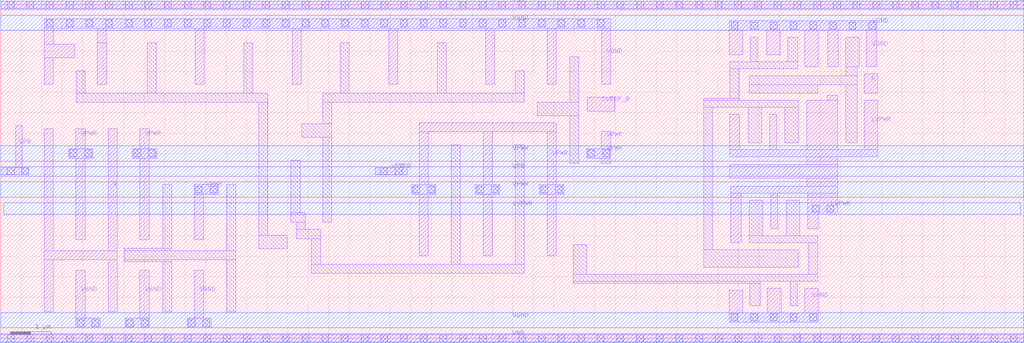
<source format=lef>

# Copyright 2020 The SkyWater PDK Authors
#
# Licensed under the Apache License, Version 2.0 (the "License");
# you may not use this file except in compliance with the License.
# You may obtain a copy of the License at
#
#     https://www.apache.org/licenses/LICENSE-2.0
#
# Unless required by applicable law or agreed to in writing, software
# distributed under the License is distributed on an "AS IS" BASIS,
# WITHOUT WARRANTIES OR CONDITIONS OF ANY KIND, either express or implied.
# See the License for the specific language governing permissions and
# limitations under the License.
#
# SPDX-License-Identifier: Apache-2.0
#
# Autogenerated by https://www.asicsforthemasses.com
#

VERSION 5.5 ;
NAMESCASESENSITIVE ON ;
BUSBITCHARS "[]" ;
DIVIDERCHAR "/" ;


MACRO sky130_fd_sc_hvl__dfrbp_1
  CLASS CORE ;
  SOURCE USER ;
  ORIGIN  0.000000  0.000000 ;
  SIZE  16.80000 BY  4.070000 ;
  SYMMETRY X Y ;
  SITE unithv ;
  PIN D
    ANTENNAGATEAREA  0.420000 ;
    DIRECTION INPUT ;
    USE SIGNAL ;
    PORT
      LAYER li1 ;
        RECT 3.850000 0.810000 4.165000 2.105000 ;
    END
  END D
  PIN Q
    ANTENNADIFFAREA  0.626250 ;
    DIRECTION OUTPUT ;
    USE SIGNAL ;
    PORT
      LAYER li1 ;
        RECT 16.340000 0.515000 16.690000 3.755000 ;
    END
  END Q
  PIN Q_N
    ANTENNADIFFAREA  0.641250 ;
    DIRECTION OUTPUT ;
    USE SIGNAL ;
    PORT
      LAYER li1 ;
        RECT 14.045000 0.665000 14.425000 1.495000 ;
        RECT 14.045000 1.495000 14.380000 1.780000 ;
        RECT 14.130000 1.780000 14.380000 3.755000 ;
    END
  END Q_N
  PIN RESET_B
    ANTENNAGATEAREA  1.260000 ;
    DIRECTION INPUT ;
    USE SIGNAL ;
    PORT
      LAYER li1 ;
        RECT  2.980000 1.505000  3.665000 2.120000 ;
        RECT  3.495000 0.460000  6.625000 0.630000 ;
        RECT  3.495000 0.630000  3.665000 1.505000 ;
        RECT  6.455000 0.630000  6.625000 1.125000 ;
        RECT  6.455000 1.125000  8.515000 1.295000 ;
        RECT  7.165000 1.825000  8.515000 1.995000 ;
        RECT  8.345000 0.265000 11.075000 0.435000 ;
        RECT  8.345000 0.435000  8.515000 1.125000 ;
        RECT  8.345000 1.295000  8.515000 1.825000 ;
        RECT 10.905000 0.435000 11.075000 0.960000 ;
        RECT 10.905000 0.960000 11.840000 1.130000 ;
        RECT 11.510000 1.130000 11.840000 1.350000 ;
    END
  END RESET_B
  PIN CLK
    ANTENNAGATEAREA  0.585000 ;
    DIRECTION INPUT ;
    USE CLOCK ;
    PORT
      LAYER li1 ;
        RECT 0.595000 1.175000 0.925000 1.720000 ;
    END
  END CLK
  PIN VGND
    DIRECTION INOUT ;
    USE GROUND ;
    PORT
      LAYER met1 ;
        RECT 0.000000 0.255000 16.800000 0.625000 ;
    END
  END VGND
  PIN VNB
    DIRECTION INOUT ;
    USE GROUND ;
    PORT
      LAYER met1 ;
        RECT 0.000000 -0.115000 16.800000 0.115000 ;
    END
  END VNB
  PIN VPB
    DIRECTION INOUT ;
    USE POWER ;
    PORT
      LAYER met1 ;
        RECT 0.000000 3.955000 16.800000 4.185000 ;
    END
  END VPB
  PIN VPWR
    DIRECTION INOUT ;
    USE POWER ;
    PORT
      LAYER met1 ;
        RECT 0.000000 3.445000 16.800000 3.815000 ;
    END
  END VPWR
  OBS
    LAYER li1 ;
      RECT  0.000000 -0.085000 16.800000 0.085000 ;
      RECT  0.000000  3.985000 16.800000 4.155000 ;
      RECT  0.165000  0.495000  0.495000 0.995000 ;
      RECT  0.165000  0.995000  0.415000 2.275000 ;
      RECT  0.165000  2.275000  1.835000 2.445000 ;
      RECT  0.165000  2.445000  0.415000 3.455000 ;
      RECT  0.595000  2.625000  1.485000 3.705000 ;
      RECT  0.675000  0.365000  1.625000 0.995000 ;
      RECT  1.505000  1.900000  1.835000 2.275000 ;
      RECT  1.665000  2.445000  1.835000 3.635000 ;
      RECT  1.665000  3.635000  3.205000 3.805000 ;
      RECT  1.805000  0.495000  2.185000 0.995000 ;
      RECT  2.015000  0.995000  2.185000 1.550000 ;
      RECT  2.015000  1.550000  2.275000 3.455000 ;
      RECT  2.365000  0.365000  3.315000 1.325000 ;
      RECT  2.525000  2.300000  4.515000 2.470000 ;
      RECT  2.525000  2.470000  2.855000 3.420000 ;
      RECT  3.035000  2.650000  3.905000 2.820000 ;
      RECT  3.035000  2.820000  3.205000 3.635000 ;
      RECT  3.385000  3.000000  3.555000 3.705000 ;
      RECT  3.735000  2.820000  3.905000 3.600000 ;
      RECT  3.735000  3.600000  5.565000 3.770000 ;
      RECT  4.085000  3.000000  4.515000 3.420000 ;
      RECT  4.345000  0.825000  4.655000 1.325000 ;
      RECT  4.345000  1.325000  4.515000 2.300000 ;
      RECT  4.345000  2.470000  4.515000 3.000000 ;
      RECT  4.695000  1.505000  5.925000 1.780000 ;
      RECT  4.695000  1.780000  4.865000 2.820000 ;
      RECT  4.865000  3.000000  5.215000 3.420000 ;
      RECT  5.045000  2.200000  6.275000 2.370000 ;
      RECT  5.045000  2.370000  5.215000 3.000000 ;
      RECT  5.270000  0.825000  5.600000 1.155000 ;
      RECT  5.270000  1.155000  6.275000 1.325000 ;
      RECT  5.395000  2.550000  5.650000 2.875000 ;
      RECT  5.395000  2.875000  7.035000 3.045000 ;
      RECT  5.395000  3.045000  5.565000 3.600000 ;
      RECT  5.595000  1.780000  5.925000 2.020000 ;
      RECT  5.745000  3.225000  6.685000 3.705000 ;
      RECT  6.105000  1.325000  6.275000 1.475000 ;
      RECT  6.105000  1.475000  8.165000 1.645000 ;
      RECT  6.105000  1.645000  6.275000 2.200000 ;
      RECT  6.105000  2.370000  6.275000 2.525000 ;
      RECT  6.105000  2.525000  7.385000 2.695000 ;
      RECT  6.455000  1.825000  6.785000 2.175000 ;
      RECT  6.455000  2.175000  9.025000 2.345000 ;
      RECT  6.865000  3.045000  7.035000 3.635000 ;
      RECT  6.865000  3.635000  7.735000 3.805000 ;
      RECT  7.215000  0.365000  8.165000 0.945000 ;
      RECT  7.215000  2.695000  7.385000 3.455000 ;
      RECT  7.565000  2.700000  9.375000 2.870000 ;
      RECT  7.565000  2.870000  7.735000 3.635000 ;
      RECT  7.915000  3.050000  8.865000 3.705000 ;
      RECT  8.695000  0.615000  9.025000 2.175000 ;
      RECT  8.695000  2.345000  9.025000 2.520000 ;
      RECT  9.205000  1.230000 10.375000 1.400000 ;
      RECT  9.205000  1.400000  9.375000 2.700000 ;
      RECT  9.555000  2.270000 10.410000 2.440000 ;
      RECT  9.555000  2.440000  9.805000 3.350000 ;
      RECT  9.580000  0.615000 10.725000 0.785000 ;
      RECT  9.580000  0.785000  9.910000 0.995000 ;
      RECT  9.725000  1.580000 10.060000 2.090000 ;
      RECT 10.090000  1.070000 10.375000 1.230000 ;
      RECT 10.240000  2.000000 12.530000 2.170000 ;
      RECT 10.240000  2.170000 10.410000 2.270000 ;
      RECT 10.555000  0.785000 10.725000 2.000000 ;
      RECT 10.590000  2.350000 11.540000 3.705000 ;
      RECT 10.930000  1.310000 11.260000 1.530000 ;
      RECT 10.930000  1.530000 12.880000 1.700000 ;
      RECT 10.930000  1.700000 11.260000 1.820000 ;
      RECT 11.255000  0.365000 12.205000 0.780000 ;
      RECT 11.965000  2.350000 12.880000 2.520000 ;
      RECT 11.965000  2.520000 12.295000 2.770000 ;
      RECT 12.200000  1.880000 12.530000 2.000000 ;
      RECT 12.710000  0.515000 13.075000 0.975000 ;
      RECT 12.710000  0.975000 12.880000 1.530000 ;
      RECT 12.710000  1.700000 12.880000 2.350000 ;
      RECT 13.060000  2.175000 13.950000 3.755000 ;
      RECT 13.255000  0.365000 13.845000 1.495000 ;
      RECT 14.665000  0.825000 15.015000 1.505000 ;
      RECT 14.665000  1.505000 16.160000 1.835000 ;
      RECT 14.665000  1.835000 14.995000 3.005000 ;
      RECT 15.175000  2.175000 16.125000 3.755000 ;
      RECT 15.195000  0.365000 16.145000 1.325000 ;
    LAYER mcon ;
      RECT  0.155000 -0.085000  0.325000 0.085000 ;
      RECT  0.155000 -0.085000  0.325000 0.085000 ;
      RECT  0.155000  3.985000  0.325000 4.155000 ;
      RECT  0.155000  3.985000  0.325000 4.155000 ;
      RECT  0.595000  3.505000  0.765000 3.675000 ;
      RECT  0.635000 -0.085000  0.805000 0.085000 ;
      RECT  0.635000 -0.085000  0.805000 0.085000 ;
      RECT  0.635000  3.985000  0.805000 4.155000 ;
      RECT  0.635000  3.985000  0.805000 4.155000 ;
      RECT  0.705000  0.395000  0.875000 0.565000 ;
      RECT  0.955000  3.505000  1.125000 3.675000 ;
      RECT  1.065000  0.395000  1.235000 0.565000 ;
      RECT  1.115000 -0.085000  1.285000 0.085000 ;
      RECT  1.115000 -0.085000  1.285000 0.085000 ;
      RECT  1.115000  3.985000  1.285000 4.155000 ;
      RECT  1.115000  3.985000  1.285000 4.155000 ;
      RECT  1.315000  3.505000  1.485000 3.675000 ;
      RECT  1.425000  0.395000  1.595000 0.565000 ;
      RECT  1.595000 -0.085000  1.765000 0.085000 ;
      RECT  1.595000 -0.085000  1.765000 0.085000 ;
      RECT  1.595000  3.985000  1.765000 4.155000 ;
      RECT  1.595000  3.985000  1.765000 4.155000 ;
      RECT  2.075000 -0.085000  2.245000 0.085000 ;
      RECT  2.075000 -0.085000  2.245000 0.085000 ;
      RECT  2.075000  1.580000  2.245000 1.750000 ;
      RECT  2.075000  3.985000  2.245000 4.155000 ;
      RECT  2.075000  3.985000  2.245000 4.155000 ;
      RECT  2.395000  0.395000  2.565000 0.565000 ;
      RECT  2.555000 -0.085000  2.725000 0.085000 ;
      RECT  2.555000 -0.085000  2.725000 0.085000 ;
      RECT  2.555000  3.985000  2.725000 4.155000 ;
      RECT  2.555000  3.985000  2.725000 4.155000 ;
      RECT  2.755000  0.395000  2.925000 0.565000 ;
      RECT  3.035000 -0.085000  3.205000 0.085000 ;
      RECT  3.035000 -0.085000  3.205000 0.085000 ;
      RECT  3.035000  3.985000  3.205000 4.155000 ;
      RECT  3.035000  3.985000  3.205000 4.155000 ;
      RECT  3.115000  0.395000  3.285000 0.565000 ;
      RECT  3.385000  3.505000  3.555000 3.675000 ;
      RECT  3.515000 -0.085000  3.685000 0.085000 ;
      RECT  3.515000 -0.085000  3.685000 0.085000 ;
      RECT  3.515000  3.985000  3.685000 4.155000 ;
      RECT  3.515000  3.985000  3.685000 4.155000 ;
      RECT  3.995000 -0.085000  4.165000 0.085000 ;
      RECT  3.995000 -0.085000  4.165000 0.085000 ;
      RECT  3.995000  3.985000  4.165000 4.155000 ;
      RECT  3.995000  3.985000  4.165000 4.155000 ;
      RECT  4.475000 -0.085000  4.645000 0.085000 ;
      RECT  4.475000 -0.085000  4.645000 0.085000 ;
      RECT  4.475000  3.985000  4.645000 4.155000 ;
      RECT  4.475000  3.985000  4.645000 4.155000 ;
      RECT  4.955000 -0.085000  5.125000 0.085000 ;
      RECT  4.955000 -0.085000  5.125000 0.085000 ;
      RECT  4.955000  1.580000  5.125000 1.750000 ;
      RECT  4.955000  3.985000  5.125000 4.155000 ;
      RECT  4.955000  3.985000  5.125000 4.155000 ;
      RECT  5.435000 -0.085000  5.605000 0.085000 ;
      RECT  5.435000 -0.085000  5.605000 0.085000 ;
      RECT  5.435000  3.985000  5.605000 4.155000 ;
      RECT  5.435000  3.985000  5.605000 4.155000 ;
      RECT  5.770000  3.505000  5.940000 3.675000 ;
      RECT  5.915000 -0.085000  6.085000 0.085000 ;
      RECT  5.915000 -0.085000  6.085000 0.085000 ;
      RECT  5.915000  3.985000  6.085000 4.155000 ;
      RECT  5.915000  3.985000  6.085000 4.155000 ;
      RECT  6.130000  3.505000  6.300000 3.675000 ;
      RECT  6.395000 -0.085000  6.565000 0.085000 ;
      RECT  6.395000 -0.085000  6.565000 0.085000 ;
      RECT  6.395000  3.985000  6.565000 4.155000 ;
      RECT  6.395000  3.985000  6.565000 4.155000 ;
      RECT  6.490000  3.505000  6.660000 3.675000 ;
      RECT  6.875000 -0.085000  7.045000 0.085000 ;
      RECT  6.875000 -0.085000  7.045000 0.085000 ;
      RECT  6.875000  3.985000  7.045000 4.155000 ;
      RECT  6.875000  3.985000  7.045000 4.155000 ;
      RECT  7.245000  0.395000  7.415000 0.565000 ;
      RECT  7.355000 -0.085000  7.525000 0.085000 ;
      RECT  7.355000 -0.085000  7.525000 0.085000 ;
      RECT  7.355000  3.985000  7.525000 4.155000 ;
      RECT  7.355000  3.985000  7.525000 4.155000 ;
      RECT  7.605000  0.395000  7.775000 0.565000 ;
      RECT  7.835000 -0.085000  8.005000 0.085000 ;
      RECT  7.835000 -0.085000  8.005000 0.085000 ;
      RECT  7.835000  3.985000  8.005000 4.155000 ;
      RECT  7.835000  3.985000  8.005000 4.155000 ;
      RECT  7.945000  3.505000  8.115000 3.675000 ;
      RECT  7.965000  0.395000  8.135000 0.565000 ;
      RECT  8.305000  3.505000  8.475000 3.675000 ;
      RECT  8.315000 -0.085000  8.485000 0.085000 ;
      RECT  8.315000 -0.085000  8.485000 0.085000 ;
      RECT  8.315000  3.985000  8.485000 4.155000 ;
      RECT  8.315000  3.985000  8.485000 4.155000 ;
      RECT  8.665000  3.505000  8.835000 3.675000 ;
      RECT  8.795000 -0.085000  8.965000 0.085000 ;
      RECT  8.795000 -0.085000  8.965000 0.085000 ;
      RECT  8.795000  3.985000  8.965000 4.155000 ;
      RECT  8.795000  3.985000  8.965000 4.155000 ;
      RECT  9.275000 -0.085000  9.445000 0.085000 ;
      RECT  9.275000 -0.085000  9.445000 0.085000 ;
      RECT  9.275000  3.985000  9.445000 4.155000 ;
      RECT  9.275000  3.985000  9.445000 4.155000 ;
      RECT  9.755000 -0.085000  9.925000 0.085000 ;
      RECT  9.755000 -0.085000  9.925000 0.085000 ;
      RECT  9.755000  1.580000  9.925000 1.750000 ;
      RECT  9.755000  3.985000  9.925000 4.155000 ;
      RECT  9.755000  3.985000  9.925000 4.155000 ;
      RECT 10.235000 -0.085000 10.405000 0.085000 ;
      RECT 10.235000 -0.085000 10.405000 0.085000 ;
      RECT 10.235000  3.985000 10.405000 4.155000 ;
      RECT 10.235000  3.985000 10.405000 4.155000 ;
      RECT 10.620000  3.505000 10.790000 3.675000 ;
      RECT 10.715000 -0.085000 10.885000 0.085000 ;
      RECT 10.715000 -0.085000 10.885000 0.085000 ;
      RECT 10.715000  3.985000 10.885000 4.155000 ;
      RECT 10.715000  3.985000 10.885000 4.155000 ;
      RECT 10.980000  3.505000 11.150000 3.675000 ;
      RECT 11.195000 -0.085000 11.365000 0.085000 ;
      RECT 11.195000 -0.085000 11.365000 0.085000 ;
      RECT 11.195000  3.985000 11.365000 4.155000 ;
      RECT 11.195000  3.985000 11.365000 4.155000 ;
      RECT 11.285000  0.395000 11.455000 0.565000 ;
      RECT 11.340000  3.505000 11.510000 3.675000 ;
      RECT 11.645000  0.395000 11.815000 0.565000 ;
      RECT 11.675000 -0.085000 11.845000 0.085000 ;
      RECT 11.675000 -0.085000 11.845000 0.085000 ;
      RECT 11.675000  3.985000 11.845000 4.155000 ;
      RECT 11.675000  3.985000 11.845000 4.155000 ;
      RECT 12.005000  0.395000 12.175000 0.565000 ;
      RECT 12.155000 -0.085000 12.325000 0.085000 ;
      RECT 12.155000 -0.085000 12.325000 0.085000 ;
      RECT 12.155000  3.985000 12.325000 4.155000 ;
      RECT 12.155000  3.985000 12.325000 4.155000 ;
      RECT 12.635000 -0.085000 12.805000 0.085000 ;
      RECT 12.635000 -0.085000 12.805000 0.085000 ;
      RECT 12.635000  3.985000 12.805000 4.155000 ;
      RECT 12.635000  3.985000 12.805000 4.155000 ;
      RECT 13.060000  3.505000 13.230000 3.675000 ;
      RECT 13.115000 -0.085000 13.285000 0.085000 ;
      RECT 13.115000 -0.085000 13.285000 0.085000 ;
      RECT 13.115000  3.985000 13.285000 4.155000 ;
      RECT 13.115000  3.985000 13.285000 4.155000 ;
      RECT 13.285000  0.395000 13.455000 0.565000 ;
      RECT 13.420000  3.505000 13.590000 3.675000 ;
      RECT 13.595000 -0.085000 13.765000 0.085000 ;
      RECT 13.595000 -0.085000 13.765000 0.085000 ;
      RECT 13.595000  3.985000 13.765000 4.155000 ;
      RECT 13.595000  3.985000 13.765000 4.155000 ;
      RECT 13.645000  0.395000 13.815000 0.565000 ;
      RECT 13.780000  3.505000 13.950000 3.675000 ;
      RECT 14.075000 -0.085000 14.245000 0.085000 ;
      RECT 14.075000 -0.085000 14.245000 0.085000 ;
      RECT 14.075000  3.985000 14.245000 4.155000 ;
      RECT 14.075000  3.985000 14.245000 4.155000 ;
      RECT 14.555000 -0.085000 14.725000 0.085000 ;
      RECT 14.555000 -0.085000 14.725000 0.085000 ;
      RECT 14.555000  3.985000 14.725000 4.155000 ;
      RECT 14.555000  3.985000 14.725000 4.155000 ;
      RECT 15.035000 -0.085000 15.205000 0.085000 ;
      RECT 15.035000 -0.085000 15.205000 0.085000 ;
      RECT 15.035000  3.985000 15.205000 4.155000 ;
      RECT 15.035000  3.985000 15.205000 4.155000 ;
      RECT 15.205000  3.505000 15.375000 3.675000 ;
      RECT 15.225000  0.395000 15.395000 0.565000 ;
      RECT 15.515000 -0.085000 15.685000 0.085000 ;
      RECT 15.515000 -0.085000 15.685000 0.085000 ;
      RECT 15.515000  3.985000 15.685000 4.155000 ;
      RECT 15.515000  3.985000 15.685000 4.155000 ;
      RECT 15.565000  3.505000 15.735000 3.675000 ;
      RECT 15.585000  0.395000 15.755000 0.565000 ;
      RECT 15.925000  3.505000 16.095000 3.675000 ;
      RECT 15.945000  0.395000 16.115000 0.565000 ;
      RECT 15.995000 -0.085000 16.165000 0.085000 ;
      RECT 15.995000 -0.085000 16.165000 0.085000 ;
      RECT 15.995000  3.985000 16.165000 4.155000 ;
      RECT 15.995000  3.985000 16.165000 4.155000 ;
      RECT 16.475000 -0.085000 16.645000 0.085000 ;
      RECT 16.475000 -0.085000 16.645000 0.085000 ;
      RECT 16.475000  3.985000 16.645000 4.155000 ;
      RECT 16.475000  3.985000 16.645000 4.155000 ;
    LAYER met1 ;
      RECT 2.015000 1.550000 2.305000 1.595000 ;
      RECT 2.015000 1.595000 9.985000 1.735000 ;
      RECT 2.015000 1.735000 2.305000 1.780000 ;
      RECT 4.895000 1.550000 5.185000 1.595000 ;
      RECT 4.895000 1.735000 5.185000 1.780000 ;
      RECT 9.695000 1.550000 9.985000 1.595000 ;
      RECT 9.695000 1.735000 9.985000 1.780000 ;
  END
END sky130_fd_sc_hvl__dfrbp_1


MACRO sky130_fd_sc_hvl__conb_1
  CLASS CORE ;
  SOURCE USER ;
  ORIGIN  0.000000  0.000000 ;
  SIZE  2.400000 BY  4.070000 ;
  SYMMETRY X Y ;
  SITE unithv ;
  PIN HI
    ANTENNADIFFAREA  0.000000 ;
    ANTENNAPARTIALMETALSIDEAREA  0.555000 ;
    DIRECTION OUTPUT ;
    USE SIGNAL ;
    PORT
      LAYER li1 ;
        RECT 0.290000 0.430000 0.865000 1.070000 ;
        RECT 0.615000 1.070000 0.865000 1.935000 ;
        RECT 0.615000 1.935000 1.325000 2.185000 ;
        RECT 1.075000 2.185000 1.325000 3.530000 ;
    END
  END HI
  PIN LO
    ANTENNADIFFAREA  0.000000 ;
    ANTENNAPARTIALMETALSIDEAREA  0.538000 ;
    DIRECTION OUTPUT ;
    USE SIGNAL ;
    PORT
      LAYER li1 ;
        RECT 1.035000 0.500000 1.365000 1.500000 ;
        RECT 1.035000 1.500000 1.795000 1.765000 ;
        RECT 1.530000 1.765000 1.795000 3.175000 ;
        RECT 1.530000 3.175000 2.110000 3.815000 ;
    END
  END LO
  PIN VGND
    DIRECTION INOUT ;
    USE GROUND ;
    PORT
      LAYER met1 ;
        RECT 0.000000 0.255000 2.400000 0.625000 ;
    END
  END VGND
  PIN VNB
    DIRECTION INOUT ;
    USE GROUND ;
    PORT
      LAYER met1 ;
        RECT 0.000000 -0.115000 2.400000 0.115000 ;
    END
  END VNB
  PIN VPB
    DIRECTION INOUT ;
    USE POWER ;
    PORT
      LAYER met1 ;
        RECT 0.000000 3.955000 2.400000 4.185000 ;
    END
  END VPB
  PIN VPWR
    DIRECTION INOUT ;
    USE POWER ;
    PORT
      LAYER met1 ;
        RECT 0.000000 3.445000 2.400000 3.815000 ;
    END
  END VPWR
  OBS
    LAYER li1 ;
      RECT 0.000000 -0.085000 2.400000 0.085000 ;
      RECT 0.000000  3.985000 2.400000 4.155000 ;
      RECT 0.215000  3.175000 0.620000 3.445000 ;
      RECT 0.215000  3.445000 0.865000 3.785000 ;
      RECT 1.535000  0.285000 2.185000 0.625000 ;
      RECT 1.780000  0.625000 2.185000 1.070000 ;
    LAYER mcon ;
      RECT 0.155000 -0.085000 0.325000 0.085000 ;
      RECT 0.155000 -0.085000 0.325000 0.085000 ;
      RECT 0.155000  3.985000 0.325000 4.155000 ;
      RECT 0.155000  3.985000 0.325000 4.155000 ;
      RECT 0.275000  3.505000 0.445000 3.675000 ;
      RECT 0.635000 -0.085000 0.805000 0.085000 ;
      RECT 0.635000 -0.085000 0.805000 0.085000 ;
      RECT 0.635000  3.505000 0.805000 3.675000 ;
      RECT 0.635000  3.985000 0.805000 4.155000 ;
      RECT 0.635000  3.985000 0.805000 4.155000 ;
      RECT 1.115000 -0.085000 1.285000 0.085000 ;
      RECT 1.115000 -0.085000 1.285000 0.085000 ;
      RECT 1.115000  3.985000 1.285000 4.155000 ;
      RECT 1.115000  3.985000 1.285000 4.155000 ;
      RECT 1.595000 -0.085000 1.765000 0.085000 ;
      RECT 1.595000 -0.085000 1.765000 0.085000 ;
      RECT 1.595000  0.395000 1.765000 0.565000 ;
      RECT 1.595000  3.985000 1.765000 4.155000 ;
      RECT 1.595000  3.985000 1.765000 4.155000 ;
      RECT 1.955000  0.395000 2.125000 0.565000 ;
      RECT 2.075000 -0.085000 2.245000 0.085000 ;
      RECT 2.075000 -0.085000 2.245000 0.085000 ;
      RECT 2.075000  3.985000 2.245000 4.155000 ;
      RECT 2.075000  3.985000 2.245000 4.155000 ;
  END
END sky130_fd_sc_hvl__conb_1


MACRO sky130_fd_sc_hvl__buf_4
  CLASS CORE ;
  SOURCE USER ;
  ORIGIN  0.000000  0.000000 ;
  SIZE  4.800000 BY  4.070000 ;
  SYMMETRY X Y ;
  SITE unithv ;
  PIN A
    ANTENNAGATEAREA  1.125000 ;
    DIRECTION INPUT ;
    USE SIGNAL ;
    PORT
      LAYER li1 ;
        RECT 3.885000 1.775000 4.215000 2.120000 ;
    END
  END A
  PIN X
    ANTENNADIFFAREA  1.260000 ;
    DIRECTION OUTPUT ;
    USE SIGNAL ;
    PORT
      LAYER li1 ;
        RECT 0.125000 1.550000 1.390000 1.780000 ;
        RECT 1.220000 0.495000 1.470000 1.205000 ;
        RECT 1.220000 1.205000 3.030000 1.375000 ;
        RECT 1.220000 1.375000 1.390000 1.550000 ;
        RECT 1.220000 1.780000 1.390000 1.905000 ;
        RECT 1.220000 1.905000 3.110000 2.075000 ;
        RECT 1.220000 2.075000 1.470000 3.755000 ;
        RECT 2.780000 0.495000 3.030000 1.205000 ;
        RECT 2.780000 2.075000 3.110000 3.755000 ;
    END
  END X
  PIN VGND
    DIRECTION INOUT ;
    USE GROUND ;
    PORT
      LAYER met1 ;
        RECT 0.000000 0.255000 4.800000 0.625000 ;
    END
  END VGND
  PIN VNB
    DIRECTION INOUT ;
    USE GROUND ;
    PORT
      LAYER met1 ;
        RECT 0.000000 -0.115000 4.800000 0.115000 ;
    END
  END VNB
  PIN VPB
    DIRECTION INOUT ;
    USE POWER ;
    PORT
      LAYER met1 ;
        RECT 0.000000 3.955000 4.800000 4.185000 ;
    END
  END VPB
  PIN VPWR
    DIRECTION INOUT ;
    USE POWER ;
    PORT
      LAYER met1 ;
        RECT 0.000000 3.445000 4.800000 3.815000 ;
    END
  END VPWR
  OBS
    LAYER li1 ;
      RECT 0.000000 -0.085000 4.800000 0.085000 ;
      RECT 0.000000  3.985000 4.800000 4.155000 ;
      RECT 0.090000  0.365000 1.040000 1.325000 ;
      RECT 0.090000  2.175000 1.040000 3.755000 ;
      RECT 1.570000  1.555000 4.670000 1.595000 ;
      RECT 1.570000  1.595000 3.600000 1.725000 ;
      RECT 1.650000  0.365000 2.600000 1.025000 ;
      RECT 1.650000  2.255000 2.600000 3.755000 ;
      RECT 3.210000  0.365000 4.160000 1.245000 ;
      RECT 3.290000  2.300000 4.240000 3.755000 ;
      RECT 3.430000  1.425000 4.670000 1.555000 ;
      RECT 4.340000  0.495000 4.670000 1.425000 ;
      RECT 4.420000  1.595000 4.670000 3.755000 ;
    LAYER mcon ;
      RECT 0.120000  0.395000 0.290000 0.565000 ;
      RECT 0.120000  3.505000 0.290000 3.675000 ;
      RECT 0.155000 -0.085000 0.325000 0.085000 ;
      RECT 0.155000 -0.085000 0.325000 0.085000 ;
      RECT 0.155000  3.985000 0.325000 4.155000 ;
      RECT 0.155000  3.985000 0.325000 4.155000 ;
      RECT 0.480000  0.395000 0.650000 0.565000 ;
      RECT 0.480000  3.505000 0.650000 3.675000 ;
      RECT 0.635000 -0.085000 0.805000 0.085000 ;
      RECT 0.635000 -0.085000 0.805000 0.085000 ;
      RECT 0.635000  3.985000 0.805000 4.155000 ;
      RECT 0.635000  3.985000 0.805000 4.155000 ;
      RECT 0.840000  0.395000 1.010000 0.565000 ;
      RECT 0.840000  3.505000 1.010000 3.675000 ;
      RECT 1.115000 -0.085000 1.285000 0.085000 ;
      RECT 1.115000 -0.085000 1.285000 0.085000 ;
      RECT 1.115000  3.985000 1.285000 4.155000 ;
      RECT 1.115000  3.985000 1.285000 4.155000 ;
      RECT 1.595000 -0.085000 1.765000 0.085000 ;
      RECT 1.595000 -0.085000 1.765000 0.085000 ;
      RECT 1.595000  3.985000 1.765000 4.155000 ;
      RECT 1.595000  3.985000 1.765000 4.155000 ;
      RECT 1.680000  0.395000 1.850000 0.565000 ;
      RECT 1.680000  3.505000 1.850000 3.675000 ;
      RECT 2.040000  0.395000 2.210000 0.565000 ;
      RECT 2.040000  3.505000 2.210000 3.675000 ;
      RECT 2.075000 -0.085000 2.245000 0.085000 ;
      RECT 2.075000 -0.085000 2.245000 0.085000 ;
      RECT 2.075000  3.985000 2.245000 4.155000 ;
      RECT 2.075000  3.985000 2.245000 4.155000 ;
      RECT 2.400000  0.395000 2.570000 0.565000 ;
      RECT 2.400000  3.505000 2.570000 3.675000 ;
      RECT 2.555000 -0.085000 2.725000 0.085000 ;
      RECT 2.555000 -0.085000 2.725000 0.085000 ;
      RECT 2.555000  3.985000 2.725000 4.155000 ;
      RECT 2.555000  3.985000 2.725000 4.155000 ;
      RECT 3.035000 -0.085000 3.205000 0.085000 ;
      RECT 3.035000 -0.085000 3.205000 0.085000 ;
      RECT 3.035000  3.985000 3.205000 4.155000 ;
      RECT 3.035000  3.985000 3.205000 4.155000 ;
      RECT 3.240000  0.395000 3.410000 0.565000 ;
      RECT 3.320000  3.505000 3.490000 3.675000 ;
      RECT 3.515000 -0.085000 3.685000 0.085000 ;
      RECT 3.515000 -0.085000 3.685000 0.085000 ;
      RECT 3.515000  3.985000 3.685000 4.155000 ;
      RECT 3.515000  3.985000 3.685000 4.155000 ;
      RECT 3.600000  0.395000 3.770000 0.565000 ;
      RECT 3.680000  3.505000 3.850000 3.675000 ;
      RECT 3.960000  0.395000 4.130000 0.565000 ;
      RECT 3.995000 -0.085000 4.165000 0.085000 ;
      RECT 3.995000 -0.085000 4.165000 0.085000 ;
      RECT 3.995000  3.985000 4.165000 4.155000 ;
      RECT 3.995000  3.985000 4.165000 4.155000 ;
      RECT 4.040000  3.505000 4.210000 3.675000 ;
      RECT 4.475000 -0.085000 4.645000 0.085000 ;
      RECT 4.475000 -0.085000 4.645000 0.085000 ;
      RECT 4.475000  3.985000 4.645000 4.155000 ;
      RECT 4.475000  3.985000 4.645000 4.155000 ;
  END
END sky130_fd_sc_hvl__buf_4


MACRO sky130_fd_sc_hvl__buf_1
  CLASS CORE ;
  SOURCE USER ;
  ORIGIN  0.000000  0.000000 ;
  SIZE  2.400000 BY  4.070000 ;
  SYMMETRY X Y ;
  SITE unithv ;
  PIN A
    ANTENNAGATEAREA  0.585000 ;
    DIRECTION INPUT ;
    USE SIGNAL ;
    PORT
      LAYER li1 ;
        RECT 1.465000 1.465000 1.795000 3.260000 ;
    END
  END A
  PIN X
    ANTENNADIFFAREA  0.626250 ;
    DIRECTION OUTPUT ;
    USE SIGNAL ;
    PORT
      LAYER li1 ;
        RECT 0.115000 0.495000 0.365000 2.175000 ;
        RECT 0.115000 2.175000 0.550000 3.755000 ;
    END
  END X
  PIN VGND
    DIRECTION INOUT ;
    USE GROUND ;
    PORT
      LAYER met1 ;
        RECT 0.000000 0.255000 2.400000 0.625000 ;
    END
  END VGND
  PIN VNB
    DIRECTION INOUT ;
    USE GROUND ;
    PORT
      LAYER met1 ;
        RECT 0.000000 -0.115000 2.400000 0.115000 ;
    END
  END VNB
  PIN VPB
    DIRECTION INOUT ;
    USE POWER ;
    PORT
      LAYER met1 ;
        RECT 0.000000 3.955000 2.400000 4.185000 ;
    END
  END VPB
  PIN VPWR
    DIRECTION INOUT ;
    USE POWER ;
    PORT
      LAYER met1 ;
        RECT 0.000000 3.445000 2.400000 3.815000 ;
    END
  END VPWR
  OBS
    LAYER li1 ;
      RECT 0.000000 -0.085000 2.400000 0.085000 ;
      RECT 0.000000  3.985000 2.400000 4.155000 ;
      RECT 0.545000  0.365000 1.795000 0.935000 ;
      RECT 0.675000  1.115000 2.225000 1.285000 ;
      RECT 0.675000  1.285000 1.005000 1.745000 ;
      RECT 0.730000  2.175000 1.285000 3.755000 ;
      RECT 1.975000  0.495000 2.225000 1.115000 ;
      RECT 1.975000  1.285000 2.225000 3.005000 ;
    LAYER mcon ;
      RECT 0.155000 -0.085000 0.325000 0.085000 ;
      RECT 0.155000 -0.085000 0.325000 0.085000 ;
      RECT 0.155000  3.985000 0.325000 4.155000 ;
      RECT 0.155000  3.985000 0.325000 4.155000 ;
      RECT 0.545000  0.395000 0.715000 0.565000 ;
      RECT 0.635000 -0.085000 0.805000 0.085000 ;
      RECT 0.635000 -0.085000 0.805000 0.085000 ;
      RECT 0.635000  3.985000 0.805000 4.155000 ;
      RECT 0.635000  3.985000 0.805000 4.155000 ;
      RECT 0.740000  3.505000 0.910000 3.675000 ;
      RECT 0.905000  0.395000 1.075000 0.565000 ;
      RECT 1.100000  3.505000 1.270000 3.675000 ;
      RECT 1.115000 -0.085000 1.285000 0.085000 ;
      RECT 1.115000 -0.085000 1.285000 0.085000 ;
      RECT 1.115000  3.985000 1.285000 4.155000 ;
      RECT 1.115000  3.985000 1.285000 4.155000 ;
      RECT 1.265000  0.395000 1.435000 0.565000 ;
      RECT 1.595000 -0.085000 1.765000 0.085000 ;
      RECT 1.595000 -0.085000 1.765000 0.085000 ;
      RECT 1.595000  3.985000 1.765000 4.155000 ;
      RECT 1.595000  3.985000 1.765000 4.155000 ;
      RECT 1.625000  0.395000 1.795000 0.565000 ;
      RECT 2.075000 -0.085000 2.245000 0.085000 ;
      RECT 2.075000 -0.085000 2.245000 0.085000 ;
      RECT 2.075000  3.985000 2.245000 4.155000 ;
      RECT 2.075000  3.985000 2.245000 4.155000 ;
  END
END sky130_fd_sc_hvl__buf_1


MACRO sky130_fd_sc_hvl__buf_16
  CLASS CORE ;
  SOURCE USER ;
  ORIGIN  0.000000  0.000000 ;
  SIZE  17.76000 BY  4.070000 ;
  SYMMETRY X Y ;
  SITE unithv ;
  PIN A
    ANTENNAGATEAREA  6.750000 ;
    DIRECTION INPUT ;
    USE SIGNAL ;
    PORT
      LAYER li1 ;
        RECT 0.220000 1.580000 4.630000 1.815000 ;
    END
  END A
  PIN X
    ANTENNADIFFAREA  5.040000 ;
    ANTENNAGATEAREA  6.750000 ;
    ANTENNAPARTIALMETALSIDEAREA  0.336000 ;
    DIRECTION OUTPUT ;
    USE SIGNAL ;
    PORT
      LAYER met1 ;
        RECT  5.590000 2.290000  5.880000 2.320000 ;
        RECT  5.590000 2.320000 16.800000 2.490000 ;
        RECT  5.590000 2.490000  5.880000 2.520000 ;
        RECT  7.150000 2.290000  7.440000 2.320000 ;
        RECT  7.150000 2.490000  7.440000 2.520000 ;
        RECT  8.710000 2.290000  9.000000 2.320000 ;
        RECT  8.710000 2.490000  9.000000 2.520000 ;
        RECT 10.270000 2.290000 10.560000 2.320000 ;
        RECT 10.270000 2.490000 10.560000 2.520000 ;
        RECT 11.830000 2.290000 12.120000 2.320000 ;
        RECT 11.830000 2.490000 12.120000 2.520000 ;
        RECT 13.390000 2.290000 13.680000 2.320000 ;
        RECT 13.390000 2.490000 13.680000 2.520000 ;
        RECT 14.950000 2.290000 15.240000 2.320000 ;
        RECT 14.950000 2.490000 15.240000 2.520000 ;
        RECT 16.510000 2.290000 16.800000 2.320000 ;
        RECT 16.510000 2.490000 16.800000 2.520000 ;
    END
  END X
  PIN VGND
    DIRECTION INOUT ;
    USE GROUND ;
    PORT
      LAYER met1 ;
        RECT 0.000000 0.255000 17.760000 0.625000 ;
    END
  END VGND
  PIN VNB
    DIRECTION INOUT ;
    USE GROUND ;
    PORT
      LAYER met1 ;
        RECT 0.000000 -0.115000 17.760000 0.115000 ;
    END
  END VNB
  PIN VPB
    DIRECTION INOUT ;
    USE POWER ;
    PORT
      LAYER met1 ;
        RECT 0.000000 3.955000 17.760000 4.185000 ;
    END
  END VPB
  PIN VPWR
    DIRECTION INOUT ;
    USE POWER ;
    PORT
      LAYER met1 ;
        RECT 0.000000 3.445000 17.760000 3.815000 ;
    END
  END VPWR
  OBS
    LAYER li1 ;
      RECT  0.000000 -0.085000 17.760000 0.085000 ;
      RECT  0.000000  3.985000 17.760000 4.155000 ;
      RECT  0.110000  0.425000  0.645000 1.410000 ;
      RECT  0.110000  2.175000  0.680000 3.755000 ;
      RECT  0.815000  0.755000  1.170000 1.195000 ;
      RECT  0.815000  1.195000  5.350000 1.410000 ;
      RECT  0.850000  1.985000  5.350000 2.265000 ;
      RECT  0.850000  2.265000  1.160000 3.755000 ;
      RECT  1.340000  0.415000  2.230000 1.025000 ;
      RECT  1.340000  2.445000  2.230000 3.675000 ;
      RECT  2.400000  0.730000  2.790000 1.195000 ;
      RECT  2.400000  2.265000  2.710000 3.755000 ;
      RECT  2.880000  2.445000  3.770000 3.675000 ;
      RECT  2.960000  0.425000  3.855000 1.025000 ;
      RECT  3.940000  2.265000  4.290000 3.755000 ;
      RECT  4.025000  0.730000  4.270000 1.195000 ;
      RECT  4.440000  0.425000  5.330000 1.025000 ;
      RECT  4.460000  2.445000  5.350000 3.675000 ;
      RECT  4.800000  1.410000  5.350000 1.985000 ;
      RECT  5.570000  0.790000  5.900000 3.755000 ;
      RECT  6.070000  0.425000  6.960000 1.395000 ;
      RECT  6.070000  2.175000  6.960000 3.755000 ;
      RECT  6.160000  1.565000  6.830000 1.895000 ;
      RECT  7.130000  0.790000  7.460000 3.755000 ;
      RECT  7.630000  0.425000  8.520000 1.395000 ;
      RECT  7.630000  2.175000  8.520000 3.755000 ;
      RECT  7.720000  1.565000  8.390000 1.895000 ;
      RECT  8.690000  0.790000  9.020000 3.755000 ;
      RECT  9.190000  0.425000 10.080000 1.395000 ;
      RECT  9.190000  2.175000 10.080000 3.755000 ;
      RECT  9.280000  1.565000  9.950000 1.895000 ;
      RECT 10.250000  0.790000 10.580000 3.755000 ;
      RECT 10.750000  0.425000 11.640000 1.395000 ;
      RECT 10.750000  2.175000 11.640000 3.755000 ;
      RECT 10.840000  1.565000 11.510000 1.895000 ;
      RECT 11.810000  0.790000 12.140000 3.755000 ;
      RECT 12.310000  0.425000 13.200000 1.395000 ;
      RECT 12.310000  2.175000 13.200000 3.755000 ;
      RECT 12.400000  1.565000 13.070000 1.895000 ;
      RECT 13.370000  0.790000 13.700000 3.755000 ;
      RECT 13.870000  0.425000 14.760000 1.395000 ;
      RECT 13.870000  2.175000 14.760000 3.755000 ;
      RECT 13.960000  1.565000 14.630000 1.895000 ;
      RECT 14.930000  0.790000 15.260000 3.755000 ;
      RECT 15.430000  0.425000 16.320000 1.395000 ;
      RECT 15.430000  2.175000 16.320000 3.755000 ;
      RECT 15.520000  1.565000 16.190000 1.895000 ;
      RECT 16.490000  0.790000 16.900000 3.755000 ;
      RECT 17.070000  0.425000 17.600000 1.495000 ;
      RECT 17.070000  2.175000 17.600000 3.755000 ;
    LAYER mcon ;
      RECT  0.115000  0.425000  0.285000 0.595000 ;
      RECT  0.150000  3.475000  0.320000 3.645000 ;
      RECT  0.155000 -0.085000  0.325000 0.085000 ;
      RECT  0.155000 -0.085000  0.325000 0.085000 ;
      RECT  0.155000  3.985000  0.325000 4.155000 ;
      RECT  0.155000  3.985000  0.325000 4.155000 ;
      RECT  0.475000  0.425000  0.645000 0.595000 ;
      RECT  0.510000  3.475000  0.680000 3.645000 ;
      RECT  0.635000 -0.085000  0.805000 0.085000 ;
      RECT  0.635000 -0.085000  0.805000 0.085000 ;
      RECT  0.635000  3.985000  0.805000 4.155000 ;
      RECT  0.635000  3.985000  0.805000 4.155000 ;
      RECT  1.115000 -0.085000  1.285000 0.085000 ;
      RECT  1.115000 -0.085000  1.285000 0.085000 ;
      RECT  1.115000  3.985000  1.285000 4.155000 ;
      RECT  1.115000  3.985000  1.285000 4.155000 ;
      RECT  1.340000  0.425000  1.510000 0.595000 ;
      RECT  1.340000  3.475000  1.510000 3.645000 ;
      RECT  1.595000 -0.085000  1.765000 0.085000 ;
      RECT  1.595000 -0.085000  1.765000 0.085000 ;
      RECT  1.595000  3.985000  1.765000 4.155000 ;
      RECT  1.595000  3.985000  1.765000 4.155000 ;
      RECT  1.700000  0.425000  1.870000 0.595000 ;
      RECT  1.700000  3.475000  1.870000 3.645000 ;
      RECT  2.060000  0.425000  2.230000 0.595000 ;
      RECT  2.060000  3.475000  2.230000 3.645000 ;
      RECT  2.075000 -0.085000  2.245000 0.085000 ;
      RECT  2.075000 -0.085000  2.245000 0.085000 ;
      RECT  2.075000  3.985000  2.245000 4.155000 ;
      RECT  2.075000  3.985000  2.245000 4.155000 ;
      RECT  2.555000 -0.085000  2.725000 0.085000 ;
      RECT  2.555000 -0.085000  2.725000 0.085000 ;
      RECT  2.555000  3.985000  2.725000 4.155000 ;
      RECT  2.555000  3.985000  2.725000 4.155000 ;
      RECT  2.880000  3.475000  3.050000 3.645000 ;
      RECT  2.960000  0.425000  3.130000 0.595000 ;
      RECT  3.035000 -0.085000  3.205000 0.085000 ;
      RECT  3.035000 -0.085000  3.205000 0.085000 ;
      RECT  3.035000  3.985000  3.205000 4.155000 ;
      RECT  3.035000  3.985000  3.205000 4.155000 ;
      RECT  3.240000  3.475000  3.410000 3.645000 ;
      RECT  3.320000  0.425000  3.490000 0.595000 ;
      RECT  3.515000 -0.085000  3.685000 0.085000 ;
      RECT  3.515000 -0.085000  3.685000 0.085000 ;
      RECT  3.515000  3.985000  3.685000 4.155000 ;
      RECT  3.515000  3.985000  3.685000 4.155000 ;
      RECT  3.600000  3.475000  3.770000 3.645000 ;
      RECT  3.680000  0.425000  3.850000 0.595000 ;
      RECT  3.995000 -0.085000  4.165000 0.085000 ;
      RECT  3.995000 -0.085000  4.165000 0.085000 ;
      RECT  3.995000  3.985000  4.165000 4.155000 ;
      RECT  3.995000  3.985000  4.165000 4.155000 ;
      RECT  4.440000  0.425000  4.610000 0.595000 ;
      RECT  4.460000  3.475000  4.630000 3.645000 ;
      RECT  4.475000 -0.085000  4.645000 0.085000 ;
      RECT  4.475000 -0.085000  4.645000 0.085000 ;
      RECT  4.475000  3.985000  4.645000 4.155000 ;
      RECT  4.475000  3.985000  4.645000 4.155000 ;
      RECT  4.800000  0.425000  4.970000 0.595000 ;
      RECT  4.800000  1.580000  4.970000 1.750000 ;
      RECT  4.820000  3.475000  4.990000 3.645000 ;
      RECT  4.955000 -0.085000  5.125000 0.085000 ;
      RECT  4.955000 -0.085000  5.125000 0.085000 ;
      RECT  4.955000  3.985000  5.125000 4.155000 ;
      RECT  4.955000  3.985000  5.125000 4.155000 ;
      RECT  5.160000  0.425000  5.330000 0.595000 ;
      RECT  5.160000  1.580000  5.330000 1.750000 ;
      RECT  5.180000  3.475000  5.350000 3.645000 ;
      RECT  5.435000 -0.085000  5.605000 0.085000 ;
      RECT  5.435000 -0.085000  5.605000 0.085000 ;
      RECT  5.435000  3.985000  5.605000 4.155000 ;
      RECT  5.435000  3.985000  5.605000 4.155000 ;
      RECT  5.650000  2.320000  5.820000 2.490000 ;
      RECT  5.915000 -0.085000  6.085000 0.085000 ;
      RECT  5.915000 -0.085000  6.085000 0.085000 ;
      RECT  5.915000  3.985000  6.085000 4.155000 ;
      RECT  5.915000  3.985000  6.085000 4.155000 ;
      RECT  6.070000  0.425000  6.240000 0.595000 ;
      RECT  6.070000  3.475000  6.240000 3.645000 ;
      RECT  6.230000  1.580000  6.400000 1.750000 ;
      RECT  6.395000 -0.085000  6.565000 0.085000 ;
      RECT  6.395000 -0.085000  6.565000 0.085000 ;
      RECT  6.395000  3.985000  6.565000 4.155000 ;
      RECT  6.395000  3.985000  6.565000 4.155000 ;
      RECT  6.430000  0.425000  6.600000 0.595000 ;
      RECT  6.430000  3.475000  6.600000 3.645000 ;
      RECT  6.590000  1.580000  6.760000 1.750000 ;
      RECT  6.790000  0.425000  6.960000 0.595000 ;
      RECT  6.790000  3.475000  6.960000 3.645000 ;
      RECT  6.875000 -0.085000  7.045000 0.085000 ;
      RECT  6.875000 -0.085000  7.045000 0.085000 ;
      RECT  6.875000  3.985000  7.045000 4.155000 ;
      RECT  6.875000  3.985000  7.045000 4.155000 ;
      RECT  7.210000  2.320000  7.380000 2.490000 ;
      RECT  7.355000 -0.085000  7.525000 0.085000 ;
      RECT  7.355000 -0.085000  7.525000 0.085000 ;
      RECT  7.355000  3.985000  7.525000 4.155000 ;
      RECT  7.355000  3.985000  7.525000 4.155000 ;
      RECT  7.630000  0.425000  7.800000 0.595000 ;
      RECT  7.630000  3.475000  7.800000 3.645000 ;
      RECT  7.790000  1.580000  7.960000 1.750000 ;
      RECT  7.835000 -0.085000  8.005000 0.085000 ;
      RECT  7.835000 -0.085000  8.005000 0.085000 ;
      RECT  7.835000  3.985000  8.005000 4.155000 ;
      RECT  7.835000  3.985000  8.005000 4.155000 ;
      RECT  7.990000  0.425000  8.160000 0.595000 ;
      RECT  7.990000  3.475000  8.160000 3.645000 ;
      RECT  8.150000  1.580000  8.320000 1.750000 ;
      RECT  8.315000 -0.085000  8.485000 0.085000 ;
      RECT  8.315000 -0.085000  8.485000 0.085000 ;
      RECT  8.315000  3.985000  8.485000 4.155000 ;
      RECT  8.315000  3.985000  8.485000 4.155000 ;
      RECT  8.350000  0.425000  8.520000 0.595000 ;
      RECT  8.350000  3.475000  8.520000 3.645000 ;
      RECT  8.770000  2.320000  8.940000 2.490000 ;
      RECT  8.795000 -0.085000  8.965000 0.085000 ;
      RECT  8.795000 -0.085000  8.965000 0.085000 ;
      RECT  8.795000  3.985000  8.965000 4.155000 ;
      RECT  8.795000  3.985000  8.965000 4.155000 ;
      RECT  9.190000  0.425000  9.360000 0.595000 ;
      RECT  9.190000  3.475000  9.360000 3.645000 ;
      RECT  9.275000 -0.085000  9.445000 0.085000 ;
      RECT  9.275000 -0.085000  9.445000 0.085000 ;
      RECT  9.275000  3.985000  9.445000 4.155000 ;
      RECT  9.275000  3.985000  9.445000 4.155000 ;
      RECT  9.350000  1.580000  9.520000 1.750000 ;
      RECT  9.550000  0.425000  9.720000 0.595000 ;
      RECT  9.550000  3.475000  9.720000 3.645000 ;
      RECT  9.710000  1.580000  9.880000 1.750000 ;
      RECT  9.755000 -0.085000  9.925000 0.085000 ;
      RECT  9.755000 -0.085000  9.925000 0.085000 ;
      RECT  9.755000  3.985000  9.925000 4.155000 ;
      RECT  9.755000  3.985000  9.925000 4.155000 ;
      RECT  9.910000  0.425000 10.080000 0.595000 ;
      RECT  9.910000  3.475000 10.080000 3.645000 ;
      RECT 10.235000 -0.085000 10.405000 0.085000 ;
      RECT 10.235000 -0.085000 10.405000 0.085000 ;
      RECT 10.235000  3.985000 10.405000 4.155000 ;
      RECT 10.235000  3.985000 10.405000 4.155000 ;
      RECT 10.330000  2.320000 10.500000 2.490000 ;
      RECT 10.715000 -0.085000 10.885000 0.085000 ;
      RECT 10.715000 -0.085000 10.885000 0.085000 ;
      RECT 10.715000  3.985000 10.885000 4.155000 ;
      RECT 10.715000  3.985000 10.885000 4.155000 ;
      RECT 10.750000  0.425000 10.920000 0.595000 ;
      RECT 10.750000  3.475000 10.920000 3.645000 ;
      RECT 10.910000  1.580000 11.080000 1.750000 ;
      RECT 11.110000  0.425000 11.280000 0.595000 ;
      RECT 11.110000  3.475000 11.280000 3.645000 ;
      RECT 11.195000 -0.085000 11.365000 0.085000 ;
      RECT 11.195000 -0.085000 11.365000 0.085000 ;
      RECT 11.195000  3.985000 11.365000 4.155000 ;
      RECT 11.195000  3.985000 11.365000 4.155000 ;
      RECT 11.270000  1.580000 11.440000 1.750000 ;
      RECT 11.470000  0.425000 11.640000 0.595000 ;
      RECT 11.470000  3.475000 11.640000 3.645000 ;
      RECT 11.675000 -0.085000 11.845000 0.085000 ;
      RECT 11.675000 -0.085000 11.845000 0.085000 ;
      RECT 11.675000  3.985000 11.845000 4.155000 ;
      RECT 11.675000  3.985000 11.845000 4.155000 ;
      RECT 11.890000  2.320000 12.060000 2.490000 ;
      RECT 12.155000 -0.085000 12.325000 0.085000 ;
      RECT 12.155000 -0.085000 12.325000 0.085000 ;
      RECT 12.155000  3.985000 12.325000 4.155000 ;
      RECT 12.155000  3.985000 12.325000 4.155000 ;
      RECT 12.310000  0.425000 12.480000 0.595000 ;
      RECT 12.310000  3.475000 12.480000 3.645000 ;
      RECT 12.470000  1.580000 12.640000 1.750000 ;
      RECT 12.635000 -0.085000 12.805000 0.085000 ;
      RECT 12.635000 -0.085000 12.805000 0.085000 ;
      RECT 12.635000  3.985000 12.805000 4.155000 ;
      RECT 12.635000  3.985000 12.805000 4.155000 ;
      RECT 12.670000  0.425000 12.840000 0.595000 ;
      RECT 12.670000  3.475000 12.840000 3.645000 ;
      RECT 12.830000  1.580000 13.000000 1.750000 ;
      RECT 13.030000  0.425000 13.200000 0.595000 ;
      RECT 13.030000  3.475000 13.200000 3.645000 ;
      RECT 13.115000 -0.085000 13.285000 0.085000 ;
      RECT 13.115000 -0.085000 13.285000 0.085000 ;
      RECT 13.115000  3.985000 13.285000 4.155000 ;
      RECT 13.115000  3.985000 13.285000 4.155000 ;
      RECT 13.450000  2.320000 13.620000 2.490000 ;
      RECT 13.595000 -0.085000 13.765000 0.085000 ;
      RECT 13.595000 -0.085000 13.765000 0.085000 ;
      RECT 13.595000  3.985000 13.765000 4.155000 ;
      RECT 13.595000  3.985000 13.765000 4.155000 ;
      RECT 13.870000  0.425000 14.040000 0.595000 ;
      RECT 13.870000  3.475000 14.040000 3.645000 ;
      RECT 14.030000  1.580000 14.200000 1.750000 ;
      RECT 14.075000 -0.085000 14.245000 0.085000 ;
      RECT 14.075000 -0.085000 14.245000 0.085000 ;
      RECT 14.075000  3.985000 14.245000 4.155000 ;
      RECT 14.075000  3.985000 14.245000 4.155000 ;
      RECT 14.230000  0.425000 14.400000 0.595000 ;
      RECT 14.230000  3.475000 14.400000 3.645000 ;
      RECT 14.390000  1.580000 14.560000 1.750000 ;
      RECT 14.555000 -0.085000 14.725000 0.085000 ;
      RECT 14.555000 -0.085000 14.725000 0.085000 ;
      RECT 14.555000  3.985000 14.725000 4.155000 ;
      RECT 14.555000  3.985000 14.725000 4.155000 ;
      RECT 14.590000  0.425000 14.760000 0.595000 ;
      RECT 14.590000  3.475000 14.760000 3.645000 ;
      RECT 15.010000  2.320000 15.180000 2.490000 ;
      RECT 15.035000 -0.085000 15.205000 0.085000 ;
      RECT 15.035000 -0.085000 15.205000 0.085000 ;
      RECT 15.035000  3.985000 15.205000 4.155000 ;
      RECT 15.035000  3.985000 15.205000 4.155000 ;
      RECT 15.430000  0.425000 15.600000 0.595000 ;
      RECT 15.430000  3.475000 15.600000 3.645000 ;
      RECT 15.515000 -0.085000 15.685000 0.085000 ;
      RECT 15.515000 -0.085000 15.685000 0.085000 ;
      RECT 15.515000  3.985000 15.685000 4.155000 ;
      RECT 15.515000  3.985000 15.685000 4.155000 ;
      RECT 15.590000  1.580000 15.760000 1.750000 ;
      RECT 15.790000  0.425000 15.960000 0.595000 ;
      RECT 15.790000  3.475000 15.960000 3.645000 ;
      RECT 15.950000  1.580000 16.120000 1.750000 ;
      RECT 15.995000 -0.085000 16.165000 0.085000 ;
      RECT 15.995000 -0.085000 16.165000 0.085000 ;
      RECT 15.995000  3.985000 16.165000 4.155000 ;
      RECT 15.995000  3.985000 16.165000 4.155000 ;
      RECT 16.150000  0.425000 16.320000 0.595000 ;
      RECT 16.150000  3.475000 16.320000 3.645000 ;
      RECT 16.475000 -0.085000 16.645000 0.085000 ;
      RECT 16.475000 -0.085000 16.645000 0.085000 ;
      RECT 16.475000  3.985000 16.645000 4.155000 ;
      RECT 16.475000  3.985000 16.645000 4.155000 ;
      RECT 16.570000  2.320000 16.740000 2.490000 ;
      RECT 16.955000 -0.085000 17.125000 0.085000 ;
      RECT 16.955000 -0.085000 17.125000 0.085000 ;
      RECT 16.955000  3.985000 17.125000 4.155000 ;
      RECT 16.955000  3.985000 17.125000 4.155000 ;
      RECT 17.070000  0.425000 17.240000 0.595000 ;
      RECT 17.070000  3.475000 17.240000 3.645000 ;
      RECT 17.430000  0.425000 17.600000 0.595000 ;
      RECT 17.430000  3.475000 17.600000 3.645000 ;
      RECT 17.435000 -0.085000 17.605000 0.085000 ;
      RECT 17.435000 -0.085000 17.605000 0.085000 ;
      RECT 17.435000  3.985000 17.605000 4.155000 ;
      RECT 17.435000  3.985000 17.605000 4.155000 ;
    LAYER met1 ;
      RECT  4.740000 1.550000  5.360000 1.580000 ;
      RECT  4.740000 1.580000 16.250000 1.750000 ;
      RECT  4.740000 1.750000  5.360000 1.780000 ;
      RECT  6.170000 1.550000  6.820000 1.580000 ;
      RECT  6.170000 1.750000  6.820000 1.780000 ;
      RECT  7.730000 1.550000  8.380000 1.580000 ;
      RECT  7.730000 1.750000  8.380000 1.780000 ;
      RECT  9.290000 1.550000  9.940000 1.580000 ;
      RECT  9.290000 1.750000  9.940000 1.780000 ;
      RECT 10.850000 1.550000 11.500000 1.580000 ;
      RECT 10.850000 1.750000 11.500000 1.780000 ;
      RECT 12.410000 1.550000 13.060000 1.580000 ;
      RECT 12.410000 1.750000 13.060000 1.780000 ;
      RECT 13.970000 1.550000 14.620000 1.580000 ;
      RECT 13.970000 1.750000 14.620000 1.780000 ;
      RECT 15.530000 1.550000 16.180000 1.580000 ;
      RECT 15.530000 1.750000 16.180000 1.780000 ;
  END
END sky130_fd_sc_hvl__buf_16


MACRO sky130_fd_sc_hvl__buf_32
  CLASS CORE ;
  SOURCE USER ;
  ORIGIN  0.000000  0.000000 ;
  SIZE  33.60000 BY  4.070000 ;
  SYMMETRY X Y ;
  SITE unithv ;
  PIN A
    ANTENNAGATEAREA  11.25000 ;
    DIRECTION INPUT ;
    USE SIGNAL ;
    PORT
      LAYER li1 ;
        RECT 0.220000 1.580000 4.630000 1.815000 ;
    END
  END A
  PIN X
    ANTENNADIFFAREA  10.08000 ;
    DIRECTION OUTPUT ;
    USE SIGNAL ;
    PORT
      LAYER met1 ;
        RECT 8.950000 2.290000 32.640000 2.520000 ;
    END
  END X
  PIN VGND
    DIRECTION INOUT ;
    USE GROUND ;
    PORT
      LAYER met1 ;
        RECT 0.000000 0.255000 33.600000 0.625000 ;
    END
  END VGND
  PIN VNB
    DIRECTION INOUT ;
    USE GROUND ;
    PORT
      LAYER met1 ;
        RECT 0.000000 -0.115000 33.600000 0.115000 ;
    END
  END VNB
  PIN VPB
    DIRECTION INOUT ;
    USE POWER ;
    PORT
      LAYER met1 ;
        RECT 0.000000 3.955000 33.600000 4.185000 ;
    END
  END VPB
  PIN VPWR
    DIRECTION INOUT ;
    USE POWER ;
    PORT
      LAYER met1 ;
        RECT 0.000000 3.445000 33.600000 3.815000 ;
    END
  END VPWR
  OBS
    LAYER li1 ;
      RECT  0.000000 -0.085000 33.600000 0.085000 ;
      RECT  0.000000  3.985000 33.600000 4.155000 ;
      RECT  0.110000  0.425000  0.645000 1.410000 ;
      RECT  0.110000  2.175000  0.680000 3.755000 ;
      RECT  0.815000  0.755000  1.170000 1.195000 ;
      RECT  0.815000  1.195000  7.410000 1.410000 ;
      RECT  0.850000  1.985000  7.410000 2.265000 ;
      RECT  0.850000  2.265000  1.160000 3.755000 ;
      RECT  1.340000  0.415000  2.230000 1.025000 ;
      RECT  1.340000  2.445000  2.230000 3.675000 ;
      RECT  2.400000  0.730000  2.790000 1.195000 ;
      RECT  2.400000  2.265000  2.710000 3.755000 ;
      RECT  2.880000  2.445000  3.770000 3.675000 ;
      RECT  2.960000  0.425000  3.855000 1.025000 ;
      RECT  3.940000  2.265000  4.290000 3.755000 ;
      RECT  4.025000  0.730000  4.270000 1.195000 ;
      RECT  4.440000  0.425000  5.330000 1.025000 ;
      RECT  4.460000  2.445000  5.350000 3.675000 ;
      RECT  4.800000  1.410000  7.410000 1.985000 ;
      RECT  5.520000  0.730000  5.910000 1.195000 ;
      RECT  5.520000  2.265000  5.830000 3.755000 ;
      RECT  6.000000  2.445000  6.890000 3.675000 ;
      RECT  6.080000  0.425000  6.975000 1.025000 ;
      RECT  7.060000  2.265000  7.410000 3.755000 ;
      RECT  7.145000  0.730000  7.390000 1.195000 ;
      RECT  7.560000  0.425000  8.480000 1.025000 ;
      RECT  7.580000  1.025000  8.480000 1.395000 ;
      RECT  7.580000  2.235000  8.480000 3.675000 ;
      RECT  8.930000  0.790000  9.260000 3.755000 ;
      RECT  9.430000  0.425000 10.320000 1.395000 ;
      RECT  9.430000  2.175000 10.320000 3.755000 ;
      RECT  9.520000  1.565000 10.190000 1.895000 ;
      RECT 10.490000  0.790000 10.820000 3.755000 ;
      RECT 10.990000  0.425000 11.880000 1.395000 ;
      RECT 10.990000  2.175000 11.880000 3.755000 ;
      RECT 11.080000  1.565000 11.750000 1.895000 ;
      RECT 12.050000  0.790000 12.380000 3.755000 ;
      RECT 12.550000  0.425000 13.440000 1.395000 ;
      RECT 12.550000  2.175000 13.440000 3.755000 ;
      RECT 12.640000  1.565000 13.310000 1.895000 ;
      RECT 13.610000  0.790000 13.940000 3.755000 ;
      RECT 14.110000  0.425000 15.000000 1.395000 ;
      RECT 14.110000  2.175000 15.000000 3.755000 ;
      RECT 14.200000  1.565000 14.870000 1.895000 ;
      RECT 15.170000  0.790000 15.500000 3.755000 ;
      RECT 15.670000  0.425000 16.560000 1.395000 ;
      RECT 15.670000  2.175000 16.560000 3.755000 ;
      RECT 15.760000  1.565000 16.430000 1.895000 ;
      RECT 16.730000  0.790000 17.060000 3.755000 ;
      RECT 17.230000  0.425000 18.120000 1.395000 ;
      RECT 17.230000  2.175000 18.120000 3.755000 ;
      RECT 17.320000  1.565000 17.990000 1.895000 ;
      RECT 18.290000  0.790000 18.620000 3.755000 ;
      RECT 18.790000  0.425000 19.680000 1.395000 ;
      RECT 18.790000  2.175000 19.680000 3.755000 ;
      RECT 18.880000  1.565000 19.550000 1.895000 ;
      RECT 19.850000  0.790000 20.260000 3.755000 ;
      RECT 20.430000  0.425000 20.960000 1.395000 ;
      RECT 20.430000  1.565000 21.100000 1.895000 ;
      RECT 20.430000  2.175000 20.960000 3.755000 ;
      RECT 21.410000  0.790000 21.740000 3.755000 ;
      RECT 21.910000  0.425000 22.800000 1.395000 ;
      RECT 21.910000  2.175000 22.800000 3.755000 ;
      RECT 22.000000  1.565000 22.670000 1.895000 ;
      RECT 22.970000  0.790000 23.300000 3.755000 ;
      RECT 23.470000  0.425000 24.360000 1.395000 ;
      RECT 23.470000  2.175000 24.360000 3.755000 ;
      RECT 23.560000  1.565000 24.230000 1.895000 ;
      RECT 24.530000  0.790000 24.860000 3.755000 ;
      RECT 25.030000  0.425000 25.920000 1.395000 ;
      RECT 25.030000  2.175000 25.920000 3.755000 ;
      RECT 25.120000  1.565000 25.790000 1.895000 ;
      RECT 26.090000  0.790000 26.420000 3.755000 ;
      RECT 26.590000  0.425000 27.480000 1.395000 ;
      RECT 26.590000  2.175000 27.480000 3.755000 ;
      RECT 26.680000  1.565000 27.350000 1.895000 ;
      RECT 27.650000  0.790000 27.980000 3.755000 ;
      RECT 28.150000  0.425000 29.040000 1.395000 ;
      RECT 28.150000  2.175000 29.040000 3.755000 ;
      RECT 28.240000  1.565000 28.910000 1.895000 ;
      RECT 29.210000  0.790000 29.540000 3.755000 ;
      RECT 29.710000  0.425000 30.600000 1.395000 ;
      RECT 29.710000  2.175000 30.600000 3.755000 ;
      RECT 29.800000  1.565000 30.470000 1.895000 ;
      RECT 30.770000  0.790000 31.100000 3.755000 ;
      RECT 31.270000  0.425000 32.160000 1.395000 ;
      RECT 31.270000  2.175000 32.160000 3.755000 ;
      RECT 31.360000  1.565000 32.030000 1.895000 ;
      RECT 32.330000  0.790000 32.740000 3.755000 ;
      RECT 32.910000  0.425000 33.440000 1.495000 ;
      RECT 32.910000  2.175000 33.440000 3.755000 ;
    LAYER mcon ;
      RECT  0.115000  0.425000  0.285000 0.595000 ;
      RECT  0.150000  3.475000  0.320000 3.645000 ;
      RECT  0.155000 -0.085000  0.325000 0.085000 ;
      RECT  0.155000  3.985000  0.325000 4.155000 ;
      RECT  0.475000  0.425000  0.645000 0.595000 ;
      RECT  0.510000  3.475000  0.680000 3.645000 ;
      RECT  0.635000 -0.085000  0.805000 0.085000 ;
      RECT  0.635000  3.985000  0.805000 4.155000 ;
      RECT  1.115000 -0.085000  1.285000 0.085000 ;
      RECT  1.115000  3.985000  1.285000 4.155000 ;
      RECT  1.340000  0.425000  1.510000 0.595000 ;
      RECT  1.340000  3.475000  1.510000 3.645000 ;
      RECT  1.595000 -0.085000  1.765000 0.085000 ;
      RECT  1.595000  3.985000  1.765000 4.155000 ;
      RECT  1.700000  0.425000  1.870000 0.595000 ;
      RECT  1.700000  3.475000  1.870000 3.645000 ;
      RECT  2.060000  0.425000  2.230000 0.595000 ;
      RECT  2.060000  3.475000  2.230000 3.645000 ;
      RECT  2.075000 -0.085000  2.245000 0.085000 ;
      RECT  2.075000  3.985000  2.245000 4.155000 ;
      RECT  2.555000 -0.085000  2.725000 0.085000 ;
      RECT  2.555000  3.985000  2.725000 4.155000 ;
      RECT  2.880000  3.475000  3.050000 3.645000 ;
      RECT  2.960000  0.425000  3.130000 0.595000 ;
      RECT  3.035000 -0.085000  3.205000 0.085000 ;
      RECT  3.035000  3.985000  3.205000 4.155000 ;
      RECT  3.240000  3.475000  3.410000 3.645000 ;
      RECT  3.320000  0.425000  3.490000 0.595000 ;
      RECT  3.515000 -0.085000  3.685000 0.085000 ;
      RECT  3.515000  3.985000  3.685000 4.155000 ;
      RECT  3.600000  3.475000  3.770000 3.645000 ;
      RECT  3.680000  0.425000  3.850000 0.595000 ;
      RECT  3.995000 -0.085000  4.165000 0.085000 ;
      RECT  3.995000  3.985000  4.165000 4.155000 ;
      RECT  4.440000  0.425000  4.610000 0.595000 ;
      RECT  4.460000  3.475000  4.630000 3.645000 ;
      RECT  4.475000 -0.085000  4.645000 0.085000 ;
      RECT  4.475000  3.985000  4.645000 4.155000 ;
      RECT  4.800000  0.425000  4.970000 0.595000 ;
      RECT  4.820000  3.475000  4.990000 3.645000 ;
      RECT  4.955000 -0.085000  5.125000 0.085000 ;
      RECT  4.955000  3.985000  5.125000 4.155000 ;
      RECT  5.020000  1.580000  5.190000 1.750000 ;
      RECT  5.160000  0.425000  5.330000 0.595000 ;
      RECT  5.180000  3.475000  5.350000 3.645000 ;
      RECT  5.380000  1.580000  5.550000 1.750000 ;
      RECT  5.435000 -0.085000  5.605000 0.085000 ;
      RECT  5.435000  3.985000  5.605000 4.155000 ;
      RECT  5.740000  1.580000  5.910000 1.750000 ;
      RECT  5.915000 -0.085000  6.085000 0.085000 ;
      RECT  5.915000  3.985000  6.085000 4.155000 ;
      RECT  6.000000  3.475000  6.170000 3.645000 ;
      RECT  6.080000  0.425000  6.250000 0.595000 ;
      RECT  6.100000  1.580000  6.270000 1.750000 ;
      RECT  6.360000  3.475000  6.530000 3.645000 ;
      RECT  6.395000 -0.085000  6.565000 0.085000 ;
      RECT  6.395000  3.985000  6.565000 4.155000 ;
      RECT  6.440000  0.425000  6.610000 0.595000 ;
      RECT  6.460000  1.580000  6.630000 1.750000 ;
      RECT  6.720000  3.475000  6.890000 3.645000 ;
      RECT  6.800000  0.425000  6.970000 0.595000 ;
      RECT  6.820000  1.580000  6.990000 1.750000 ;
      RECT  6.875000 -0.085000  7.045000 0.085000 ;
      RECT  6.875000  3.985000  7.045000 4.155000 ;
      RECT  7.180000  1.580000  7.350000 1.750000 ;
      RECT  7.355000 -0.085000  7.525000 0.085000 ;
      RECT  7.355000  3.985000  7.525000 4.155000 ;
      RECT  7.560000  0.425000  7.730000 0.595000 ;
      RECT  7.580000  3.475000  7.750000 3.645000 ;
      RECT  7.835000 -0.085000  8.005000 0.085000 ;
      RECT  7.835000  3.985000  8.005000 4.155000 ;
      RECT  7.920000  0.425000  8.090000 0.595000 ;
      RECT  7.940000  3.475000  8.110000 3.645000 ;
      RECT  8.280000  0.425000  8.450000 0.595000 ;
      RECT  8.300000  3.475000  8.470000 3.645000 ;
      RECT  8.315000 -0.085000  8.485000 0.085000 ;
      RECT  8.315000  3.985000  8.485000 4.155000 ;
      RECT  8.795000 -0.085000  8.965000 0.085000 ;
      RECT  8.795000  3.985000  8.965000 4.155000 ;
      RECT  9.010000  2.320000  9.180000 2.490000 ;
      RECT  9.275000 -0.085000  9.445000 0.085000 ;
      RECT  9.275000  3.985000  9.445000 4.155000 ;
      RECT  9.430000  0.425000  9.600000 0.595000 ;
      RECT  9.430000  3.475000  9.600000 3.645000 ;
      RECT  9.590000  1.580000  9.760000 1.750000 ;
      RECT  9.755000 -0.085000  9.925000 0.085000 ;
      RECT  9.755000  3.985000  9.925000 4.155000 ;
      RECT  9.790000  0.425000  9.960000 0.595000 ;
      RECT  9.790000  3.475000  9.960000 3.645000 ;
      RECT  9.950000  1.580000 10.120000 1.750000 ;
      RECT 10.150000  0.425000 10.320000 0.595000 ;
      RECT 10.150000  3.475000 10.320000 3.645000 ;
      RECT 10.235000 -0.085000 10.405000 0.085000 ;
      RECT 10.235000  3.985000 10.405000 4.155000 ;
      RECT 10.570000  2.320000 10.740000 2.490000 ;
      RECT 10.715000 -0.085000 10.885000 0.085000 ;
      RECT 10.715000  3.985000 10.885000 4.155000 ;
      RECT 10.990000  0.425000 11.160000 0.595000 ;
      RECT 10.990000  3.475000 11.160000 3.645000 ;
      RECT 11.150000  1.580000 11.320000 1.750000 ;
      RECT 11.195000 -0.085000 11.365000 0.085000 ;
      RECT 11.195000  3.985000 11.365000 4.155000 ;
      RECT 11.350000  0.425000 11.520000 0.595000 ;
      RECT 11.350000  3.475000 11.520000 3.645000 ;
      RECT 11.510000  1.580000 11.680000 1.750000 ;
      RECT 11.675000 -0.085000 11.845000 0.085000 ;
      RECT 11.675000  3.985000 11.845000 4.155000 ;
      RECT 11.710000  0.425000 11.880000 0.595000 ;
      RECT 11.710000  3.475000 11.880000 3.645000 ;
      RECT 12.130000  2.320000 12.300000 2.490000 ;
      RECT 12.155000 -0.085000 12.325000 0.085000 ;
      RECT 12.155000  3.985000 12.325000 4.155000 ;
      RECT 12.550000  0.425000 12.720000 0.595000 ;
      RECT 12.550000  3.475000 12.720000 3.645000 ;
      RECT 12.635000 -0.085000 12.805000 0.085000 ;
      RECT 12.635000  3.985000 12.805000 4.155000 ;
      RECT 12.710000  1.580000 12.880000 1.750000 ;
      RECT 12.910000  0.425000 13.080000 0.595000 ;
      RECT 12.910000  3.475000 13.080000 3.645000 ;
      RECT 13.070000  1.580000 13.240000 1.750000 ;
      RECT 13.115000 -0.085000 13.285000 0.085000 ;
      RECT 13.115000  3.985000 13.285000 4.155000 ;
      RECT 13.270000  0.425000 13.440000 0.595000 ;
      RECT 13.270000  3.475000 13.440000 3.645000 ;
      RECT 13.595000 -0.085000 13.765000 0.085000 ;
      RECT 13.595000  3.985000 13.765000 4.155000 ;
      RECT 13.690000  2.320000 13.860000 2.490000 ;
      RECT 14.075000 -0.085000 14.245000 0.085000 ;
      RECT 14.075000  3.985000 14.245000 4.155000 ;
      RECT 14.110000  0.425000 14.280000 0.595000 ;
      RECT 14.110000  3.475000 14.280000 3.645000 ;
      RECT 14.270000  1.580000 14.440000 1.750000 ;
      RECT 14.470000  0.425000 14.640000 0.595000 ;
      RECT 14.470000  3.475000 14.640000 3.645000 ;
      RECT 14.555000 -0.085000 14.725000 0.085000 ;
      RECT 14.555000  3.985000 14.725000 4.155000 ;
      RECT 14.630000  1.580000 14.800000 1.750000 ;
      RECT 14.830000  0.425000 15.000000 0.595000 ;
      RECT 14.830000  3.475000 15.000000 3.645000 ;
      RECT 15.035000 -0.085000 15.205000 0.085000 ;
      RECT 15.035000  3.985000 15.205000 4.155000 ;
      RECT 15.250000  2.320000 15.420000 2.490000 ;
      RECT 15.515000 -0.085000 15.685000 0.085000 ;
      RECT 15.515000  3.985000 15.685000 4.155000 ;
      RECT 15.670000  0.425000 15.840000 0.595000 ;
      RECT 15.670000  3.475000 15.840000 3.645000 ;
      RECT 15.830000  1.580000 16.000000 1.750000 ;
      RECT 15.995000 -0.085000 16.165000 0.085000 ;
      RECT 15.995000  3.985000 16.165000 4.155000 ;
      RECT 16.030000  0.425000 16.200000 0.595000 ;
      RECT 16.030000  3.475000 16.200000 3.645000 ;
      RECT 16.190000  1.580000 16.360000 1.750000 ;
      RECT 16.390000  0.425000 16.560000 0.595000 ;
      RECT 16.390000  3.475000 16.560000 3.645000 ;
      RECT 16.475000 -0.085000 16.645000 0.085000 ;
      RECT 16.475000  3.985000 16.645000 4.155000 ;
      RECT 16.810000  2.320000 16.980000 2.490000 ;
      RECT 16.955000 -0.085000 17.125000 0.085000 ;
      RECT 16.955000  3.985000 17.125000 4.155000 ;
      RECT 17.230000  0.425000 17.400000 0.595000 ;
      RECT 17.230000  3.475000 17.400000 3.645000 ;
      RECT 17.390000  1.580000 17.560000 1.750000 ;
      RECT 17.435000 -0.085000 17.605000 0.085000 ;
      RECT 17.435000  3.985000 17.605000 4.155000 ;
      RECT 17.590000  0.425000 17.760000 0.595000 ;
      RECT 17.590000  3.475000 17.760000 3.645000 ;
      RECT 17.750000  1.580000 17.920000 1.750000 ;
      RECT 17.915000 -0.085000 18.085000 0.085000 ;
      RECT 17.915000  3.985000 18.085000 4.155000 ;
      RECT 17.950000  0.425000 18.120000 0.595000 ;
      RECT 17.950000  3.475000 18.120000 3.645000 ;
      RECT 18.370000  2.320000 18.540000 2.490000 ;
      RECT 18.395000 -0.085000 18.565000 0.085000 ;
      RECT 18.395000  3.985000 18.565000 4.155000 ;
      RECT 18.790000  0.425000 18.960000 0.595000 ;
      RECT 18.790000  3.475000 18.960000 3.645000 ;
      RECT 18.875000 -0.085000 19.045000 0.085000 ;
      RECT 18.875000  3.985000 19.045000 4.155000 ;
      RECT 18.950000  1.580000 19.120000 1.750000 ;
      RECT 19.150000  0.425000 19.320000 0.595000 ;
      RECT 19.150000  3.475000 19.320000 3.645000 ;
      RECT 19.310000  1.580000 19.480000 1.750000 ;
      RECT 19.355000 -0.085000 19.525000 0.085000 ;
      RECT 19.355000  3.985000 19.525000 4.155000 ;
      RECT 19.510000  0.425000 19.680000 0.595000 ;
      RECT 19.510000  3.475000 19.680000 3.645000 ;
      RECT 19.835000 -0.085000 20.005000 0.085000 ;
      RECT 19.835000  3.985000 20.005000 4.155000 ;
      RECT 19.930000  2.320000 20.100000 2.490000 ;
      RECT 20.315000 -0.085000 20.485000 0.085000 ;
      RECT 20.315000  3.985000 20.485000 4.155000 ;
      RECT 20.430000  0.425000 20.600000 0.595000 ;
      RECT 20.430000  3.475000 20.600000 3.645000 ;
      RECT 20.500000  1.580000 20.670000 1.750000 ;
      RECT 20.790000  0.425000 20.960000 0.595000 ;
      RECT 20.790000  3.475000 20.960000 3.645000 ;
      RECT 20.795000 -0.085000 20.965000 0.085000 ;
      RECT 20.795000  3.985000 20.965000 4.155000 ;
      RECT 20.860000  1.580000 21.030000 1.750000 ;
      RECT 21.275000 -0.085000 21.445000 0.085000 ;
      RECT 21.275000  3.985000 21.445000 4.155000 ;
      RECT 21.490000  2.320000 21.660000 2.490000 ;
      RECT 21.755000 -0.085000 21.925000 0.085000 ;
      RECT 21.755000  3.985000 21.925000 4.155000 ;
      RECT 21.910000  0.425000 22.080000 0.595000 ;
      RECT 21.910000  3.475000 22.080000 3.645000 ;
      RECT 22.070000  1.580000 22.240000 1.750000 ;
      RECT 22.235000 -0.085000 22.405000 0.085000 ;
      RECT 22.235000  3.985000 22.405000 4.155000 ;
      RECT 22.270000  0.425000 22.440000 0.595000 ;
      RECT 22.270000  3.475000 22.440000 3.645000 ;
      RECT 22.430000  1.580000 22.600000 1.750000 ;
      RECT 22.630000  0.425000 22.800000 0.595000 ;
      RECT 22.630000  3.475000 22.800000 3.645000 ;
      RECT 22.715000 -0.085000 22.885000 0.085000 ;
      RECT 22.715000  3.985000 22.885000 4.155000 ;
      RECT 23.050000  2.320000 23.220000 2.490000 ;
      RECT 23.195000 -0.085000 23.365000 0.085000 ;
      RECT 23.195000  3.985000 23.365000 4.155000 ;
      RECT 23.470000  0.425000 23.640000 0.595000 ;
      RECT 23.470000  3.475000 23.640000 3.645000 ;
      RECT 23.630000  1.580000 23.800000 1.750000 ;
      RECT 23.675000 -0.085000 23.845000 0.085000 ;
      RECT 23.675000  3.985000 23.845000 4.155000 ;
      RECT 23.830000  0.425000 24.000000 0.595000 ;
      RECT 23.830000  3.475000 24.000000 3.645000 ;
      RECT 23.990000  1.580000 24.160000 1.750000 ;
      RECT 24.155000 -0.085000 24.325000 0.085000 ;
      RECT 24.155000  3.985000 24.325000 4.155000 ;
      RECT 24.190000  0.425000 24.360000 0.595000 ;
      RECT 24.190000  3.475000 24.360000 3.645000 ;
      RECT 24.610000  2.320000 24.780000 2.490000 ;
      RECT 24.635000 -0.085000 24.805000 0.085000 ;
      RECT 24.635000  3.985000 24.805000 4.155000 ;
      RECT 25.030000  0.425000 25.200000 0.595000 ;
      RECT 25.030000  3.475000 25.200000 3.645000 ;
      RECT 25.115000 -0.085000 25.285000 0.085000 ;
      RECT 25.115000  3.985000 25.285000 4.155000 ;
      RECT 25.190000  1.580000 25.360000 1.750000 ;
      RECT 25.390000  0.425000 25.560000 0.595000 ;
      RECT 25.390000  3.475000 25.560000 3.645000 ;
      RECT 25.550000  1.580000 25.720000 1.750000 ;
      RECT 25.595000 -0.085000 25.765000 0.085000 ;
      RECT 25.595000  3.985000 25.765000 4.155000 ;
      RECT 25.750000  0.425000 25.920000 0.595000 ;
      RECT 25.750000  3.475000 25.920000 3.645000 ;
      RECT 26.075000 -0.085000 26.245000 0.085000 ;
      RECT 26.075000  3.985000 26.245000 4.155000 ;
      RECT 26.170000  2.320000 26.340000 2.490000 ;
      RECT 26.555000 -0.085000 26.725000 0.085000 ;
      RECT 26.555000  3.985000 26.725000 4.155000 ;
      RECT 26.590000  0.425000 26.760000 0.595000 ;
      RECT 26.590000  3.475000 26.760000 3.645000 ;
      RECT 26.750000  1.580000 26.920000 1.750000 ;
      RECT 26.950000  0.425000 27.120000 0.595000 ;
      RECT 26.950000  3.475000 27.120000 3.645000 ;
      RECT 27.035000 -0.085000 27.205000 0.085000 ;
      RECT 27.035000  3.985000 27.205000 4.155000 ;
      RECT 27.110000  1.580000 27.280000 1.750000 ;
      RECT 27.310000  0.425000 27.480000 0.595000 ;
      RECT 27.310000  3.475000 27.480000 3.645000 ;
      RECT 27.515000 -0.085000 27.685000 0.085000 ;
      RECT 27.515000  3.985000 27.685000 4.155000 ;
      RECT 27.730000  2.320000 27.900000 2.490000 ;
      RECT 27.995000 -0.085000 28.165000 0.085000 ;
      RECT 27.995000  3.985000 28.165000 4.155000 ;
      RECT 28.150000  0.425000 28.320000 0.595000 ;
      RECT 28.150000  3.475000 28.320000 3.645000 ;
      RECT 28.310000  1.580000 28.480000 1.750000 ;
      RECT 28.475000 -0.085000 28.645000 0.085000 ;
      RECT 28.475000  3.985000 28.645000 4.155000 ;
      RECT 28.510000  0.425000 28.680000 0.595000 ;
      RECT 28.510000  3.475000 28.680000 3.645000 ;
      RECT 28.670000  1.580000 28.840000 1.750000 ;
      RECT 28.870000  0.425000 29.040000 0.595000 ;
      RECT 28.870000  3.475000 29.040000 3.645000 ;
      RECT 28.955000 -0.085000 29.125000 0.085000 ;
      RECT 28.955000  3.985000 29.125000 4.155000 ;
      RECT 29.290000  2.320000 29.460000 2.490000 ;
      RECT 29.435000 -0.085000 29.605000 0.085000 ;
      RECT 29.435000  3.985000 29.605000 4.155000 ;
      RECT 29.710000  0.425000 29.880000 0.595000 ;
      RECT 29.710000  3.475000 29.880000 3.645000 ;
      RECT 29.870000  1.580000 30.040000 1.750000 ;
      RECT 29.915000 -0.085000 30.085000 0.085000 ;
      RECT 29.915000  3.985000 30.085000 4.155000 ;
      RECT 30.070000  0.425000 30.240000 0.595000 ;
      RECT 30.070000  3.475000 30.240000 3.645000 ;
      RECT 30.230000  1.580000 30.400000 1.750000 ;
      RECT 30.395000 -0.085000 30.565000 0.085000 ;
      RECT 30.395000  3.985000 30.565000 4.155000 ;
      RECT 30.430000  0.425000 30.600000 0.595000 ;
      RECT 30.430000  3.475000 30.600000 3.645000 ;
      RECT 30.850000  2.320000 31.020000 2.490000 ;
      RECT 30.875000 -0.085000 31.045000 0.085000 ;
      RECT 30.875000  3.985000 31.045000 4.155000 ;
      RECT 31.270000  0.425000 31.440000 0.595000 ;
      RECT 31.270000  3.475000 31.440000 3.645000 ;
      RECT 31.355000 -0.085000 31.525000 0.085000 ;
      RECT 31.355000  3.985000 31.525000 4.155000 ;
      RECT 31.430000  1.580000 31.600000 1.750000 ;
      RECT 31.630000  0.425000 31.800000 0.595000 ;
      RECT 31.630000  3.475000 31.800000 3.645000 ;
      RECT 31.790000  1.580000 31.960000 1.750000 ;
      RECT 31.835000 -0.085000 32.005000 0.085000 ;
      RECT 31.835000  3.985000 32.005000 4.155000 ;
      RECT 31.990000  0.425000 32.160000 0.595000 ;
      RECT 31.990000  3.475000 32.160000 3.645000 ;
      RECT 32.315000 -0.085000 32.485000 0.085000 ;
      RECT 32.315000  3.985000 32.485000 4.155000 ;
      RECT 32.410000  2.320000 32.580000 2.490000 ;
      RECT 32.795000 -0.085000 32.965000 0.085000 ;
      RECT 32.795000  3.985000 32.965000 4.155000 ;
      RECT 32.910000  0.425000 33.080000 0.595000 ;
      RECT 32.910000  3.475000 33.080000 3.645000 ;
      RECT 33.270000  0.425000 33.440000 0.595000 ;
      RECT 33.270000  3.475000 33.440000 3.645000 ;
      RECT 33.275000 -0.085000 33.445000 0.085000 ;
      RECT 33.275000  3.985000 33.445000 4.155000 ;
    LAYER met1 ;
      RECT 4.960000 1.550000 32.090000 1.780000 ;
  END
END sky130_fd_sc_hvl__buf_32


MACRO sky130_fd_sc_hvl__buf_8
  CLASS CORE ;
  SOURCE USER ;
  ORIGIN  0.000000  0.000000 ;
  SIZE  9.600000 BY  4.070000 ;
  SYMMETRY X Y ;
  SITE unithv ;
  PIN A
    ANTENNAGATEAREA  3.375000 ;
    DIRECTION INPUT ;
    USE SIGNAL ;
    PORT
      LAYER li1 ;
        RECT 0.635000 1.580000 2.245000 1.815000 ;
    END
  END A
  PIN X
    ANTENNADIFFAREA  2.520000 ;
    DIRECTION OUTPUT ;
    USE SIGNAL ;
    PORT
      LAYER li1 ;
        RECT 3.605000 2.035000 8.965000 2.205000 ;
        RECT 3.605000 2.205000 3.935000 3.445000 ;
        RECT 3.665000 0.805000 3.875000 1.625000 ;
        RECT 3.665000 1.625000 8.555000 1.795000 ;
        RECT 5.165000 2.205000 5.495000 3.445000 ;
        RECT 5.225000 0.805000 5.435000 1.625000 ;
        RECT 6.725000 2.205000 7.055000 3.445000 ;
        RECT 6.785000 0.805000 6.995000 1.625000 ;
        RECT 8.285000 2.205000 8.965000 3.230000 ;
        RECT 8.285000 3.230000 8.735000 3.445000 ;
        RECT 8.345000 0.805000 8.965000 0.975000 ;
        RECT 8.345000 0.975000 8.555000 1.625000 ;
        RECT 8.735000 0.975000 8.965000 2.035000 ;
    END
  END X
  PIN VGND
    DIRECTION INOUT ;
    USE GROUND ;
    PORT
      LAYER met1 ;
        RECT 0.000000 0.255000 9.600000 0.625000 ;
    END
  END VGND
  PIN VNB
    DIRECTION INOUT ;
    USE GROUND ;
    PORT
      LAYER met1 ;
        RECT 0.000000 -0.115000 9.600000 0.115000 ;
    END
  END VNB
  PIN VPB
    DIRECTION INOUT ;
    USE POWER ;
    PORT
      LAYER met1 ;
        RECT 0.000000 3.955000 9.600000 4.185000 ;
    END
  END VPB
  PIN VPWR
    DIRECTION INOUT ;
    USE POWER ;
    PORT
      LAYER met1 ;
        RECT 0.000000 3.445000 9.600000 3.815000 ;
    END
  END VPWR
  OBS
    LAYER li1 ;
      RECT 0.000000 -0.085000 9.600000 0.085000 ;
      RECT 0.000000  3.985000 9.600000 4.155000 ;
      RECT 0.245000  0.805000 0.455000 1.475000 ;
      RECT 0.245000  1.475000 0.435000 2.095000 ;
      RECT 0.245000  2.095000 2.595000 2.265000 ;
      RECT 0.245000  2.265000 0.435000 3.545000 ;
      RECT 0.615000  2.445000 1.865000 3.625000 ;
      RECT 0.615000  3.625000 9.505000 3.795000 ;
      RECT 0.675000  0.380000 9.505000 0.550000 ;
      RECT 0.675000  0.550000 1.925000 1.385000 ;
      RECT 2.045000  2.265000 2.595000 3.445000 ;
      RECT 2.105000  0.730000 2.315000 1.230000 ;
      RECT 2.105000  1.230000 2.595000 1.400000 ;
      RECT 2.425000  1.400000 2.595000 1.625000 ;
      RECT 2.425000  1.625000 3.380000 1.955000 ;
      RECT 2.425000  1.955000 2.595000 2.095000 ;
      RECT 2.605000  0.550000 3.495000 0.760000 ;
      RECT 2.765000  0.760000 3.495000 1.445000 ;
      RECT 2.765000  2.385000 3.435000 3.625000 ;
      RECT 4.045000  0.550000 5.055000 1.445000 ;
      RECT 4.105000  2.385000 4.995000 3.625000 ;
      RECT 5.605000  0.550000 6.615000 1.445000 ;
      RECT 5.665000  2.385000 6.555000 3.625000 ;
      RECT 7.165000  0.550000 8.175000 1.445000 ;
      RECT 7.225000  2.385000 8.115000 3.625000 ;
      RECT 8.905000  3.475000 9.505000 3.625000 ;
      RECT 8.975000  0.550000 9.505000 0.600000 ;
      RECT 9.135000  0.600000 9.505000 1.445000 ;
      RECT 9.135000  2.385000 9.505000 3.475000 ;
    LAYER mcon ;
      RECT 0.155000 -0.085000 0.325000 0.085000 ;
      RECT 0.155000 -0.085000 0.325000 0.085000 ;
      RECT 0.155000  3.985000 0.325000 4.155000 ;
      RECT 0.155000  3.985000 0.325000 4.155000 ;
      RECT 0.615000  3.475000 0.785000 3.645000 ;
      RECT 0.635000 -0.085000 0.805000 0.085000 ;
      RECT 0.635000 -0.085000 0.805000 0.085000 ;
      RECT 0.635000  3.985000 0.805000 4.155000 ;
      RECT 0.635000  3.985000 0.805000 4.155000 ;
      RECT 0.675000  0.380000 0.845000 0.550000 ;
      RECT 0.975000  3.475000 1.145000 3.645000 ;
      RECT 1.035000  0.380000 1.205000 0.550000 ;
      RECT 1.115000 -0.085000 1.285000 0.085000 ;
      RECT 1.115000 -0.085000 1.285000 0.085000 ;
      RECT 1.115000  3.985000 1.285000 4.155000 ;
      RECT 1.115000  3.985000 1.285000 4.155000 ;
      RECT 1.335000  3.475000 1.505000 3.645000 ;
      RECT 1.395000  0.380000 1.565000 0.550000 ;
      RECT 1.595000 -0.085000 1.765000 0.085000 ;
      RECT 1.595000 -0.085000 1.765000 0.085000 ;
      RECT 1.595000  3.985000 1.765000 4.155000 ;
      RECT 1.595000  3.985000 1.765000 4.155000 ;
      RECT 1.695000  3.475000 1.865000 3.645000 ;
      RECT 1.755000  0.380000 1.925000 0.550000 ;
      RECT 2.075000 -0.085000 2.245000 0.085000 ;
      RECT 2.075000 -0.085000 2.245000 0.085000 ;
      RECT 2.075000  3.985000 2.245000 4.155000 ;
      RECT 2.075000  3.985000 2.245000 4.155000 ;
      RECT 2.555000 -0.085000 2.725000 0.085000 ;
      RECT 2.555000 -0.085000 2.725000 0.085000 ;
      RECT 2.555000  3.985000 2.725000 4.155000 ;
      RECT 2.555000  3.985000 2.725000 4.155000 ;
      RECT 2.605000  0.380000 2.775000 0.550000 ;
      RECT 2.770000  3.475000 2.940000 3.645000 ;
      RECT 2.965000  0.380000 3.135000 0.550000 ;
      RECT 3.035000 -0.085000 3.205000 0.085000 ;
      RECT 3.035000 -0.085000 3.205000 0.085000 ;
      RECT 3.035000  3.985000 3.205000 4.155000 ;
      RECT 3.035000  3.985000 3.205000 4.155000 ;
      RECT 3.130000  3.475000 3.300000 3.645000 ;
      RECT 3.325000  0.380000 3.495000 0.550000 ;
      RECT 3.515000 -0.085000 3.685000 0.085000 ;
      RECT 3.515000 -0.085000 3.685000 0.085000 ;
      RECT 3.515000  3.985000 3.685000 4.155000 ;
      RECT 3.515000  3.985000 3.685000 4.155000 ;
      RECT 3.995000 -0.085000 4.165000 0.085000 ;
      RECT 3.995000 -0.085000 4.165000 0.085000 ;
      RECT 3.995000  3.985000 4.165000 4.155000 ;
      RECT 3.995000  3.985000 4.165000 4.155000 ;
      RECT 4.070000  0.380000 4.240000 0.550000 ;
      RECT 4.105000  3.475000 4.275000 3.645000 ;
      RECT 4.430000  0.380000 4.600000 0.550000 ;
      RECT 4.465000  3.475000 4.635000 3.645000 ;
      RECT 4.475000 -0.085000 4.645000 0.085000 ;
      RECT 4.475000 -0.085000 4.645000 0.085000 ;
      RECT 4.475000  3.985000 4.645000 4.155000 ;
      RECT 4.475000  3.985000 4.645000 4.155000 ;
      RECT 4.790000  0.380000 4.960000 0.550000 ;
      RECT 4.825000  3.475000 4.995000 3.645000 ;
      RECT 4.955000 -0.085000 5.125000 0.085000 ;
      RECT 4.955000 -0.085000 5.125000 0.085000 ;
      RECT 4.955000  3.985000 5.125000 4.155000 ;
      RECT 4.955000  3.985000 5.125000 4.155000 ;
      RECT 5.435000 -0.085000 5.605000 0.085000 ;
      RECT 5.435000 -0.085000 5.605000 0.085000 ;
      RECT 5.435000  3.985000 5.605000 4.155000 ;
      RECT 5.435000  3.985000 5.605000 4.155000 ;
      RECT 5.665000  3.475000 5.835000 3.645000 ;
      RECT 5.670000  0.380000 5.840000 0.550000 ;
      RECT 5.915000 -0.085000 6.085000 0.085000 ;
      RECT 5.915000 -0.085000 6.085000 0.085000 ;
      RECT 5.915000  3.985000 6.085000 4.155000 ;
      RECT 5.915000  3.985000 6.085000 4.155000 ;
      RECT 6.025000  3.475000 6.195000 3.645000 ;
      RECT 6.030000  0.380000 6.200000 0.550000 ;
      RECT 6.385000  3.475000 6.555000 3.645000 ;
      RECT 6.390000  0.380000 6.560000 0.550000 ;
      RECT 6.395000 -0.085000 6.565000 0.085000 ;
      RECT 6.395000 -0.085000 6.565000 0.085000 ;
      RECT 6.395000  3.985000 6.565000 4.155000 ;
      RECT 6.395000  3.985000 6.565000 4.155000 ;
      RECT 6.875000 -0.085000 7.045000 0.085000 ;
      RECT 6.875000 -0.085000 7.045000 0.085000 ;
      RECT 6.875000  3.985000 7.045000 4.155000 ;
      RECT 6.875000  3.985000 7.045000 4.155000 ;
      RECT 7.230000  3.475000 7.400000 3.645000 ;
      RECT 7.235000  0.380000 7.405000 0.550000 ;
      RECT 7.355000 -0.085000 7.525000 0.085000 ;
      RECT 7.355000 -0.085000 7.525000 0.085000 ;
      RECT 7.355000  3.985000 7.525000 4.155000 ;
      RECT 7.355000  3.985000 7.525000 4.155000 ;
      RECT 7.595000  0.380000 7.765000 0.550000 ;
      RECT 7.835000 -0.085000 8.005000 0.085000 ;
      RECT 7.835000 -0.085000 8.005000 0.085000 ;
      RECT 7.835000  3.985000 8.005000 4.155000 ;
      RECT 7.835000  3.985000 8.005000 4.155000 ;
      RECT 7.945000  3.475000 8.115000 3.645000 ;
      RECT 7.955000  0.380000 8.125000 0.550000 ;
      RECT 8.315000 -0.085000 8.485000 0.085000 ;
      RECT 8.315000 -0.085000 8.485000 0.085000 ;
      RECT 8.315000  3.985000 8.485000 4.155000 ;
      RECT 8.315000  3.985000 8.485000 4.155000 ;
      RECT 8.795000 -0.085000 8.965000 0.085000 ;
      RECT 8.795000 -0.085000 8.965000 0.085000 ;
      RECT 8.795000  3.985000 8.965000 4.155000 ;
      RECT 8.795000  3.985000 8.965000 4.155000 ;
      RECT 8.905000  3.475000 9.075000 3.645000 ;
      RECT 8.975000  0.380000 9.145000 0.550000 ;
      RECT 9.265000  3.475000 9.435000 3.645000 ;
      RECT 9.275000 -0.085000 9.445000 0.085000 ;
      RECT 9.275000 -0.085000 9.445000 0.085000 ;
      RECT 9.275000  3.985000 9.445000 4.155000 ;
      RECT 9.275000  3.985000 9.445000 4.155000 ;
      RECT 9.335000  0.380000 9.505000 0.550000 ;
  END
END sky130_fd_sc_hvl__buf_8


MACRO sky130_fd_sc_hvl__buf_2
  CLASS CORE ;
  SOURCE USER ;
  ORIGIN  0.000000  0.000000 ;
  SIZE  3.360000 BY  4.070000 ;
  SYMMETRY X Y ;
  SITE unithv ;
  PIN A
    ANTENNAGATEAREA  0.585000 ;
    DIRECTION INPUT ;
    USE SIGNAL ;
    PORT
      LAYER li1 ;
        RECT 2.045000 1.775000 2.775000 2.120000 ;
    END
  END A
  PIN X
    ANTENNADIFFAREA  0.630000 ;
    DIRECTION OUTPUT ;
    USE SIGNAL ;
    PORT
      LAYER li1 ;
        RECT 0.125000 1.550000 1.390000 1.720000 ;
        RECT 0.125000 1.720000 1.370000 1.780000 ;
        RECT 1.200000 1.780000 1.370000 3.755000 ;
        RECT 1.220000 0.495000 1.390000 1.550000 ;
    END
  END X
  PIN VGND
    DIRECTION INOUT ;
    USE GROUND ;
    PORT
      LAYER met1 ;
        RECT 0.000000 0.255000 3.360000 0.625000 ;
    END
  END VGND
  PIN VNB
    DIRECTION INOUT ;
    USE GROUND ;
    PORT
      LAYER met1 ;
        RECT 0.000000 -0.115000 3.360000 0.115000 ;
    END
  END VNB
  PIN VPB
    DIRECTION INOUT ;
    USE POWER ;
    PORT
      LAYER met1 ;
        RECT 0.000000 3.955000 3.360000 4.185000 ;
    END
  END VPB
  PIN VPWR
    DIRECTION INOUT ;
    USE POWER ;
    PORT
      LAYER met1 ;
        RECT 0.000000 3.445000 3.360000 3.815000 ;
    END
  END VPWR
  OBS
    LAYER li1 ;
      RECT 0.000000 -0.085000 3.360000 0.085000 ;
      RECT 0.000000  3.985000 3.360000 4.155000 ;
      RECT 0.090000  0.365000 1.040000 1.325000 ;
      RECT 0.090000  2.175000 1.020000 3.755000 ;
      RECT 1.550000  2.300000 2.800000 3.755000 ;
      RECT 1.570000  0.365000 2.820000 1.245000 ;
      RECT 1.570000  1.425000 3.250000 1.595000 ;
      RECT 1.570000  1.595000 1.865000 1.755000 ;
      RECT 2.980000  1.595000 3.250000 3.005000 ;
      RECT 3.000000  0.825000 3.250000 1.425000 ;
    LAYER mcon ;
      RECT 0.110000  3.505000 0.280000 3.675000 ;
      RECT 0.120000  0.395000 0.290000 0.565000 ;
      RECT 0.155000 -0.085000 0.325000 0.085000 ;
      RECT 0.155000 -0.085000 0.325000 0.085000 ;
      RECT 0.155000  3.985000 0.325000 4.155000 ;
      RECT 0.155000  3.985000 0.325000 4.155000 ;
      RECT 0.470000  3.505000 0.640000 3.675000 ;
      RECT 0.480000  0.395000 0.650000 0.565000 ;
      RECT 0.635000 -0.085000 0.805000 0.085000 ;
      RECT 0.635000 -0.085000 0.805000 0.085000 ;
      RECT 0.635000  3.985000 0.805000 4.155000 ;
      RECT 0.635000  3.985000 0.805000 4.155000 ;
      RECT 0.830000  3.505000 1.000000 3.675000 ;
      RECT 0.840000  0.395000 1.010000 0.565000 ;
      RECT 1.115000 -0.085000 1.285000 0.085000 ;
      RECT 1.115000 -0.085000 1.285000 0.085000 ;
      RECT 1.115000  3.985000 1.285000 4.155000 ;
      RECT 1.115000  3.985000 1.285000 4.155000 ;
      RECT 1.550000  3.505000 1.720000 3.675000 ;
      RECT 1.570000  0.395000 1.740000 0.565000 ;
      RECT 1.595000 -0.085000 1.765000 0.085000 ;
      RECT 1.595000 -0.085000 1.765000 0.085000 ;
      RECT 1.595000  3.985000 1.765000 4.155000 ;
      RECT 1.595000  3.985000 1.765000 4.155000 ;
      RECT 1.910000  3.505000 2.080000 3.675000 ;
      RECT 1.930000  0.395000 2.100000 0.565000 ;
      RECT 2.075000 -0.085000 2.245000 0.085000 ;
      RECT 2.075000 -0.085000 2.245000 0.085000 ;
      RECT 2.075000  3.985000 2.245000 4.155000 ;
      RECT 2.075000  3.985000 2.245000 4.155000 ;
      RECT 2.270000  3.505000 2.440000 3.675000 ;
      RECT 2.290000  0.395000 2.460000 0.565000 ;
      RECT 2.555000 -0.085000 2.725000 0.085000 ;
      RECT 2.555000 -0.085000 2.725000 0.085000 ;
      RECT 2.555000  3.985000 2.725000 4.155000 ;
      RECT 2.555000  3.985000 2.725000 4.155000 ;
      RECT 2.630000  3.505000 2.800000 3.675000 ;
      RECT 2.650000  0.395000 2.820000 0.565000 ;
      RECT 3.035000 -0.085000 3.205000 0.085000 ;
      RECT 3.035000 -0.085000 3.205000 0.085000 ;
      RECT 3.035000  3.985000 3.205000 4.155000 ;
      RECT 3.035000  3.985000 3.205000 4.155000 ;
  END
END sky130_fd_sc_hvl__buf_2


MACRO sky130_fd_sc_hvl__or2_1
  CLASS CORE ;
  SOURCE USER ;
  ORIGIN  0.000000  0.000000 ;
  SIZE  3.360000 BY  4.070000 ;
  SYMMETRY X Y ;
  SITE unithv ;
  PIN A
    ANTENNAGATEAREA  0.420000 ;
    DIRECTION INPUT ;
    USE SIGNAL ;
    PORT
      LAYER li1 ;
        RECT 1.530000 1.175000 1.860000 1.725000 ;
    END
  END A
  PIN B
    ANTENNAGATEAREA  0.420000 ;
    DIRECTION INPUT ;
    USE SIGNAL ;
    PORT
      LAYER li1 ;
        RECT 0.605000 1.175000 0.935000 1.725000 ;
    END
  END B
  PIN X
    ANTENNADIFFAREA  0.641250 ;
    DIRECTION OUTPUT ;
    USE SIGNAL ;
    PORT
      LAYER li1 ;
        RECT 2.980000 0.495000 3.235000 3.755000 ;
    END
  END X
  PIN VGND
    DIRECTION INOUT ;
    USE GROUND ;
    PORT
      LAYER met1 ;
        RECT 0.000000 0.255000 3.360000 0.625000 ;
    END
  END VGND
  PIN VNB
    DIRECTION INOUT ;
    USE GROUND ;
    PORT
      LAYER met1 ;
        RECT 0.000000 -0.115000 3.360000 0.115000 ;
    END
  END VNB
  PIN VPB
    DIRECTION INOUT ;
    USE POWER ;
    PORT
      LAYER met1 ;
        RECT 0.000000 3.955000 3.360000 4.185000 ;
    END
  END VPB
  PIN VPWR
    DIRECTION INOUT ;
    USE POWER ;
    PORT
      LAYER met1 ;
        RECT 0.000000 3.445000 3.360000 3.815000 ;
    END
  END VPWR
  OBS
    LAYER li1 ;
      RECT 0.000000 -0.085000 3.360000 0.085000 ;
      RECT 0.000000  3.985000 3.360000 4.155000 ;
      RECT 0.090000  0.365000 1.000000 0.995000 ;
      RECT 0.400000  1.905000 2.775000 2.075000 ;
      RECT 0.400000  2.075000 0.650000 2.675000 ;
      RECT 0.830000  2.255000 2.800000 3.755000 ;
      RECT 1.180000  0.495000 1.510000 0.995000 ;
      RECT 1.180000  0.995000 1.350000 1.905000 ;
      RECT 2.040000  0.365000 2.630000 1.325000 ;
      RECT 2.445000  1.725000 2.775000 1.905000 ;
    LAYER mcon ;
      RECT 0.100000  0.395000 0.270000 0.565000 ;
      RECT 0.155000 -0.085000 0.325000 0.085000 ;
      RECT 0.155000 -0.085000 0.325000 0.085000 ;
      RECT 0.155000  3.985000 0.325000 4.155000 ;
      RECT 0.155000  3.985000 0.325000 4.155000 ;
      RECT 0.460000  0.395000 0.630000 0.565000 ;
      RECT 0.635000 -0.085000 0.805000 0.085000 ;
      RECT 0.635000 -0.085000 0.805000 0.085000 ;
      RECT 0.635000  3.985000 0.805000 4.155000 ;
      RECT 0.635000  3.985000 0.805000 4.155000 ;
      RECT 0.820000  0.395000 0.990000 0.565000 ;
      RECT 0.830000  3.505000 1.000000 3.675000 ;
      RECT 1.115000 -0.085000 1.285000 0.085000 ;
      RECT 1.115000 -0.085000 1.285000 0.085000 ;
      RECT 1.115000  3.985000 1.285000 4.155000 ;
      RECT 1.115000  3.985000 1.285000 4.155000 ;
      RECT 1.190000  3.505000 1.360000 3.675000 ;
      RECT 1.550000  3.505000 1.720000 3.675000 ;
      RECT 1.595000 -0.085000 1.765000 0.085000 ;
      RECT 1.595000 -0.085000 1.765000 0.085000 ;
      RECT 1.595000  3.985000 1.765000 4.155000 ;
      RECT 1.595000  3.985000 1.765000 4.155000 ;
      RECT 1.910000  3.505000 2.080000 3.675000 ;
      RECT 2.070000  0.395000 2.240000 0.565000 ;
      RECT 2.075000 -0.085000 2.245000 0.085000 ;
      RECT 2.075000 -0.085000 2.245000 0.085000 ;
      RECT 2.075000  3.985000 2.245000 4.155000 ;
      RECT 2.075000  3.985000 2.245000 4.155000 ;
      RECT 2.270000  3.505000 2.440000 3.675000 ;
      RECT 2.430000  0.395000 2.600000 0.565000 ;
      RECT 2.555000 -0.085000 2.725000 0.085000 ;
      RECT 2.555000 -0.085000 2.725000 0.085000 ;
      RECT 2.555000  3.985000 2.725000 4.155000 ;
      RECT 2.555000  3.985000 2.725000 4.155000 ;
      RECT 2.630000  3.505000 2.800000 3.675000 ;
      RECT 3.035000 -0.085000 3.205000 0.085000 ;
      RECT 3.035000 -0.085000 3.205000 0.085000 ;
      RECT 3.035000  3.985000 3.205000 4.155000 ;
      RECT 3.035000  3.985000 3.205000 4.155000 ;
  END
END sky130_fd_sc_hvl__or2_1


MACRO sky130_fd_sc_hvl__sdfsbp_1
  CLASS CORE ;
  SOURCE USER ;
  ORIGIN  0.000000  0.000000 ;
  SIZE  20.16000 BY  4.070000 ;
  SYMMETRY X Y ;
  SITE unithv ;
  PIN D
    ANTENNAGATEAREA  0.420000 ;
    DIRECTION INPUT ;
    USE SIGNAL ;
    PORT
      LAYER li1 ;
        RECT 1.975000 1.845000 2.305000 2.355000 ;
    END
  END D
  PIN Q
    ANTENNADIFFAREA  0.498750 ;
    DIRECTION OUTPUT ;
    USE SIGNAL ;
    PORT
      LAYER li1 ;
        RECT 19.700000 0.495000 20.035000 1.325000 ;
        RECT 19.700000 2.355000 20.035000 3.435000 ;
        RECT 19.805000 1.325000 20.035000 2.355000 ;
    END
  END Q
  PIN Q_N
    ANTENNADIFFAREA  0.611250 ;
    DIRECTION OUTPUT ;
    USE SIGNAL ;
    PORT
      LAYER li1 ;
        RECT 17.405000 0.495000 17.785000 3.735000 ;
    END
  END Q_N
  PIN SCD
    ANTENNAGATEAREA  0.420000 ;
    DIRECTION INPUT ;
    USE SIGNAL ;
    PORT
      LAYER li1 ;
        RECT 3.485000 0.810000 3.690000 2.150000 ;
    END
  END SCD
  PIN SCE
    ANTENNAGATEAREA  0.840000 ;
    DIRECTION INPUT ;
    USE SIGNAL ;
    PORT
      LAYER li1 ;
        RECT 0.605000 1.495000 2.955000 1.665000 ;
        RECT 0.605000 1.665000 1.795000 2.165000 ;
        RECT 2.680000 1.095000 2.955000 1.495000 ;
        RECT 2.680000 1.665000 2.955000 1.765000 ;
    END
  END SCE
  PIN SET_B
    ANTENNAGATEAREA  0.840000 ;
    DIRECTION INPUT ;
    USE SIGNAL ;
    PORT
      LAYER li1 ;
        RECT 10.205000 1.210000 12.355000 1.380000 ;
        RECT 12.185000 0.265000 14.170000 0.435000 ;
        RECT 12.185000 0.435000 12.355000 1.210000 ;
        RECT 14.000000 0.435000 14.170000 1.425000 ;
        RECT 14.000000 1.425000 14.845000 1.645000 ;
    END
  END SET_B
  PIN CLK
    ANTENNAGATEAREA  0.585000 ;
    DIRECTION INPUT ;
    USE CLOCK ;
    PORT
      LAYER li1 ;
        RECT 4.380000 1.180000 4.710000 2.150000 ;
    END
  END CLK
  PIN VGND
    DIRECTION INOUT ;
    USE GROUND ;
    PORT
      LAYER li1 ;
        RECT 0.665000 0.365000 1.615000 0.915000 ;
    END
    PORT
      LAYER li1 ;
        RECT 10.545000 0.365000 11.495000 1.030000 ;
    END
    PORT
      LAYER li1 ;
        RECT 14.350000 0.365000 15.300000 1.245000 ;
    END
    PORT
      LAYER li1 ;
        RECT 16.240000 0.365000 17.190000 1.325000 ;
    END
    PORT
      LAYER li1 ;
        RECT 18.535000 0.365000 19.485000 1.325000 ;
    END
    PORT
      LAYER li1 ;
        RECT 3.870000 0.365000 4.760000 0.995000 ;
    END
    PORT
      LAYER li1 ;
        RECT 5.370000 0.365000 5.960000 1.020000 ;
    END
    PORT
      LAYER li1 ;
        RECT 8.410000 0.365000 9.360000 0.960000 ;
    END
    PORT
      LAYER met1 ;
        RECT 0.000000 0.255000 20.160000 0.625000 ;
    END
  END VGND
  PIN VNB
    DIRECTION INOUT ;
    USE GROUND ;
    PORT
      LAYER li1 ;
        RECT 0.000000 -0.085000 20.160000 0.085000 ;
    END
    PORT
      LAYER met1 ;
        RECT 0.000000 -0.115000 20.160000 0.115000 ;
    END
  END VNB
  PIN VPB
    DIRECTION INOUT ;
    USE POWER ;
    PORT
      LAYER li1 ;
        RECT 0.000000 3.985000 20.160000 4.155000 ;
    END
    PORT
      LAYER met1 ;
        RECT 0.000000 3.955000 20.160000 4.185000 ;
    END
  END VPB
  PIN VPWR
    DIRECTION INOUT ;
    USE POWER ;
    PORT
      LAYER li1 ;
        RECT 0.640000 2.885000 1.590000 3.705000 ;
    END
    PORT
      LAYER li1 ;
        RECT 10.955000 3.350000 11.905000 3.755000 ;
    END
    PORT
      LAYER li1 ;
        RECT 13.500000 2.875000 14.450000 3.705000 ;
    END
    PORT
      LAYER li1 ;
        RECT 16.240000 2.195000 17.190000 3.735000 ;
    END
    PORT
      LAYER li1 ;
        RECT 18.535000 2.355000 19.485000 3.705000 ;
    END
    PORT
      LAYER li1 ;
        RECT 3.415000 2.805000 4.305000 3.705000 ;
    END
    PORT
      LAYER li1 ;
        RECT 5.695000 2.400000 5.865000 3.705000 ;
    END
    PORT
      LAYER li1 ;
        RECT 8.615000 2.960000 9.565000 3.705000 ;
    END
    PORT
      LAYER met1 ;
        RECT 0.000000 3.445000 20.160000 3.815000 ;
    END
  END VPWR
  OBS
    LAYER li1 ;
      RECT  0.130000 0.495000  0.485000 1.095000 ;
      RECT  0.130000 1.095000  2.300000 1.315000 ;
      RECT  0.130000 1.315000  0.300000 2.535000 ;
      RECT  0.130000 2.535000  2.885000 2.705000 ;
      RECT  0.130000 2.705000  0.460000 3.305000 ;
      RECT  2.400000 2.885000  3.235000 3.055000 ;
      RECT  2.400000 3.055000  2.730000 3.305000 ;
      RECT  2.425000 0.495000  2.755000 0.745000 ;
      RECT  2.425000 0.745000  3.305000 0.915000 ;
      RECT  2.635000 2.015000  2.885000 2.535000 ;
      RECT  3.065000 2.455000  4.655000 2.625000 ;
      RECT  3.065000 2.625000  3.235000 2.885000 ;
      RECT  3.135000 0.915000  3.305000 2.455000 ;
      RECT  4.485000 2.625000  4.655000 3.635000 ;
      RECT  4.485000 3.635000  5.515000 3.805000 ;
      RECT  4.835000 2.805000  5.165000 3.455000 ;
      RECT  4.940000 0.515000  5.190000 1.700000 ;
      RECT  4.940000 1.700000  6.065000 1.870000 ;
      RECT  4.940000 1.870000  5.165000 2.805000 ;
      RECT  5.345000 2.050000  6.215000 2.220000 ;
      RECT  5.345000 2.220000  5.515000 3.635000 ;
      RECT  5.735000 1.200000  6.065000 1.700000 ;
      RECT  6.045000 2.220000  6.215000 3.390000 ;
      RECT  6.045000 3.390000  7.295000 3.560000 ;
      RECT  6.190000 0.265000  8.220000 0.435000 ;
      RECT  6.190000 0.435000  6.565000 1.020000 ;
      RECT  6.395000 1.020000  6.565000 2.290000 ;
      RECT  6.395000 2.290000  6.645000 3.210000 ;
      RECT  6.760000 0.615000  7.010000 1.060000 ;
      RECT  6.840000 1.060000  7.010000 2.740000 ;
      RECT  6.840000 2.740000  7.295000 3.390000 ;
      RECT  7.190000 0.435000  7.360000 2.290000 ;
      RECT  7.190000 2.290000  7.520000 2.560000 ;
      RECT  7.540000 0.640000  7.870000 1.060000 ;
      RECT  7.700000 1.060000  7.870000 1.910000 ;
      RECT  7.700000 1.910000 11.645000 2.080000 ;
      RECT  7.700000 2.080000  7.995000 3.240000 ;
      RECT  8.050000 0.435000  8.220000 1.150000 ;
      RECT  8.050000 1.150000  8.325000 1.560000 ;
      RECT  8.050000 1.560000 12.530000 1.730000 ;
      RECT  8.200000 2.290000  8.530000 2.610000 ;
      RECT  8.200000 2.610000  9.915000 2.780000 ;
      RECT  8.910000 1.140000  9.910000 1.380000 ;
      RECT  8.910000 2.260000 10.425000 2.430000 ;
      RECT  9.580000 0.515000  9.910000 1.140000 ;
      RECT  9.745000 2.780000  9.915000 3.170000 ;
      RECT  9.745000 3.170000 10.775000 3.340000 ;
      RECT 10.095000 2.430000 10.425000 2.990000 ;
      RECT 10.605000 3.000000 12.335000 3.170000 ;
      RECT 11.315000 2.080000 11.645000 2.555000 ;
      RECT 12.025000 2.125000 13.405000 2.295000 ;
      RECT 12.025000 2.295000 12.335000 3.000000 ;
      RECT 12.200000 1.730000 12.530000 1.875000 ;
      RECT 12.515000 2.525000 15.300000 2.695000 ;
      RECT 12.515000 2.695000 12.845000 3.755000 ;
      RECT 12.655000 0.615000 13.755000 0.785000 ;
      RECT 12.655000 0.785000 12.985000 1.325000 ;
      RECT 13.165000 1.415000 13.405000 2.125000 ;
      RECT 13.585000 0.785000 13.755000 1.825000 ;
      RECT 13.585000 1.825000 15.545000 1.995000 ;
      RECT 13.585000 1.995000 13.755000 2.525000 ;
      RECT 13.935000 2.175000 16.060000 2.345000 ;
      RECT 14.970000 2.695000 15.300000 3.175000 ;
      RECT 15.215000 1.425000 15.545000 1.825000 ;
      RECT 15.685000 2.345000 16.060000 2.675000 ;
      RECT 15.730000 0.825000 16.060000 2.175000 ;
      RECT 18.025000 0.825000 18.355000 1.505000 ;
      RECT 18.025000 1.505000 19.575000 1.675000 ;
      RECT 18.025000 1.675000 18.355000 3.185000 ;
      RECT 19.245000 1.675000 19.575000 2.175000 ;
    LAYER mcon ;
      RECT  0.155000 -0.085000  0.325000 0.085000 ;
      RECT  0.155000  3.985000  0.325000 4.155000 ;
      RECT  0.635000 -0.085000  0.805000 0.085000 ;
      RECT  0.635000  3.985000  0.805000 4.155000 ;
      RECT  0.670000  3.505000  0.840000 3.675000 ;
      RECT  0.695000  0.395000  0.865000 0.565000 ;
      RECT  1.030000  3.505000  1.200000 3.675000 ;
      RECT  1.055000  0.395000  1.225000 0.565000 ;
      RECT  1.115000 -0.085000  1.285000 0.085000 ;
      RECT  1.115000  3.985000  1.285000 4.155000 ;
      RECT  1.390000  3.505000  1.560000 3.675000 ;
      RECT  1.415000  0.395000  1.585000 0.565000 ;
      RECT  1.595000 -0.085000  1.765000 0.085000 ;
      RECT  1.595000  3.985000  1.765000 4.155000 ;
      RECT  2.075000 -0.085000  2.245000 0.085000 ;
      RECT  2.075000  3.985000  2.245000 4.155000 ;
      RECT  2.555000 -0.085000  2.725000 0.085000 ;
      RECT  2.555000  3.985000  2.725000 4.155000 ;
      RECT  3.035000 -0.085000  3.205000 0.085000 ;
      RECT  3.035000  3.985000  3.205000 4.155000 ;
      RECT  3.415000  3.505000  3.585000 3.675000 ;
      RECT  3.515000 -0.085000  3.685000 0.085000 ;
      RECT  3.515000  3.985000  3.685000 4.155000 ;
      RECT  3.775000  3.505000  3.945000 3.675000 ;
      RECT  3.870000  0.395000  4.040000 0.565000 ;
      RECT  3.995000 -0.085000  4.165000 0.085000 ;
      RECT  3.995000  3.985000  4.165000 4.155000 ;
      RECT  4.135000  3.505000  4.305000 3.675000 ;
      RECT  4.230000  0.395000  4.400000 0.565000 ;
      RECT  4.475000 -0.085000  4.645000 0.085000 ;
      RECT  4.475000  3.985000  4.645000 4.155000 ;
      RECT  4.590000  0.395000  4.760000 0.565000 ;
      RECT  4.955000 -0.085000  5.125000 0.085000 ;
      RECT  4.955000  3.985000  5.125000 4.155000 ;
      RECT  5.400000  0.395000  5.570000 0.565000 ;
      RECT  5.435000 -0.085000  5.605000 0.085000 ;
      RECT  5.435000  3.985000  5.605000 4.155000 ;
      RECT  5.695000  3.505000  5.865000 3.675000 ;
      RECT  5.760000  0.395000  5.930000 0.565000 ;
      RECT  5.915000 -0.085000  6.085000 0.085000 ;
      RECT  5.915000  3.985000  6.085000 4.155000 ;
      RECT  6.395000 -0.085000  6.565000 0.085000 ;
      RECT  6.395000  3.985000  6.565000 4.155000 ;
      RECT  6.875000 -0.085000  7.045000 0.085000 ;
      RECT  6.875000  3.985000  7.045000 4.155000 ;
      RECT  7.355000 -0.085000  7.525000 0.085000 ;
      RECT  7.355000  3.985000  7.525000 4.155000 ;
      RECT  7.835000 -0.085000  8.005000 0.085000 ;
      RECT  7.835000  3.985000  8.005000 4.155000 ;
      RECT  8.315000 -0.085000  8.485000 0.085000 ;
      RECT  8.315000  3.985000  8.485000 4.155000 ;
      RECT  8.440000  0.395000  8.610000 0.565000 ;
      RECT  8.645000  3.505000  8.815000 3.675000 ;
      RECT  8.795000 -0.085000  8.965000 0.085000 ;
      RECT  8.795000  3.985000  8.965000 4.155000 ;
      RECT  8.800000  0.395000  8.970000 0.565000 ;
      RECT  9.005000  3.505000  9.175000 3.675000 ;
      RECT  9.160000  0.395000  9.330000 0.565000 ;
      RECT  9.275000 -0.085000  9.445000 0.085000 ;
      RECT  9.275000  3.985000  9.445000 4.155000 ;
      RECT  9.365000  3.505000  9.535000 3.675000 ;
      RECT  9.755000 -0.085000  9.925000 0.085000 ;
      RECT  9.755000  3.985000  9.925000 4.155000 ;
      RECT 10.235000 -0.085000 10.405000 0.085000 ;
      RECT 10.235000  3.985000 10.405000 4.155000 ;
      RECT 10.575000  0.395000 10.745000 0.565000 ;
      RECT 10.715000 -0.085000 10.885000 0.085000 ;
      RECT 10.715000  3.985000 10.885000 4.155000 ;
      RECT 10.935000  0.395000 11.105000 0.565000 ;
      RECT 10.985000  3.505000 11.155000 3.675000 ;
      RECT 11.195000 -0.085000 11.365000 0.085000 ;
      RECT 11.195000  3.985000 11.365000 4.155000 ;
      RECT 11.295000  0.395000 11.465000 0.565000 ;
      RECT 11.345000  3.505000 11.515000 3.675000 ;
      RECT 11.675000 -0.085000 11.845000 0.085000 ;
      RECT 11.675000  3.985000 11.845000 4.155000 ;
      RECT 11.705000  3.505000 11.875000 3.675000 ;
      RECT 12.155000 -0.085000 12.325000 0.085000 ;
      RECT 12.155000  3.985000 12.325000 4.155000 ;
      RECT 12.635000 -0.085000 12.805000 0.085000 ;
      RECT 12.635000  3.985000 12.805000 4.155000 ;
      RECT 13.115000 -0.085000 13.285000 0.085000 ;
      RECT 13.115000  3.985000 13.285000 4.155000 ;
      RECT 13.530000  3.505000 13.700000 3.675000 ;
      RECT 13.595000 -0.085000 13.765000 0.085000 ;
      RECT 13.595000  3.985000 13.765000 4.155000 ;
      RECT 13.890000  3.505000 14.060000 3.675000 ;
      RECT 14.075000 -0.085000 14.245000 0.085000 ;
      RECT 14.075000  3.985000 14.245000 4.155000 ;
      RECT 14.250000  3.505000 14.420000 3.675000 ;
      RECT 14.380000  0.395000 14.550000 0.565000 ;
      RECT 14.555000 -0.085000 14.725000 0.085000 ;
      RECT 14.555000  3.985000 14.725000 4.155000 ;
      RECT 14.740000  0.395000 14.910000 0.565000 ;
      RECT 15.035000 -0.085000 15.205000 0.085000 ;
      RECT 15.035000  3.985000 15.205000 4.155000 ;
      RECT 15.100000  0.395000 15.270000 0.565000 ;
      RECT 15.515000 -0.085000 15.685000 0.085000 ;
      RECT 15.515000  3.985000 15.685000 4.155000 ;
      RECT 15.995000 -0.085000 16.165000 0.085000 ;
      RECT 15.995000  3.985000 16.165000 4.155000 ;
      RECT 16.270000  0.395000 16.440000 0.565000 ;
      RECT 16.270000  3.505000 16.440000 3.675000 ;
      RECT 16.475000 -0.085000 16.645000 0.085000 ;
      RECT 16.475000  3.985000 16.645000 4.155000 ;
      RECT 16.630000  0.395000 16.800000 0.565000 ;
      RECT 16.630000  3.505000 16.800000 3.675000 ;
      RECT 16.955000 -0.085000 17.125000 0.085000 ;
      RECT 16.955000  3.985000 17.125000 4.155000 ;
      RECT 16.990000  0.395000 17.160000 0.565000 ;
      RECT 16.990000  3.505000 17.160000 3.675000 ;
      RECT 17.435000 -0.085000 17.605000 0.085000 ;
      RECT 17.435000  3.985000 17.605000 4.155000 ;
      RECT 17.915000 -0.085000 18.085000 0.085000 ;
      RECT 17.915000  3.985000 18.085000 4.155000 ;
      RECT 18.395000 -0.085000 18.565000 0.085000 ;
      RECT 18.395000  3.985000 18.565000 4.155000 ;
      RECT 18.565000  0.395000 18.735000 0.565000 ;
      RECT 18.565000  3.505000 18.735000 3.675000 ;
      RECT 18.875000 -0.085000 19.045000 0.085000 ;
      RECT 18.875000  3.985000 19.045000 4.155000 ;
      RECT 18.925000  0.395000 19.095000 0.565000 ;
      RECT 18.925000  3.505000 19.095000 3.675000 ;
      RECT 19.285000  0.395000 19.455000 0.565000 ;
      RECT 19.285000  3.505000 19.455000 3.675000 ;
      RECT 19.355000 -0.085000 19.525000 0.085000 ;
      RECT 19.355000  3.985000 19.525000 4.155000 ;
      RECT 19.835000 -0.085000 20.005000 0.085000 ;
      RECT 19.835000  3.985000 20.005000 4.155000 ;
  END
END sky130_fd_sc_hvl__sdfsbp_1


MACRO sky130_fd_sc_hvl__lsbuflv2hv_isosrchvaon_1
  CLASS CORE ;
  SOURCE USER ;
  ORIGIN  0.000000  0.000000 ;
  SIZE  13.92000 BY  8.140000 ;
  SYMMETRY X Y ;
  SITE unithvdbl ;
  PIN A
    ANTENNAGATEAREA  0.279000 ;
    DIRECTION INPUT ;
    USE SIGNAL ;
    PORT
      LAYER li1 ;
        RECT 9.205000 1.685000 9.895000 2.015000 ;
    END
  END A
  PIN SLEEP_B
    ANTENNAGATEAREA  7.125000 ;
    DIRECTION INPUT ;
    USE SIGNAL ;
    PORT
      LAYER li1 ;
        RECT 4.730000 1.830000 5.400000 2.160000 ;
    END
  END SLEEP_B
  PIN X
    ANTENNADIFFAREA  0.397500 ;
    DIRECTION OUTPUT ;
    USE SIGNAL ;
    PORT
      LAYER li1 ;
        RECT 0.755000 1.315000 1.175000 1.605000 ;
        RECT 0.755000 1.605000 0.975000 2.405000 ;
        RECT 0.755000 2.405000 1.175000 2.695000 ;
        RECT 0.955000 0.895000 1.175000 1.315000 ;
        RECT 0.955000 2.695000 1.175000 3.075000 ;
    END
  END X
  PIN LVPWR
    DIRECTION INOUT ;
    USE POWER ;
    PORT
      LAYER li1 ;
        RECT 9.100000 3.905000 10.035000 4.235000 ;
        RECT 9.305000 3.020000  9.895000 3.365000 ;
        RECT 9.565000 2.335000  9.895000 3.020000 ;
        RECT 9.565000 3.365000  9.895000 3.905000 ;
        RECT 9.705000 4.235000 10.035000 5.805000 ;
    END
    PORT
      LAYER mcon ;
        RECT 9.335000 3.080000 9.505000 3.250000 ;
        RECT 9.695000 3.080000 9.865000 3.250000 ;
    END
    PORT
      LAYER met1 ;
        RECT 0.070000 3.020000 13.850000 3.305000 ;
    END
  END LVPWR
  PIN VGND
    DIRECTION INOUT ;
    USE GROUND ;
    PORT
      LAYER li1 ;
        RECT 1.400000 0.395000 1.990000 0.625000 ;
        RECT 1.760000 0.625000 1.990000 1.565000 ;
    END
    PORT
      LAYER li1 ;
        RECT 3.175000 0.395000 3.765000 0.625000 ;
        RECT 3.360000 0.625000 3.590000 1.655000 ;
    END
    PORT
      LAYER li1 ;
        RECT 7.155000 0.395000 7.745000 0.625000 ;
        RECT 7.340000 0.625000 7.570000 6.055000 ;
    END
    PORT
      LAYER li1 ;
        RECT 9.305000 0.395000 9.895000 0.625000 ;
        RECT 9.565000 0.625000 9.895000 1.515000 ;
    END
    PORT
      LAYER li1 ;
        RECT 9.705000 6.625000 10.035000 7.520000 ;
        RECT 9.705000 7.520000 10.295000 7.750000 ;
    END
    PORT
      LAYER mcon ;
        RECT  1.430000 0.425000  1.600000 0.595000 ;
        RECT  1.790000 0.425000  1.960000 0.595000 ;
        RECT  3.205000 0.425000  3.375000 0.595000 ;
        RECT  3.565000 0.425000  3.735000 0.595000 ;
        RECT  7.185000 0.425000  7.355000 0.595000 ;
        RECT  7.545000 0.425000  7.715000 0.595000 ;
        RECT  9.335000 0.425000  9.505000 0.595000 ;
        RECT  9.695000 0.425000  9.865000 0.595000 ;
        RECT  9.735000 7.550000  9.905000 7.720000 ;
        RECT 10.095000 7.550000 10.265000 7.720000 ;
    END
    PORT
      LAYER met1 ;
        RECT 0.000000 0.255000 13.920000 0.625000 ;
    END
    PORT
      LAYER met1 ;
        RECT 0.000000 7.515000 13.920000 7.885000 ;
    END
  END VGND
  PIN VNB
    DIRECTION INOUT ;
    USE GROUND ;
    PORT
      LAYER li1 ;
        RECT 0.000000 -0.085000 13.920000 0.085000 ;
    END
    PORT
      LAYER li1 ;
        RECT 0.000000 8.055000 13.920000 8.225000 ;
    END
    PORT
      LAYER mcon ;
        RECT  0.155000 -0.085000  0.325000 0.085000 ;
        RECT  0.155000  8.055000  0.325000 8.225000 ;
        RECT  0.635000 -0.085000  0.805000 0.085000 ;
        RECT  0.635000  8.055000  0.805000 8.225000 ;
        RECT  1.115000 -0.085000  1.285000 0.085000 ;
        RECT  1.115000  8.055000  1.285000 8.225000 ;
        RECT  1.595000 -0.085000  1.765000 0.085000 ;
        RECT  1.595000  8.055000  1.765000 8.225000 ;
        RECT  2.075000 -0.085000  2.245000 0.085000 ;
        RECT  2.075000  8.055000  2.245000 8.225000 ;
        RECT  2.555000 -0.085000  2.725000 0.085000 ;
        RECT  2.555000  8.055000  2.725000 8.225000 ;
        RECT  3.035000 -0.085000  3.205000 0.085000 ;
        RECT  3.035000  8.055000  3.205000 8.225000 ;
        RECT  3.515000 -0.085000  3.685000 0.085000 ;
        RECT  3.515000  8.055000  3.685000 8.225000 ;
        RECT  3.995000 -0.085000  4.165000 0.085000 ;
        RECT  3.995000  8.055000  4.165000 8.225000 ;
        RECT  4.475000 -0.085000  4.645000 0.085000 ;
        RECT  4.475000  8.055000  4.645000 8.225000 ;
        RECT  4.955000 -0.085000  5.125000 0.085000 ;
        RECT  4.955000  8.055000  5.125000 8.225000 ;
        RECT  5.435000 -0.085000  5.605000 0.085000 ;
        RECT  5.435000  8.055000  5.605000 8.225000 ;
        RECT  5.915000 -0.085000  6.085000 0.085000 ;
        RECT  5.915000  8.055000  6.085000 8.225000 ;
        RECT  6.395000 -0.085000  6.565000 0.085000 ;
        RECT  6.395000  8.055000  6.565000 8.225000 ;
        RECT  6.875000 -0.085000  7.045000 0.085000 ;
        RECT  6.875000  8.055000  7.045000 8.225000 ;
        RECT  7.355000 -0.085000  7.525000 0.085000 ;
        RECT  7.355000  8.055000  7.525000 8.225000 ;
        RECT  7.835000 -0.085000  8.005000 0.085000 ;
        RECT  7.835000  8.055000  8.005000 8.225000 ;
        RECT  8.315000 -0.085000  8.485000 0.085000 ;
        RECT  8.315000  8.055000  8.485000 8.225000 ;
        RECT  8.795000 -0.085000  8.965000 0.085000 ;
        RECT  8.795000  8.055000  8.965000 8.225000 ;
        RECT  9.275000 -0.085000  9.445000 0.085000 ;
        RECT  9.275000  8.055000  9.445000 8.225000 ;
        RECT  9.755000 -0.085000  9.925000 0.085000 ;
        RECT  9.755000  8.055000  9.925000 8.225000 ;
        RECT 10.235000 -0.085000 10.405000 0.085000 ;
        RECT 10.235000  8.055000 10.405000 8.225000 ;
        RECT 10.715000 -0.085000 10.885000 0.085000 ;
        RECT 10.715000  8.055000 10.885000 8.225000 ;
        RECT 11.195000 -0.085000 11.365000 0.085000 ;
        RECT 11.195000  8.055000 11.365000 8.225000 ;
        RECT 11.675000 -0.085000 11.845000 0.085000 ;
        RECT 11.675000  8.055000 11.845000 8.225000 ;
        RECT 12.155000 -0.085000 12.325000 0.085000 ;
        RECT 12.155000  8.055000 12.325000 8.225000 ;
        RECT 12.635000 -0.085000 12.805000 0.085000 ;
        RECT 12.635000  8.055000 12.805000 8.225000 ;
        RECT 13.115000 -0.085000 13.285000 0.085000 ;
        RECT 13.115000  8.055000 13.285000 8.225000 ;
        RECT 13.595000 -0.085000 13.765000 0.085000 ;
        RECT 13.595000  8.055000 13.765000 8.225000 ;
    END
    PORT
      LAYER met1 ;
        RECT 0.000000 -0.115000 13.920000 0.115000 ;
    END
    PORT
      LAYER met1 ;
        RECT 0.000000 8.025000 13.920000 8.255000 ;
    END
  END VNB
  PIN VPB
    DIRECTION INOUT ;
    USE POWER ;
    PORT
      LAYER li1 ;
        RECT 0.000000 3.985000 0.685000 4.155000 ;
        RECT 0.360000 4.155000 0.530000 5.280000 ;
    END
    PORT
      LAYER mcon ;
        RECT 0.155000 3.985000 0.325000 4.155000 ;
        RECT 0.515000 3.985000 0.685000 4.155000 ;
    END
    PORT
      LAYER met1 ;
        RECT 0.000000 3.955000 13.920000 4.185000 ;
    END
  END VPB
  PIN VPWR
    DIRECTION INOUT ;
    USE POWER ;
    PORT
      LAYER li1 ;
        RECT 1.760000 2.405000 1.930000 3.445000 ;
        RECT 1.760000 3.445000 2.350000 3.735000 ;
    END
    PORT
      LAYER li1 ;
        RECT 3.060000 3.445000 3.645000 3.735000 ;
        RECT 3.175000 4.410000 3.645000 4.630000 ;
        RECT 3.175000 4.630000 3.395000 5.405000 ;
        RECT 3.425000 2.405000 3.645000 3.445000 ;
        RECT 3.425000 3.735000 3.645000 4.410000 ;
    END
    PORT
      LAYER mcon ;
        RECT 1.790000 3.505000 1.960000 3.675000 ;
        RECT 2.150000 3.505000 2.320000 3.675000 ;
        RECT 3.090000 3.505000 3.260000 3.675000 ;
        RECT 3.450000 3.505000 3.620000 3.675000 ;
    END
    PORT
      LAYER met1 ;
        RECT 0.000000 3.445000 13.920000 3.815000 ;
    END
    PORT
      LAYER met1 ;
        RECT 0.000000 4.325000 13.920000 4.695000 ;
    END
  END VPWR
  OBS
    LAYER li1 ;
      RECT  0.895000 4.575000  2.780000 4.795000 ;
      RECT  0.895000 4.795000  1.115000 6.055000 ;
      RECT  0.895000 6.055000  1.955000 6.275000 ;
      RECT  0.955000 6.445000  1.175000 7.625000 ;
      RECT  0.955000 7.625000  4.900000 7.845000 ;
      RECT  1.365000 5.555000  2.035000 5.665000 ;
      RECT  1.365000 5.665000  5.675000 5.885000 ;
      RECT  1.735000 6.275000  1.955000 7.455000 ;
      RECT  2.110000 4.295000  2.780000 4.575000 ;
      RECT  2.260000 0.645000  2.480000 2.860000 ;
      RECT  2.260000 2.860000  2.780000 3.085000 ;
      RECT  2.515000 6.445000  2.735000 7.625000 ;
      RECT  2.560000 3.085000  2.780000 4.295000 ;
      RECT  2.650000 1.830000  3.320000 1.940000 ;
      RECT  2.650000 1.940000  4.425000 2.160000 ;
      RECT  3.295000 5.885000  3.515000 7.455000 ;
      RECT  4.075000 6.445000  4.295000 7.625000 ;
      RECT  4.205000 0.645000  4.425000 1.940000 ;
      RECT  4.205000 2.160000  4.425000 3.755000 ;
      RECT  4.680000 6.295000  8.445000 6.515000 ;
      RECT  4.680000 6.515000  4.900000 7.625000 ;
      RECT  5.455000 4.945000  5.675000 5.665000 ;
      RECT  6.465000 1.305000  6.685000 6.295000 ;
      RECT  7.750000 7.075000  9.535000 7.405000 ;
      RECT  8.225000 1.305000  8.445000 6.295000 ;
      RECT  9.205000 4.775000  9.535000 7.075000 ;
      RECT  9.705000 6.125000 10.535000 6.455000 ;
      RECT 10.065000 0.735000 10.395000 3.035000 ;
      RECT 10.065000 3.035000 10.535000 3.365000 ;
      RECT 10.205000 3.365000 10.535000 6.125000 ;
  END
END sky130_fd_sc_hvl__lsbuflv2hv_isosrchvaon_1


MACRO sky130_fd_sc_hvl__and3_1
  CLASS CORE ;
  SOURCE USER ;
  ORIGIN  0.000000  0.000000 ;
  SIZE  3.840000 BY  4.070000 ;
  SYMMETRY X Y ;
  SITE unithv ;
  PIN A
    ANTENNAGATEAREA  0.420000 ;
    DIRECTION INPUT ;
    USE SIGNAL ;
    PORT
      LAYER li1 ;
        RECT 0.605000 0.810000 0.935000 1.645000 ;
    END
  END A
  PIN B
    ANTENNAGATEAREA  0.420000 ;
    DIRECTION INPUT ;
    USE SIGNAL ;
    PORT
      LAYER li1 ;
        RECT 0.605000 2.175000 1.565000 2.490000 ;
    END
  END B
  PIN C
    ANTENNAGATEAREA  0.420000 ;
    DIRECTION INPUT ;
    USE SIGNAL ;
    PORT
      LAYER li1 ;
        RECT 1.115000 0.810000 2.255000 1.645000 ;
    END
  END C
  PIN X
    ANTENNADIFFAREA  0.626250 ;
    DIRECTION OUTPUT ;
    USE SIGNAL ;
    PORT
      LAYER li1 ;
        RECT 3.365000 2.175000 3.715000 3.755000 ;
        RECT 3.410000 0.495000 3.715000 2.175000 ;
    END
  END X
  PIN VGND
    DIRECTION INOUT ;
    USE GROUND ;
    PORT
      LAYER met1 ;
        RECT 0.000000 0.255000 3.840000 0.625000 ;
    END
  END VGND
  PIN VNB
    DIRECTION INOUT ;
    USE GROUND ;
    PORT
      LAYER met1 ;
        RECT 0.000000 -0.115000 3.840000 0.115000 ;
    END
  END VNB
  PIN VPB
    DIRECTION INOUT ;
    USE POWER ;
    PORT
      LAYER met1 ;
        RECT 0.000000 3.955000 3.840000 4.185000 ;
    END
  END VPB
  PIN VPWR
    DIRECTION INOUT ;
    USE POWER ;
    PORT
      LAYER met1 ;
        RECT 0.000000 3.445000 3.840000 3.815000 ;
    END
  END VPWR
  OBS
    LAYER li1 ;
      RECT 0.000000 -0.085000 3.840000 0.085000 ;
      RECT 0.000000  3.985000 3.840000 4.155000 ;
      RECT 0.130000  0.825000 0.425000 1.825000 ;
      RECT 0.130000  1.825000 3.240000 1.995000 ;
      RECT 0.130000  1.995000 0.380000 3.045000 ;
      RECT 0.560000  2.670000 1.510000 3.705000 ;
      RECT 1.770000  1.995000 2.020000 3.045000 ;
      RECT 2.200000  2.175000 3.150000 3.755000 ;
      RECT 2.435000  0.365000 3.240000 1.325000 ;
      RECT 2.910000  1.665000 3.240000 1.825000 ;
    LAYER mcon ;
      RECT 0.155000 -0.085000 0.325000 0.085000 ;
      RECT 0.155000 -0.085000 0.325000 0.085000 ;
      RECT 0.155000  3.985000 0.325000 4.155000 ;
      RECT 0.155000  3.985000 0.325000 4.155000 ;
      RECT 0.590000  3.505000 0.760000 3.675000 ;
      RECT 0.635000 -0.085000 0.805000 0.085000 ;
      RECT 0.635000 -0.085000 0.805000 0.085000 ;
      RECT 0.635000  3.985000 0.805000 4.155000 ;
      RECT 0.635000  3.985000 0.805000 4.155000 ;
      RECT 0.950000  3.505000 1.120000 3.675000 ;
      RECT 1.115000 -0.085000 1.285000 0.085000 ;
      RECT 1.115000 -0.085000 1.285000 0.085000 ;
      RECT 1.115000  3.985000 1.285000 4.155000 ;
      RECT 1.115000  3.985000 1.285000 4.155000 ;
      RECT 1.310000  3.505000 1.480000 3.675000 ;
      RECT 1.595000 -0.085000 1.765000 0.085000 ;
      RECT 1.595000 -0.085000 1.765000 0.085000 ;
      RECT 1.595000  3.985000 1.765000 4.155000 ;
      RECT 1.595000  3.985000 1.765000 4.155000 ;
      RECT 2.075000 -0.085000 2.245000 0.085000 ;
      RECT 2.075000 -0.085000 2.245000 0.085000 ;
      RECT 2.075000  3.985000 2.245000 4.155000 ;
      RECT 2.075000  3.985000 2.245000 4.155000 ;
      RECT 2.230000  3.505000 2.400000 3.675000 ;
      RECT 2.485000  0.395000 2.655000 0.565000 ;
      RECT 2.555000 -0.085000 2.725000 0.085000 ;
      RECT 2.555000 -0.085000 2.725000 0.085000 ;
      RECT 2.555000  3.985000 2.725000 4.155000 ;
      RECT 2.555000  3.985000 2.725000 4.155000 ;
      RECT 2.590000  3.505000 2.760000 3.675000 ;
      RECT 2.950000  3.505000 3.120000 3.675000 ;
      RECT 3.015000  0.395000 3.185000 0.565000 ;
      RECT 3.035000 -0.085000 3.205000 0.085000 ;
      RECT 3.035000 -0.085000 3.205000 0.085000 ;
      RECT 3.035000  3.985000 3.205000 4.155000 ;
      RECT 3.035000  3.985000 3.205000 4.155000 ;
      RECT 3.515000 -0.085000 3.685000 0.085000 ;
      RECT 3.515000 -0.085000 3.685000 0.085000 ;
      RECT 3.515000  3.985000 3.685000 4.155000 ;
      RECT 3.515000  3.985000 3.685000 4.155000 ;
  END
END sky130_fd_sc_hvl__and3_1


MACRO sky130_fd_sc_hvl__lsbuflv2hv_clkiso_hlkg_3
  CLASS CORE ;
  SOURCE USER ;
  ORIGIN  0.000000  0.000000 ;
  SIZE  24.96000 BY  8.140000 ;
  SYMMETRY X Y ;
  SITE unithvdbl ;
  PIN A
    ANTENNAGATEAREA  0.558000 ;
    DIRECTION INPUT ;
    USE SIGNAL ;
    PORT
      LAYER li1 ;
        RECT 21.070000 5.975000 21.400000 6.455000 ;
    END
  END A
  PIN SLEEP_B
    ANTENNAGATEAREA  0.750000 ;
    DIRECTION INPUT ;
    USE SIGNAL ;
    PORT
      LAYER li1 ;
        RECT 14.315000 5.545000 14.985000 5.875000 ;
    END
  END SLEEP_B
  PIN X
    ANTENNADIFFAREA  2.180000 ;
    DIRECTION OUTPUT ;
    USE SIGNAL ;
    PORT
      LAYER li1 ;
        RECT 1.060000 0.645000 1.280000 1.920000 ;
        RECT 1.060000 1.920000 2.840000 2.140000 ;
        RECT 1.060000 2.140000 1.280000 5.115000 ;
        RECT 2.620000 0.645000 2.840000 1.920000 ;
        RECT 2.620000 2.140000 2.840000 5.115000 ;
    END
  END X
  PIN LVPWR
    DIRECTION INOUT ;
    USE POWER ;
    PORT
      LAYER li1 ;
        RECT 17.785000 4.435000 21.400000 4.605000 ;
        RECT 17.785000 4.605000 18.035000 5.465000 ;
        RECT 17.795000 3.905000 20.420000 4.235000 ;
        RECT 17.815000 2.335000 18.065000 3.535000 ;
        RECT 17.815000 3.535000 20.420000 3.705000 ;
        RECT 18.765000 4.605000 18.935000 5.465000 ;
        RECT 18.795000 2.675000 18.965000 3.535000 ;
        RECT 19.665000 3.705000 20.420000 3.905000 ;
        RECT 19.665000 4.235000 20.420000 4.435000 ;
        RECT 19.665000 4.605000 20.420000 5.805000 ;
        RECT 19.695000 2.675000 19.945000 3.020000 ;
        RECT 19.695000 3.020000 20.420000 3.535000 ;
        RECT 20.170000 5.805000 20.420000 5.935000 ;
        RECT 21.070000 4.605000 21.400000 5.805000 ;
    END
    PORT
      LAYER mcon ;
        RECT 19.800000 3.070000 19.970000 3.240000 ;
        RECT 20.160000 3.070000 20.330000 3.240000 ;
    END
    PORT
      LAYER met1 ;
        RECT 0.070000 3.020000 24.890000 3.305000 ;
    END
  END LVPWR
  PIN VGND
    DIRECTION INOUT ;
    USE GROUND ;
    PORT
      LAYER li1 ;
        RECT  1.060000 6.195000  1.280000 6.850000 ;
        RECT  1.060000 6.850000  1.810000 7.180000 ;
        RECT  1.060000 7.180000  1.280000 7.570000 ;
        RECT  1.060000 7.570000 14.885000 7.800000 ;
        RECT  2.360000 6.195000  2.585000 7.205000 ;
        RECT  2.360000 7.205000  2.580000 7.570000 ;
        RECT  4.750000 6.195000  4.970000 7.570000 ;
        RECT  7.110000 6.195000  7.330000 7.570000 ;
        RECT  9.470000 6.195000  9.690000 7.570000 ;
        RECT 11.830000 6.195000 12.050000 7.570000 ;
        RECT 13.335000 6.195000 13.555000 7.570000 ;
        RECT 14.665000 6.195000 14.885000 7.570000 ;
    END
    PORT
      LAYER li1 ;
        RECT 1.835000 0.255000 2.425000 0.485000 ;
        RECT 1.835000 0.485000 2.065000 1.655000 ;
    END
    PORT
      LAYER li1 ;
        RECT 17.780000 0.395000 19.950000 0.625000 ;
        RECT 17.780000 0.625000 18.110000 1.175000 ;
        RECT 18.710000 0.625000 19.040000 1.225000 ;
        RECT 19.620000 0.625000 19.950000 1.225000 ;
    END
    PORT
      LAYER li1 ;
        RECT 17.780000 6.915000 18.110000 7.515000 ;
        RECT 17.780000 7.515000 21.375000 7.745000 ;
        RECT 18.690000 6.915000 19.020000 7.515000 ;
        RECT 19.620000 6.625000 19.950000 7.515000 ;
        RECT 20.185000 6.625000 20.435000 7.515000 ;
        RECT 21.125000 6.625000 21.375000 7.515000 ;
    END
    PORT
      LAYER li1 ;
        RECT 3.035000 0.255000 3.625000 0.485000 ;
        RECT 3.395000 0.485000 3.625000 1.655000 ;
    END
    PORT
      LAYER li1 ;
        RECT 4.545000 0.255000 5.135000 0.485000 ;
        RECT 4.725000 0.485000 4.955000 1.655000 ;
    END
    PORT
      LAYER mcon ;
        RECT  1.115000 7.600000  1.285000 7.770000 ;
        RECT  1.595000 7.600000  1.765000 7.770000 ;
        RECT  1.865000 0.285000  2.035000 0.455000 ;
        RECT  2.075000 7.600000  2.245000 7.770000 ;
        RECT  2.225000 0.285000  2.395000 0.455000 ;
        RECT  2.555000 7.600000  2.725000 7.770000 ;
        RECT  3.035000 7.600000  3.205000 7.770000 ;
        RECT  3.065000 0.285000  3.235000 0.455000 ;
        RECT  3.425000 0.285000  3.595000 0.455000 ;
        RECT  3.515000 7.600000  3.685000 7.770000 ;
        RECT  3.995000 7.600000  4.165000 7.770000 ;
        RECT  4.475000 7.600000  4.645000 7.770000 ;
        RECT  4.575000 0.285000  4.745000 0.455000 ;
        RECT  4.935000 0.285000  5.105000 0.455000 ;
        RECT  4.955000 7.600000  5.125000 7.770000 ;
        RECT  5.435000 7.600000  5.605000 7.770000 ;
        RECT  5.915000 7.600000  6.085000 7.770000 ;
        RECT  6.395000 7.600000  6.565000 7.770000 ;
        RECT  6.875000 7.600000  7.045000 7.770000 ;
        RECT  7.355000 7.600000  7.525000 7.770000 ;
        RECT  7.835000 7.600000  8.005000 7.770000 ;
        RECT  8.315000 7.600000  8.485000 7.770000 ;
        RECT  8.795000 7.600000  8.965000 7.770000 ;
        RECT  9.275000 7.600000  9.445000 7.770000 ;
        RECT  9.755000 7.600000  9.925000 7.770000 ;
        RECT 10.235000 7.600000 10.405000 7.770000 ;
        RECT 10.715000 7.600000 10.885000 7.770000 ;
        RECT 11.195000 7.600000 11.365000 7.770000 ;
        RECT 11.675000 7.600000 11.845000 7.770000 ;
        RECT 12.155000 7.600000 12.325000 7.770000 ;
        RECT 12.635000 7.600000 12.805000 7.770000 ;
        RECT 13.115000 7.600000 13.285000 7.770000 ;
        RECT 13.590000 7.600000 13.760000 7.770000 ;
        RECT 14.075000 7.600000 14.245000 7.770000 ;
        RECT 14.555000 7.600000 14.725000 7.770000 ;
        RECT 17.820000 0.425000 17.990000 0.595000 ;
        RECT 17.820000 7.545000 17.990000 7.715000 ;
        RECT 18.300000 0.425000 18.470000 0.595000 ;
        RECT 18.300000 7.545000 18.470000 7.715000 ;
        RECT 18.780000 0.425000 18.950000 0.595000 ;
        RECT 18.780000 7.545000 18.950000 7.715000 ;
        RECT 19.260000 0.425000 19.430000 0.595000 ;
        RECT 19.260000 7.545000 19.430000 7.715000 ;
        RECT 19.740000 0.425000 19.910000 0.595000 ;
        RECT 19.740000 7.545000 19.910000 7.715000 ;
        RECT 20.220000 7.545000 20.390000 7.715000 ;
        RECT 20.700000 7.545000 20.870000 7.715000 ;
        RECT 21.180000 7.545000 21.350000 7.715000 ;
    END
    PORT
      LAYER met1 ;
        RECT 0.000000 0.255000 24.960000 0.625000 ;
    END
    PORT
      LAYER met1 ;
        RECT 0.000000 7.515000 24.960000 7.885000 ;
    END
  END VGND
  PIN VNB
    DIRECTION INOUT ;
    USE GROUND ;
    PORT
      LAYER li1 ;
        RECT 0.000000 -0.085000 24.960000 0.085000 ;
    END
    PORT
      LAYER li1 ;
        RECT 0.000000 8.055000 24.960000 8.225000 ;
    END
    PORT
      LAYER mcon ;
        RECT  0.155000 -0.085000  0.325000 0.085000 ;
        RECT  0.155000  8.055000  0.325000 8.225000 ;
        RECT  0.635000 -0.085000  0.805000 0.085000 ;
        RECT  0.635000  8.055000  0.805000 8.225000 ;
        RECT  1.115000 -0.085000  1.285000 0.085000 ;
        RECT  1.115000  8.055000  1.285000 8.225000 ;
        RECT  1.595000 -0.085000  1.765000 0.085000 ;
        RECT  1.595000  8.055000  1.765000 8.225000 ;
        RECT  2.075000 -0.085000  2.245000 0.085000 ;
        RECT  2.075000  8.055000  2.245000 8.225000 ;
        RECT  2.555000 -0.085000  2.725000 0.085000 ;
        RECT  2.555000  8.055000  2.725000 8.225000 ;
        RECT  3.035000 -0.085000  3.205000 0.085000 ;
        RECT  3.035000  8.055000  3.205000 8.225000 ;
        RECT  3.515000 -0.085000  3.685000 0.085000 ;
        RECT  3.515000  8.055000  3.685000 8.225000 ;
        RECT  3.995000 -0.085000  4.165000 0.085000 ;
        RECT  3.995000  8.055000  4.165000 8.225000 ;
        RECT  4.475000 -0.085000  4.645000 0.085000 ;
        RECT  4.475000  8.055000  4.645000 8.225000 ;
        RECT  4.955000 -0.085000  5.125000 0.085000 ;
        RECT  4.955000  8.055000  5.125000 8.225000 ;
        RECT  5.435000 -0.085000  5.605000 0.085000 ;
        RECT  5.435000  8.055000  5.605000 8.225000 ;
        RECT  5.915000 -0.085000  6.085000 0.085000 ;
        RECT  5.915000  8.055000  6.085000 8.225000 ;
        RECT  6.395000 -0.085000  6.565000 0.085000 ;
        RECT  6.395000  8.055000  6.565000 8.225000 ;
        RECT  6.875000 -0.085000  7.045000 0.085000 ;
        RECT  6.875000  8.055000  7.045000 8.225000 ;
        RECT  7.355000 -0.085000  7.525000 0.085000 ;
        RECT  7.355000  8.055000  7.525000 8.225000 ;
        RECT  7.835000 -0.085000  8.005000 0.085000 ;
        RECT  7.835000  8.055000  8.005000 8.225000 ;
        RECT  8.315000 -0.085000  8.485000 0.085000 ;
        RECT  8.315000  8.055000  8.485000 8.225000 ;
        RECT  8.795000 -0.085000  8.965000 0.085000 ;
        RECT  8.795000  8.055000  8.965000 8.225000 ;
        RECT  9.275000 -0.085000  9.445000 0.085000 ;
        RECT  9.275000  8.055000  9.445000 8.225000 ;
        RECT  9.755000 -0.085000  9.925000 0.085000 ;
        RECT  9.755000  8.055000  9.925000 8.225000 ;
        RECT 10.235000 -0.085000 10.405000 0.085000 ;
        RECT 10.235000  8.055000 10.405000 8.225000 ;
        RECT 10.715000 -0.085000 10.885000 0.085000 ;
        RECT 10.715000  8.055000 10.885000 8.225000 ;
        RECT 11.195000 -0.085000 11.365000 0.085000 ;
        RECT 11.195000  8.055000 11.365000 8.225000 ;
        RECT 11.675000 -0.085000 11.845000 0.085000 ;
        RECT 11.675000  8.055000 11.845000 8.225000 ;
        RECT 12.155000 -0.085000 12.325000 0.085000 ;
        RECT 12.155000  8.055000 12.325000 8.225000 ;
        RECT 12.635000 -0.085000 12.805000 0.085000 ;
        RECT 12.635000  8.055000 12.805000 8.225000 ;
        RECT 13.115000 -0.085000 13.285000 0.085000 ;
        RECT 13.115000  8.055000 13.285000 8.225000 ;
        RECT 13.595000 -0.085000 13.765000 0.085000 ;
        RECT 13.595000  8.055000 13.765000 8.225000 ;
        RECT 14.075000 -0.085000 14.245000 0.085000 ;
        RECT 14.075000  8.055000 14.245000 8.225000 ;
        RECT 14.555000 -0.085000 14.725000 0.085000 ;
        RECT 14.555000  8.055000 14.725000 8.225000 ;
        RECT 15.035000 -0.085000 15.205000 0.085000 ;
        RECT 15.035000  8.055000 15.205000 8.225000 ;
        RECT 15.515000 -0.085000 15.685000 0.085000 ;
        RECT 15.515000  8.055000 15.685000 8.225000 ;
        RECT 15.995000 -0.085000 16.165000 0.085000 ;
        RECT 15.995000  8.055000 16.165000 8.225000 ;
        RECT 16.475000 -0.085000 16.645000 0.085000 ;
        RECT 16.475000  8.055000 16.645000 8.225000 ;
        RECT 16.955000 -0.085000 17.125000 0.085000 ;
        RECT 16.955000  8.055000 17.125000 8.225000 ;
        RECT 17.435000 -0.085000 17.605000 0.085000 ;
        RECT 17.435000  8.055000 17.605000 8.225000 ;
        RECT 17.915000 -0.085000 18.085000 0.085000 ;
        RECT 17.915000  8.055000 18.085000 8.225000 ;
        RECT 18.395000 -0.085000 18.565000 0.085000 ;
        RECT 18.395000  8.055000 18.565000 8.225000 ;
        RECT 18.875000 -0.085000 19.045000 0.085000 ;
        RECT 18.875000  8.055000 19.045000 8.225000 ;
        RECT 19.355000 -0.085000 19.525000 0.085000 ;
        RECT 19.355000  8.055000 19.525000 8.225000 ;
        RECT 19.835000 -0.085000 20.005000 0.085000 ;
        RECT 19.835000  8.055000 20.005000 8.225000 ;
        RECT 20.315000 -0.085000 20.485000 0.085000 ;
        RECT 20.315000  8.055000 20.485000 8.225000 ;
        RECT 20.795000 -0.085000 20.965000 0.085000 ;
        RECT 20.795000  8.055000 20.965000 8.225000 ;
        RECT 21.275000 -0.085000 21.445000 0.085000 ;
        RECT 21.275000  8.055000 21.445000 8.225000 ;
        RECT 21.755000 -0.085000 21.925000 0.085000 ;
        RECT 21.755000  8.055000 21.925000 8.225000 ;
        RECT 22.235000 -0.085000 22.405000 0.085000 ;
        RECT 22.235000  8.055000 22.405000 8.225000 ;
        RECT 22.715000 -0.085000 22.885000 0.085000 ;
        RECT 22.715000  8.055000 22.885000 8.225000 ;
        RECT 23.195000 -0.085000 23.365000 0.085000 ;
        RECT 23.195000  8.055000 23.365000 8.225000 ;
        RECT 23.675000 -0.085000 23.845000 0.085000 ;
        RECT 23.675000  8.055000 23.845000 8.225000 ;
        RECT 24.155000 -0.085000 24.325000 0.085000 ;
        RECT 24.155000  8.055000 24.325000 8.225000 ;
        RECT 24.635000 -0.085000 24.805000 0.085000 ;
        RECT 24.635000  8.055000 24.805000 8.225000 ;
    END
    PORT
      LAYER met1 ;
        RECT 0.000000 -0.115000 24.960000 0.115000 ;
    END
    PORT
      LAYER met1 ;
        RECT 0.000000 8.025000 24.960000 8.255000 ;
    END
  END VNB
  PIN VPB
    DIRECTION INOUT ;
    USE POWER ;
    PORT
      LAYER li1 ;
        RECT 0.000000 3.985000 0.685000 4.155000 ;
        RECT 0.360000 4.155000 0.530000 5.180000 ;
    END
    PORT
      LAYER li1 ;
        RECT 9.135000 3.985000 9.925000 4.155000 ;
    END
    PORT
      LAYER mcon ;
        RECT 0.155000 3.985000 0.325000 4.155000 ;
        RECT 0.515000 3.985000 0.685000 4.155000 ;
        RECT 9.265000 3.985000 9.435000 4.155000 ;
        RECT 9.625000 3.985000 9.795000 4.155000 ;
    END
    PORT
      LAYER met1 ;
        RECT 0.000000 3.955000 24.960000 4.185000 ;
    END
  END VPB
  PIN VPWR
    DIRECTION INOUT ;
    USE POWER ;
    PORT
      LAYER li1 ;
        RECT 1.655000 4.395000 2.245000 4.625000 ;
        RECT 1.835000 2.405000 2.065000 4.395000 ;
        RECT 1.835000 4.625000 2.065000 5.115000 ;
    END
    PORT
      LAYER li1 ;
        RECT 10.025000 3.515000 10.615000 3.745000 ;
        RECT 10.210000 2.015000 10.430000 3.515000 ;
        RECT 10.210000 3.745000 10.430000 5.035000 ;
        RECT 10.210000 5.035000 13.550000 5.255000 ;
        RECT 11.585000 3.515000 12.175000 3.745000 ;
        RECT 11.770000 2.015000 11.990000 3.515000 ;
        RECT 11.770000 3.745000 11.990000 5.035000 ;
        RECT 13.145000 3.515000 13.735000 3.745000 ;
        RECT 13.330000 2.015000 13.550000 3.515000 ;
        RECT 13.330000 3.745000 13.550000 5.035000 ;
    END
    PORT
      LAYER li1 ;
        RECT 14.295000 4.395000 14.885000 4.625000 ;
        RECT 14.655000 4.265000 14.885000 4.395000 ;
        RECT 14.655000 4.625000 14.885000 5.055000 ;
    END
    PORT
      LAYER li1 ;
        RECT 3.215000 4.395000 3.805000 4.625000 ;
        RECT 3.395000 2.405000 3.625000 4.395000 ;
        RECT 3.395000 4.625000 3.625000 5.115000 ;
    END
    PORT
      LAYER li1 ;
        RECT 4.725000 2.405000 4.955000 3.515000 ;
        RECT 4.725000 3.515000 5.310000 3.755000 ;
    END
    PORT
      LAYER mcon ;
        RECT  1.685000 4.425000  1.855000 4.595000 ;
        RECT  2.045000 4.425000  2.215000 4.595000 ;
        RECT  3.245000 4.425000  3.415000 4.595000 ;
        RECT  3.605000 4.425000  3.775000 4.595000 ;
        RECT  4.750000 3.545000  4.920000 3.715000 ;
        RECT  5.110000 3.545000  5.280000 3.715000 ;
        RECT 10.055000 3.545000 10.225000 3.715000 ;
        RECT 10.415000 3.545000 10.585000 3.715000 ;
        RECT 11.615000 3.545000 11.785000 3.715000 ;
        RECT 11.975000 3.545000 12.145000 3.715000 ;
        RECT 13.175000 3.545000 13.345000 3.715000 ;
        RECT 13.535000 3.545000 13.705000 3.715000 ;
        RECT 14.325000 4.425000 14.495000 4.595000 ;
        RECT 14.685000 4.425000 14.855000 4.595000 ;
    END
    PORT
      LAYER met1 ;
        RECT 0.000000 3.445000 24.960000 3.815000 ;
    END
    PORT
      LAYER met1 ;
        RECT 0.000000 4.325000 24.960000 4.695000 ;
    END
  END VPWR
  OBS
    LAYER li1 ;
      RECT  1.840000 5.755000  6.520000 5.975000 ;
      RECT  1.840000 5.975000  2.060000 6.525000 ;
      RECT  3.010000 1.865000  4.170000 1.920000 ;
      RECT  3.010000 1.920000  5.730000 2.140000 ;
      RECT  3.010000 2.140000  4.170000 2.195000 ;
      RECT  3.570000 5.975000  3.790000 7.205000 ;
      RECT  3.950000 0.645000  4.170000 1.865000 ;
      RECT  3.950000 2.195000  4.170000 3.755000 ;
      RECT  5.510000 0.645000  5.730000 1.920000 ;
      RECT  5.510000 2.140000  5.730000 3.755000 ;
      RECT  5.930000 5.975000  6.150000 7.205000 ;
      RECT  6.300000 2.185000  6.995000 2.515000 ;
      RECT  6.300000 2.515000  6.520000 5.755000 ;
      RECT  7.075000 2.835000  7.435000 3.065000 ;
      RECT  7.075000 3.065000  7.305000 4.345000 ;
      RECT  7.205000 2.425000  7.805000 2.655000 ;
      RECT  7.205000 2.655000  7.435000 2.835000 ;
      RECT  7.345000 4.905000  8.080000 5.235000 ;
      RECT  7.575000 1.585000 12.770000 1.805000 ;
      RECT  7.575000 1.805000  7.805000 2.425000 ;
      RECT  7.860000 2.835000  8.080000 4.905000 ;
      RECT  7.860000 5.235000  8.080000 5.755000 ;
      RECT  7.860000 5.755000 12.775000 5.975000 ;
      RECT  8.290000 5.975000  8.510000 7.205000 ;
      RECT 10.650000 5.975000 10.870000 7.205000 ;
      RECT 10.990000 1.805000 11.210000 4.725000 ;
      RECT 12.550000 1.805000 12.770000 4.725000 ;
      RECT 12.555000 5.975000 12.775000 6.525000 ;
      RECT 13.090000 5.425000 14.105000 5.755000 ;
      RECT 13.885000 4.265000 14.105000 5.425000 ;
      RECT 13.885000 5.755000 14.105000 6.865000 ;
      RECT 13.965000 1.345000 18.530000 1.395000 ;
      RECT 13.965000 1.395000 19.940000 1.565000 ;
      RECT 13.965000 1.565000 14.295000 2.285000 ;
      RECT 17.160000 1.735000 19.465000 2.165000 ;
      RECT 17.160000 2.165000 17.380000 5.635000 ;
      RECT 17.160000 5.635000 19.465000 5.805000 ;
      RECT 17.160000 5.805000 18.020000 5.855000 ;
      RECT 17.790000 5.855000 18.020000 6.575000 ;
      RECT 17.790000 6.575000 19.450000 6.745000 ;
      RECT 18.235000 4.775000 18.565000 5.635000 ;
      RECT 18.265000 2.335000 19.940000 2.505000 ;
      RECT 18.265000 2.505000 18.595000 3.365000 ;
      RECT 18.265000 5.975000 19.940000 6.185000 ;
      RECT 18.265000 6.185000 20.900000 6.405000 ;
      RECT 18.280000 0.795000 18.530000 1.345000 ;
      RECT 18.290000 6.745000 18.460000 7.345000 ;
      RECT 19.135000 4.775000 19.465000 5.635000 ;
      RECT 19.165000 2.505000 19.495000 3.365000 ;
      RECT 19.200000 6.745000 19.450000 7.345000 ;
      RECT 19.270000 0.795000 19.440000 1.395000 ;
      RECT 19.710000 1.565000 19.940000 2.335000 ;
      RECT 20.615000 4.775000 20.900000 6.185000 ;
      RECT 20.615000 6.405000 20.900000 6.625000 ;
      RECT 20.615000 6.625000 20.945000 7.345000 ;
  END
END sky130_fd_sc_hvl__lsbuflv2hv_clkiso_hlkg_3


MACRO sky130_fd_sc_hvl__dfstp_1
  CLASS CORE ;
  SOURCE USER ;
  ORIGIN  0.000000  0.000000 ;
  SIZE  14.88000 BY  4.070000 ;
  SYMMETRY X Y ;
  SITE unithv ;
  PIN D
    ANTENNAGATEAREA  0.420000 ;
    DIRECTION INPUT ;
    USE SIGNAL ;
    PORT
      LAYER li1 ;
        RECT 2.505000 1.525000 2.835000 2.095000 ;
    END
  END D
  PIN Q
    ANTENNADIFFAREA  0.478750 ;
    DIRECTION OUTPUT ;
    USE SIGNAL ;
    PORT
      LAYER li1 ;
        RECT 14.420000 0.645000 14.770000 3.615000 ;
    END
  END Q
  PIN SET_B
    ANTENNAGATEAREA  0.840000 ;
    DIRECTION INPUT ;
    USE SIGNAL ;
    PORT
      LAYER li1 ;
        RECT  7.165000 1.555000  8.100000 1.795000 ;
        RECT  7.930000 0.840000 11.160000 1.010000 ;
        RECT  7.930000 1.010000  8.100000 1.555000 ;
        RECT  8.285000 0.555000 11.160000 0.840000 ;
        RECT 10.885000 1.010000 11.160000 1.040000 ;
    END
  END SET_B
  PIN CLK
    ANTENNAGATEAREA  0.585000 ;
    DIRECTION INPUT ;
    USE CLOCK ;
    PORT
      LAYER li1 ;
        RECT 0.545000 2.075000 0.875000 2.745000 ;
    END
  END CLK
  PIN VGND
    DIRECTION INOUT ;
    USE GROUND ;
    PORT
      LAYER li1 ;
        RECT 0.570000 0.365000 1.160000 1.115000 ;
    END
    PORT
      LAYER li1 ;
        RECT 11.340000 0.365000 11.930000 1.475000 ;
    END
    PORT
      LAYER li1 ;
        RECT 13.255000 0.365000 14.205000 1.475000 ;
    END
    PORT
      LAYER li1 ;
        RECT 2.470000 0.365000 3.005000 0.995000 ;
    END
    PORT
      LAYER li1 ;
        RECT 4.855000 0.365000 5.805000 0.785000 ;
    END
    PORT
      LAYER li1 ;
        RECT 6.800000 0.365000 7.750000 1.375000 ;
    END
    PORT
      LAYER met1 ;
        RECT 0.000000 0.255000 14.880000 0.625000 ;
    END
  END VGND
  PIN VNB
    DIRECTION INOUT ;
    USE GROUND ;
    PORT
      LAYER li1 ;
        RECT 0.000000 -0.085000 14.880000 0.085000 ;
    END
    PORT
      LAYER met1 ;
        RECT 0.000000 -0.115000 14.880000 0.115000 ;
    END
  END VNB
  PIN VPB
    DIRECTION INOUT ;
    USE POWER ;
    PORT
      LAYER li1 ;
        RECT 0.000000 3.985000 14.880000 4.155000 ;
    END
    PORT
      LAYER met1 ;
        RECT 0.000000 3.955000 14.880000 4.185000 ;
    END
  END VPB
  PIN VPWR
    DIRECTION INOUT ;
    USE POWER ;
    PORT
      LAYER li1 ;
        RECT 0.545000 2.925000 1.495000 3.755000 ;
    END
    PORT
      LAYER li1 ;
        RECT 10.010000 2.665000 10.960000 3.705000 ;
    END
    PORT
      LAYER li1 ;
        RECT 11.730000 3.355000 12.680000 3.735000 ;
    END
    PORT
      LAYER li1 ;
        RECT 13.295000 2.575000 14.240000 3.705000 ;
    END
    PORT
      LAYER li1 ;
        RECT 2.235000 2.625000 2.485000 3.705000 ;
    END
    PORT
      LAYER li1 ;
        RECT 5.605000 2.855000 5.935000 3.705000 ;
    END
    PORT
      LAYER li1 ;
        RECT 7.075000 2.675000 8.025000 3.705000 ;
    END
    PORT
      LAYER met1 ;
        RECT 0.000000 3.445000 14.880000 3.815000 ;
    END
  END VPWR
  OBS
    LAYER li1 ;
      RECT  0.115000 0.615000  0.380000 1.295000 ;
      RECT  0.115000 1.295000  1.510000 1.465000 ;
      RECT  0.115000 1.465000  0.365000 3.735000 ;
      RECT  1.180000 1.465000  1.510000 1.895000 ;
      RECT  1.340000 0.265000  2.290000 0.435000 ;
      RECT  1.340000 0.435000  1.510000 1.295000 ;
      RECT  1.675000 2.945000  2.005000 3.735000 ;
      RECT  1.690000 0.615000  1.940000 2.275000 ;
      RECT  1.690000 2.275000  2.835000 2.445000 ;
      RECT  1.690000 2.445000  2.005000 2.945000 ;
      RECT  2.120000 0.435000  2.290000 1.175000 ;
      RECT  2.120000 1.175000  3.185000 1.345000 ;
      RECT  2.665000 2.445000  2.835000 3.755000 ;
      RECT  3.015000 1.345000  3.185000 3.285000 ;
      RECT  3.015000 3.285000  5.005000 3.615000 ;
      RECT  3.185000 0.495000  3.535000 0.995000 ;
      RECT  3.365000 0.995000  3.535000 3.105000 ;
      RECT  3.715000 1.085000  3.885000 3.285000 ;
      RECT  4.065000 0.495000  4.315000 0.965000 ;
      RECT  4.065000 0.965000  6.315000 1.135000 ;
      RECT  4.065000 1.135000  4.235000 2.605000 ;
      RECT  4.065000 2.605000  4.395000 3.105000 ;
      RECT  4.415000 1.495000  4.655000 1.805000 ;
      RECT  4.415000 1.805000  6.985000 1.975000 ;
      RECT  4.415000 1.975000  4.655000 2.165000 ;
      RECT  4.835000 2.155000  6.635000 2.325000 ;
      RECT  4.835000 2.325000  5.005000 3.285000 ;
      RECT  5.135000 1.315000  5.865000 1.625000 ;
      RECT  5.185000 2.505000  6.285000 2.675000 ;
      RECT  5.185000 2.675000  5.425000 3.555000 ;
      RECT  5.985000 0.265000  6.315000 0.965000 ;
      RECT  6.115000 2.675000  6.895000 2.845000 ;
      RECT  6.465000 2.325000  8.960000 2.495000 ;
      RECT  6.565000 2.845000  6.895000 3.105000 ;
      RECT  6.815000 1.975000  8.450000 2.145000 ;
      RECT  8.280000 1.545000  8.785000 1.705000 ;
      RECT  8.280000 1.705000  9.310000 1.875000 ;
      RECT  8.280000 1.875000  8.450000 1.975000 ;
      RECT  8.630000 2.085000  8.960000 2.325000 ;
      RECT  8.695000 2.675000  9.310000 2.845000 ;
      RECT  8.695000 2.845000  8.865000 3.595000 ;
      RECT  8.695000 3.595000  9.825000 3.805000 ;
      RECT  9.025000 1.190000  9.660000 1.475000 ;
      RECT  9.045000 3.025000  9.660000 3.415000 ;
      RECT  9.140000 1.875000  9.310000 2.675000 ;
      RECT  9.490000 1.475000  9.660000 2.315000 ;
      RECT  9.490000 2.315000 12.210000 2.485000 ;
      RECT  9.490000 2.485000  9.660000 3.025000 ;
      RECT 10.305000 1.545000 10.635000 1.655000 ;
      RECT 10.305000 1.655000 12.560000 1.825000 ;
      RECT 10.305000 1.825000 10.635000 2.135000 ;
      RECT 11.300000 3.255000 11.550000 3.755000 ;
      RECT 11.380000 3.005000 12.560000 3.175000 ;
      RECT 11.380000 3.175000 11.550000 3.255000 ;
      RECT 11.410000 2.485000 12.210000 2.675000 ;
      RECT 11.410000 2.675000 11.740000 2.825000 ;
      RECT 11.880000 2.005000 12.210000 2.315000 ;
      RECT 12.120000 0.975000 12.450000 1.655000 ;
      RECT 12.390000 1.825000 12.560000 3.005000 ;
      RECT 12.745000 0.975000 13.075000 1.475000 ;
      RECT 12.865000 1.475000 13.075000 2.225000 ;
      RECT 12.865000 2.225000 14.240000 2.395000 ;
      RECT 12.865000 2.395000 13.115000 3.365000 ;
      RECT 13.910000 1.725000 14.240000 2.225000 ;
    LAYER mcon ;
      RECT  0.155000 -0.085000  0.325000 0.085000 ;
      RECT  0.155000  3.985000  0.325000 4.155000 ;
      RECT  0.575000  3.505000  0.745000 3.675000 ;
      RECT  0.600000  0.395000  0.770000 0.565000 ;
      RECT  0.635000 -0.085000  0.805000 0.085000 ;
      RECT  0.635000  3.985000  0.805000 4.155000 ;
      RECT  0.935000  3.505000  1.105000 3.675000 ;
      RECT  0.960000  0.395000  1.130000 0.565000 ;
      RECT  1.115000 -0.085000  1.285000 0.085000 ;
      RECT  1.115000  3.985000  1.285000 4.155000 ;
      RECT  1.295000  3.505000  1.465000 3.675000 ;
      RECT  1.595000 -0.085000  1.765000 0.085000 ;
      RECT  1.595000  3.985000  1.765000 4.155000 ;
      RECT  2.075000 -0.085000  2.245000 0.085000 ;
      RECT  2.075000  3.985000  2.245000 4.155000 ;
      RECT  2.265000  3.505000  2.435000 3.675000 ;
      RECT  2.470000  0.395000  2.640000 0.565000 ;
      RECT  2.555000 -0.085000  2.725000 0.085000 ;
      RECT  2.555000  3.985000  2.725000 4.155000 ;
      RECT  2.830000  0.395000  3.000000 0.565000 ;
      RECT  3.035000 -0.085000  3.205000 0.085000 ;
      RECT  3.035000  3.985000  3.205000 4.155000 ;
      RECT  3.515000 -0.085000  3.685000 0.085000 ;
      RECT  3.515000  3.985000  3.685000 4.155000 ;
      RECT  3.995000 -0.085000  4.165000 0.085000 ;
      RECT  3.995000  3.985000  4.165000 4.155000 ;
      RECT  4.475000 -0.085000  4.645000 0.085000 ;
      RECT  4.475000  3.985000  4.645000 4.155000 ;
      RECT  4.885000  0.395000  5.055000 0.565000 ;
      RECT  4.955000 -0.085000  5.125000 0.085000 ;
      RECT  4.955000  3.985000  5.125000 4.155000 ;
      RECT  5.245000  0.395000  5.415000 0.565000 ;
      RECT  5.435000 -0.085000  5.605000 0.085000 ;
      RECT  5.435000  3.985000  5.605000 4.155000 ;
      RECT  5.605000  0.395000  5.775000 0.565000 ;
      RECT  5.635000  3.505000  5.805000 3.675000 ;
      RECT  5.915000 -0.085000  6.085000 0.085000 ;
      RECT  5.915000  3.985000  6.085000 4.155000 ;
      RECT  6.395000 -0.085000  6.565000 0.085000 ;
      RECT  6.395000  3.985000  6.565000 4.155000 ;
      RECT  6.830000  0.395000  7.000000 0.565000 ;
      RECT  6.875000 -0.085000  7.045000 0.085000 ;
      RECT  6.875000  3.985000  7.045000 4.155000 ;
      RECT  7.105000  3.505000  7.275000 3.675000 ;
      RECT  7.190000  0.395000  7.360000 0.565000 ;
      RECT  7.355000 -0.085000  7.525000 0.085000 ;
      RECT  7.355000  3.985000  7.525000 4.155000 ;
      RECT  7.465000  3.505000  7.635000 3.675000 ;
      RECT  7.550000  0.395000  7.720000 0.565000 ;
      RECT  7.825000  3.505000  7.995000 3.675000 ;
      RECT  7.835000 -0.085000  8.005000 0.085000 ;
      RECT  7.835000  3.985000  8.005000 4.155000 ;
      RECT  8.315000 -0.085000  8.485000 0.085000 ;
      RECT  8.315000  3.985000  8.485000 4.155000 ;
      RECT  8.795000 -0.085000  8.965000 0.085000 ;
      RECT  8.795000  3.985000  8.965000 4.155000 ;
      RECT  9.275000 -0.085000  9.445000 0.085000 ;
      RECT  9.275000  3.985000  9.445000 4.155000 ;
      RECT  9.755000 -0.085000  9.925000 0.085000 ;
      RECT  9.755000  3.985000  9.925000 4.155000 ;
      RECT 10.040000  3.505000 10.210000 3.675000 ;
      RECT 10.235000 -0.085000 10.405000 0.085000 ;
      RECT 10.235000  3.985000 10.405000 4.155000 ;
      RECT 10.400000  3.505000 10.570000 3.675000 ;
      RECT 10.715000 -0.085000 10.885000 0.085000 ;
      RECT 10.715000  3.985000 10.885000 4.155000 ;
      RECT 10.760000  3.505000 10.930000 3.675000 ;
      RECT 11.195000 -0.085000 11.365000 0.085000 ;
      RECT 11.195000  3.985000 11.365000 4.155000 ;
      RECT 11.370000  0.395000 11.540000 0.565000 ;
      RECT 11.675000 -0.085000 11.845000 0.085000 ;
      RECT 11.675000  3.985000 11.845000 4.155000 ;
      RECT 11.730000  0.395000 11.900000 0.565000 ;
      RECT 11.760000  3.505000 11.930000 3.675000 ;
      RECT 12.120000  3.505000 12.290000 3.675000 ;
      RECT 12.155000 -0.085000 12.325000 0.085000 ;
      RECT 12.155000  3.985000 12.325000 4.155000 ;
      RECT 12.480000  3.505000 12.650000 3.675000 ;
      RECT 12.635000 -0.085000 12.805000 0.085000 ;
      RECT 12.635000  3.985000 12.805000 4.155000 ;
      RECT 13.115000 -0.085000 13.285000 0.085000 ;
      RECT 13.115000  3.985000 13.285000 4.155000 ;
      RECT 13.285000  0.395000 13.455000 0.565000 ;
      RECT 13.320000  3.505000 13.490000 3.675000 ;
      RECT 13.595000 -0.085000 13.765000 0.085000 ;
      RECT 13.595000  3.985000 13.765000 4.155000 ;
      RECT 13.645000  0.395000 13.815000 0.565000 ;
      RECT 13.680000  3.505000 13.850000 3.675000 ;
      RECT 14.005000  0.395000 14.175000 0.565000 ;
      RECT 14.040000  3.505000 14.210000 3.675000 ;
      RECT 14.075000 -0.085000 14.245000 0.085000 ;
      RECT 14.075000  3.985000 14.245000 4.155000 ;
      RECT 14.555000 -0.085000 14.725000 0.085000 ;
      RECT 14.555000  3.985000 14.725000 4.155000 ;
  END
END sky130_fd_sc_hvl__dfstp_1


MACRO sky130_fd_sc_hvl__diode_2
  CLASS CORE ANTENNACELL ;
  SOURCE USER ;
  ORIGIN  0.000000  0.000000 ;
  SIZE  0.960000 BY  4.070000 ;
  SYMMETRY X Y ;
  SITE unithv ;
  PIN DIODE
    ANTENNADIFFAREA  0.607200 ;
    ANTENNAGATEAREA  0.000000 ;
    DIRECTION INPUT ;
    PORT
      LAYER li1 ;
        RECT 0.105000 0.515000 0.855000 3.280000 ;
    END
  END DIODE
  PIN VGND
    DIRECTION INOUT ;
    USE GROUND ;
    PORT
      LAYER met1 ;
        RECT 0.000000 0.255000 0.960000 0.625000 ;
    END
  END VGND
  PIN VNB
    DIRECTION INOUT ;
    USE GROUND ;
    PORT
      LAYER met1 ;
        RECT 0.000000 -0.115000 0.960000 0.115000 ;
    END
  END VNB
  PIN VPB
    DIRECTION INOUT ;
    USE POWER ;
    PORT
      LAYER met1 ;
        RECT 0.000000 3.955000 0.960000 4.185000 ;
    END
  END VPB
  PIN VPWR
    DIRECTION INOUT ;
    USE POWER ;
    PORT
      LAYER met1 ;
        RECT 0.000000 3.445000 0.960000 3.815000 ;
    END
  END VPWR
  OBS
    LAYER li1 ;
      RECT 0.000000 -0.085000 0.960000 0.085000 ;
      RECT 0.000000  3.985000 0.960000 4.155000 ;
    LAYER mcon ;
      RECT 0.155000 -0.085000 0.325000 0.085000 ;
      RECT 0.155000 -0.085000 0.325000 0.085000 ;
      RECT 0.155000  3.985000 0.325000 4.155000 ;
      RECT 0.155000  3.985000 0.325000 4.155000 ;
      RECT 0.635000 -0.085000 0.805000 0.085000 ;
      RECT 0.635000 -0.085000 0.805000 0.085000 ;
      RECT 0.635000  3.985000 0.805000 4.155000 ;
      RECT 0.635000  3.985000 0.805000 4.155000 ;
  END
END sky130_fd_sc_hvl__diode_2


MACRO sky130_fd_sc_hvl__o22a_1
  CLASS CORE ;
  SOURCE USER ;
  ORIGIN  0.000000  0.000000 ;
  SIZE  5.280000 BY  4.070000 ;
  SYMMETRY X Y ;
  SITE unithv ;
  PIN A1
    ANTENNAGATEAREA  1.125000 ;
    DIRECTION INPUT ;
    USE SIGNAL ;
    PORT
      LAYER li1 ;
        RECT 1.420000 1.775000 2.150000 2.055000 ;
        RECT 1.980000 1.400000 2.775000 1.570000 ;
        RECT 1.980000 1.570000 2.150000 1.775000 ;
        RECT 2.605000 1.230000 4.880000 1.400000 ;
        RECT 3.035000 1.210000 3.710000 1.230000 ;
        RECT 4.550000 1.400000 4.880000 2.015000 ;
    END
  END A1
  PIN A2
    ANTENNAGATEAREA  1.125000 ;
    DIRECTION INPUT ;
    USE SIGNAL ;
    PORT
      LAYER li1 ;
        RECT 3.485000 1.580000 4.195000 1.910000 ;
    END
  END A2
  PIN B1
    ANTENNAGATEAREA  1.125000 ;
    DIRECTION INPUT ;
    USE SIGNAL ;
    PORT
      LAYER li1 ;
        RECT 2.330000 1.750000 2.755000 2.120000 ;
    END
  END B1
  PIN B2
    ANTENNAGATEAREA  1.125000 ;
    DIRECTION INPUT ;
    USE SIGNAL ;
    PORT
      LAYER li1 ;
        RECT 2.955000 1.580000 3.250000 2.120000 ;
    END
  END B2
  PIN X
    ANTENNADIFFAREA  0.641250 ;
    DIRECTION OUTPUT ;
    USE SIGNAL ;
    PORT
      LAYER li1 ;
        RECT 0.125000 0.495000 0.380000 3.755000 ;
    END
  END X
  PIN VGND
    DIRECTION INOUT ;
    USE GROUND ;
    PORT
      LAYER met1 ;
        RECT 0.000000 0.255000 5.280000 0.625000 ;
    END
  END VGND
  PIN VNB
    DIRECTION INOUT ;
    USE GROUND ;
    PORT
      LAYER met1 ;
        RECT 0.000000 -0.115000 5.280000 0.115000 ;
    END
  END VNB
  PIN VPB
    DIRECTION INOUT ;
    USE POWER ;
    PORT
      LAYER met1 ;
        RECT 0.000000 3.955000 5.280000 4.185000 ;
    END
  END VPB
  PIN VPWR
    DIRECTION INOUT ;
    USE POWER ;
    PORT
      LAYER met1 ;
        RECT 0.000000 3.445000 5.280000 3.815000 ;
    END
  END VPWR
  OBS
    LAYER li1 ;
      RECT 0.000000 -0.085000 5.280000 0.085000 ;
      RECT 0.000000  3.985000 5.280000 4.155000 ;
      RECT 0.560000  0.365000 1.450000 1.245000 ;
      RECT 0.560000  2.650000 3.250000 3.755000 ;
      RECT 0.585000  1.425000 1.800000 1.595000 ;
      RECT 0.585000  1.595000 0.915000 2.300000 ;
      RECT 0.585000  2.300000 3.680000 2.470000 ;
      RECT 1.630000  1.050000 2.425000 1.220000 ;
      RECT 1.630000  1.220000 1.800000 1.425000 ;
      RECT 1.745000  0.265000 3.680000 0.435000 ;
      RECT 1.745000  0.435000 2.075000 0.870000 ;
      RECT 2.255000  0.880000 2.855000 1.050000 ;
      RECT 2.525000  0.615000 2.855000 0.880000 ;
      RECT 3.350000  0.435000 3.680000 1.030000 ;
      RECT 3.430000  2.175000 3.680000 2.300000 ;
      RECT 3.430000  2.470000 3.680000 3.755000 ;
      RECT 3.860000  2.195000 5.170000 3.735000 ;
      RECT 3.890000  0.365000 5.190000 1.050000 ;
    LAYER mcon ;
      RECT 0.155000 -0.085000 0.325000 0.085000 ;
      RECT 0.155000 -0.085000 0.325000 0.085000 ;
      RECT 0.155000  3.985000 0.325000 4.155000 ;
      RECT 0.155000  3.985000 0.325000 4.155000 ;
      RECT 0.560000  0.395000 0.730000 0.565000 ;
      RECT 0.560000  3.505000 0.730000 3.675000 ;
      RECT 0.635000 -0.085000 0.805000 0.085000 ;
      RECT 0.635000 -0.085000 0.805000 0.085000 ;
      RECT 0.635000  3.985000 0.805000 4.155000 ;
      RECT 0.635000  3.985000 0.805000 4.155000 ;
      RECT 0.920000  0.395000 1.090000 0.565000 ;
      RECT 0.920000  3.505000 1.090000 3.675000 ;
      RECT 1.115000 -0.085000 1.285000 0.085000 ;
      RECT 1.115000 -0.085000 1.285000 0.085000 ;
      RECT 1.115000  3.985000 1.285000 4.155000 ;
      RECT 1.115000  3.985000 1.285000 4.155000 ;
      RECT 1.280000  0.395000 1.450000 0.565000 ;
      RECT 1.280000  3.505000 1.450000 3.675000 ;
      RECT 1.595000 -0.085000 1.765000 0.085000 ;
      RECT 1.595000 -0.085000 1.765000 0.085000 ;
      RECT 1.595000  3.985000 1.765000 4.155000 ;
      RECT 1.595000  3.985000 1.765000 4.155000 ;
      RECT 1.640000  3.505000 1.810000 3.675000 ;
      RECT 2.000000  3.505000 2.170000 3.675000 ;
      RECT 2.075000 -0.085000 2.245000 0.085000 ;
      RECT 2.075000 -0.085000 2.245000 0.085000 ;
      RECT 2.075000  3.985000 2.245000 4.155000 ;
      RECT 2.075000  3.985000 2.245000 4.155000 ;
      RECT 2.360000  3.505000 2.530000 3.675000 ;
      RECT 2.555000 -0.085000 2.725000 0.085000 ;
      RECT 2.555000 -0.085000 2.725000 0.085000 ;
      RECT 2.555000  3.985000 2.725000 4.155000 ;
      RECT 2.555000  3.985000 2.725000 4.155000 ;
      RECT 2.720000  3.505000 2.890000 3.675000 ;
      RECT 3.035000 -0.085000 3.205000 0.085000 ;
      RECT 3.035000 -0.085000 3.205000 0.085000 ;
      RECT 3.035000  3.985000 3.205000 4.155000 ;
      RECT 3.035000  3.985000 3.205000 4.155000 ;
      RECT 3.080000  3.505000 3.250000 3.675000 ;
      RECT 3.515000 -0.085000 3.685000 0.085000 ;
      RECT 3.515000 -0.085000 3.685000 0.085000 ;
      RECT 3.515000  3.985000 3.685000 4.155000 ;
      RECT 3.515000  3.985000 3.685000 4.155000 ;
      RECT 3.890000  3.505000 4.060000 3.675000 ;
      RECT 3.915000  0.395000 4.085000 0.565000 ;
      RECT 3.995000 -0.085000 4.165000 0.085000 ;
      RECT 3.995000 -0.085000 4.165000 0.085000 ;
      RECT 3.995000  3.985000 4.165000 4.155000 ;
      RECT 3.995000  3.985000 4.165000 4.155000 ;
      RECT 4.250000  3.505000 4.420000 3.675000 ;
      RECT 4.275000  0.395000 4.445000 0.565000 ;
      RECT 4.475000 -0.085000 4.645000 0.085000 ;
      RECT 4.475000 -0.085000 4.645000 0.085000 ;
      RECT 4.475000  3.985000 4.645000 4.155000 ;
      RECT 4.475000  3.985000 4.645000 4.155000 ;
      RECT 4.610000  3.505000 4.780000 3.675000 ;
      RECT 4.635000  0.395000 4.805000 0.565000 ;
      RECT 4.955000 -0.085000 5.125000 0.085000 ;
      RECT 4.955000 -0.085000 5.125000 0.085000 ;
      RECT 4.955000  3.985000 5.125000 4.155000 ;
      RECT 4.955000  3.985000 5.125000 4.155000 ;
      RECT 4.970000  3.505000 5.140000 3.675000 ;
      RECT 4.995000  0.395000 5.165000 0.565000 ;
  END
END sky130_fd_sc_hvl__o22a_1


MACRO sky130_fd_sc_hvl__dfrtp_1
  CLASS CORE ;
  SOURCE USER ;
  ORIGIN  0.000000  0.000000 ;
  SIZE  15.36000 BY  4.070000 ;
  SYMMETRY X Y ;
  SITE unithv ;
  PIN D
    ANTENNAGATEAREA  0.420000 ;
    DIRECTION INPUT ;
    USE SIGNAL ;
    PORT
      LAYER li1 ;
        RECT 3.415000 0.810000 3.745000 2.105000 ;
    END
  END D
  PIN Q
    ANTENNADIFFAREA  0.611250 ;
    DIRECTION OUTPUT ;
    USE SIGNAL ;
    PORT
      LAYER li1 ;
        RECT 14.900000 0.665000 15.235000 3.735000 ;
    END
  END Q
  PIN RESET_B
    ANTENNAGATEAREA  1.260000 ;
    DIRECTION INPUT ;
    USE SIGNAL ;
    PORT
      LAYER li1 ;
        RECT  2.695000 1.620000  3.235000 2.490000 ;
        RECT  3.065000 0.460000  6.010000 0.630000 ;
        RECT  3.065000 0.630000  3.235000 1.620000 ;
        RECT  5.840000 0.630000  6.010000 1.125000 ;
        RECT  5.840000 1.125000  8.460000 1.295000 ;
        RECT  6.605000 1.825000  8.460000 1.995000 ;
        RECT  8.290000 0.265000 10.950000 0.435000 ;
        RECT  8.290000 0.435000  8.460000 1.125000 ;
        RECT  8.290000 1.295000  8.460000 1.825000 ;
        RECT 10.780000 0.435000 10.950000 1.095000 ;
        RECT 10.780000 1.095000 11.785000 1.265000 ;
        RECT 11.455000 1.265000 11.785000 1.655000 ;
    END
  END RESET_B
  PIN CLK
    ANTENNAGATEAREA  0.585000 ;
    DIRECTION INPUT ;
    USE CLOCK ;
    PORT
      LAYER li1 ;
        RECT 0.560000 1.175000 0.890000 2.150000 ;
    END
  END CLK
  PIN VGND
    DIRECTION INOUT ;
    USE GROUND ;
    PORT
      LAYER met1 ;
        RECT 0.000000 0.255000 15.360000 0.625000 ;
    END
  END VGND
  PIN VNB
    DIRECTION INOUT ;
    USE GROUND ;
    PORT
      LAYER met1 ;
        RECT 0.000000 -0.115000 15.360000 0.115000 ;
    END
  END VNB
  PIN VPB
    DIRECTION INOUT ;
    USE POWER ;
    PORT
      LAYER met1 ;
        RECT 0.000000 3.955000 15.360000 4.185000 ;
    END
  END VPB
  PIN VPWR
    DIRECTION INOUT ;
    USE POWER ;
    PORT
      LAYER met1 ;
        RECT 0.000000 3.445000 15.360000 3.815000 ;
    END
  END VPWR
  OBS
    LAYER li1 ;
      RECT  0.000000 -0.085000 15.360000 0.085000 ;
      RECT  0.000000  3.985000 15.360000 4.155000 ;
      RECT  0.110000  0.495000  0.380000 2.355000 ;
      RECT  0.110000  2.355000  1.570000 2.525000 ;
      RECT  0.110000  2.525000  0.440000 3.455000 ;
      RECT  0.560000  0.365000  1.510000 0.995000 ;
      RECT  0.630000  2.725000  1.220000 3.705000 ;
      RECT  1.240000  1.855000  1.570000 2.355000 ;
      RECT  1.400000  2.525000  1.570000 3.635000 ;
      RECT  1.400000  3.635000  2.840000 3.805000 ;
      RECT  1.690000  0.495000  2.020000 0.995000 ;
      RECT  1.750000  0.995000  2.020000 1.920000 ;
      RECT  1.750000  1.920000  2.275000 2.150000 ;
      RECT  1.750000  2.150000  2.000000 3.455000 ;
      RECT  2.200000  0.365000  2.790000 1.245000 ;
      RECT  2.240000  2.670000  4.050000 2.840000 ;
      RECT  2.240000  2.840000  2.490000 3.455000 ;
      RECT  2.670000  3.020000  3.700000 3.190000 ;
      RECT  2.670000  3.190000  2.840000 3.635000 ;
      RECT  3.020000  3.370000  3.350000 3.705000 ;
      RECT  3.530000  3.190000  3.700000 3.635000 ;
      RECT  3.530000  3.635000  5.270000 3.805000 ;
      RECT  3.880000  2.320000  4.100000 2.490000 ;
      RECT  3.880000  2.490000  4.050000 2.670000 ;
      RECT  3.880000  2.840000  4.050000 3.455000 ;
      RECT  3.930000  0.825000  4.200000 1.325000 ;
      RECT  3.930000  1.325000  4.100000 2.320000 ;
      RECT  4.230000  2.670000  4.450000 3.000000 ;
      RECT  4.280000  1.920000  5.305000 2.150000 ;
      RECT  4.280000  2.150000  4.450000 2.670000 ;
      RECT  4.580000  3.200000  4.910000 3.455000 ;
      RECT  4.630000  2.330000  5.660000 2.500000 ;
      RECT  4.630000  2.500000  4.800000 3.200000 ;
      RECT  4.650000  0.825000  4.980000 1.075000 ;
      RECT  4.650000  1.075000  5.660000 1.245000 ;
      RECT  4.975000  1.425000  5.305000 1.920000 ;
      RECT  4.980000  2.680000  5.310000 2.875000 ;
      RECT  4.980000  2.875000  6.750000 3.000000 ;
      RECT  5.100000  3.000000  6.750000 3.045000 ;
      RECT  5.100000  3.045000  5.270000 3.635000 ;
      RECT  5.450000  3.225000  6.400000 3.705000 ;
      RECT  5.490000  1.245000  5.660000 1.475000 ;
      RECT  5.490000  1.475000  8.110000 1.645000 ;
      RECT  5.490000  1.645000  5.660000 2.330000 ;
      RECT  5.490000  2.500000  5.660000 2.525000 ;
      RECT  5.490000  2.525000  7.260000 2.695000 ;
      RECT  5.840000  1.825000  6.170000 2.175000 ;
      RECT  5.840000  2.175000  8.900000 2.345000 ;
      RECT  6.580000  3.045000  6.750000 3.635000 ;
      RECT  6.580000  3.635000  7.610000 3.805000 ;
      RECT  6.930000  2.695000  7.260000 3.455000 ;
      RECT  7.160000  0.365000  8.110000 0.945000 ;
      RECT  7.440000  3.105000  9.250000 3.275000 ;
      RECT  7.440000  3.275000  7.610000 3.635000 ;
      RECT  7.790000  3.455000  8.740000 3.755000 ;
      RECT  8.570000  2.345000  8.900000 2.925000 ;
      RECT  8.640000  0.615000  8.970000 1.325000 ;
      RECT  8.640000  1.325000  8.900000 2.175000 ;
      RECT  9.080000  1.585000 10.250000 1.755000 ;
      RECT  9.080000  1.755000  9.250000 3.105000 ;
      RECT  9.430000  0.615000 10.600000 0.785000 ;
      RECT  9.430000  0.785000  9.760000 1.325000 ;
      RECT  9.430000  2.675000 10.305000 2.845000 ;
      RECT  9.430000  2.845000  9.680000 3.755000 ;
      RECT  9.625000  1.935000  9.955000 2.435000 ;
      RECT  9.965000  1.085000 10.250000 1.585000 ;
      RECT 10.135000  2.185000 12.495000 2.355000 ;
      RECT 10.135000  2.355000 10.305000 2.675000 ;
      RECT 10.430000  0.785000 10.600000 2.185000 ;
      RECT 10.485000  2.675000 11.435000 3.705000 ;
      RECT 10.805000  1.445000 11.135000 1.835000 ;
      RECT 10.805000  1.835000 12.845000 2.005000 ;
      RECT 11.130000  0.365000 12.080000 0.915000 ;
      RECT 11.840000  2.535000 12.845000 2.705000 ;
      RECT 11.840000  2.705000 12.090000 3.175000 ;
      RECT 12.270000  2.885000 13.165000 3.705000 ;
      RECT 12.620000  0.495000 12.950000 0.995000 ;
      RECT 12.620000  0.995000 12.845000 1.835000 ;
      RECT 12.675000  2.005000 12.845000 2.535000 ;
      RECT 13.225000  0.995000 13.555000 1.495000 ;
      RECT 13.345000  1.495000 13.555000 1.675000 ;
      RECT 13.345000  1.675000 14.720000 2.005000 ;
      RECT 13.345000  2.005000 13.595000 3.005000 ;
      RECT 13.735000  0.365000 14.685000 1.495000 ;
      RECT 13.775000  2.195000 14.720000 3.735000 ;
    LAYER mcon ;
      RECT  0.155000 -0.085000  0.325000 0.085000 ;
      RECT  0.155000 -0.085000  0.325000 0.085000 ;
      RECT  0.155000  3.985000  0.325000 4.155000 ;
      RECT  0.155000  3.985000  0.325000 4.155000 ;
      RECT  0.590000  0.395000  0.760000 0.565000 ;
      RECT  0.635000 -0.085000  0.805000 0.085000 ;
      RECT  0.635000 -0.085000  0.805000 0.085000 ;
      RECT  0.635000  3.985000  0.805000 4.155000 ;
      RECT  0.635000  3.985000  0.805000 4.155000 ;
      RECT  0.660000  3.505000  0.830000 3.675000 ;
      RECT  0.950000  0.395000  1.120000 0.565000 ;
      RECT  1.020000  3.505000  1.190000 3.675000 ;
      RECT  1.115000 -0.085000  1.285000 0.085000 ;
      RECT  1.115000 -0.085000  1.285000 0.085000 ;
      RECT  1.115000  3.985000  1.285000 4.155000 ;
      RECT  1.115000  3.985000  1.285000 4.155000 ;
      RECT  1.310000  0.395000  1.480000 0.565000 ;
      RECT  1.595000 -0.085000  1.765000 0.085000 ;
      RECT  1.595000 -0.085000  1.765000 0.085000 ;
      RECT  1.595000  3.985000  1.765000 4.155000 ;
      RECT  1.595000  3.985000  1.765000 4.155000 ;
      RECT  2.075000 -0.085000  2.245000 0.085000 ;
      RECT  2.075000 -0.085000  2.245000 0.085000 ;
      RECT  2.075000  1.950000  2.245000 2.120000 ;
      RECT  2.075000  3.985000  2.245000 4.155000 ;
      RECT  2.075000  3.985000  2.245000 4.155000 ;
      RECT  2.230000  0.395000  2.400000 0.565000 ;
      RECT  2.555000 -0.085000  2.725000 0.085000 ;
      RECT  2.555000 -0.085000  2.725000 0.085000 ;
      RECT  2.555000  3.985000  2.725000 4.155000 ;
      RECT  2.555000  3.985000  2.725000 4.155000 ;
      RECT  2.590000  0.395000  2.760000 0.565000 ;
      RECT  3.035000 -0.085000  3.205000 0.085000 ;
      RECT  3.035000 -0.085000  3.205000 0.085000 ;
      RECT  3.035000  3.985000  3.205000 4.155000 ;
      RECT  3.035000  3.985000  3.205000 4.155000 ;
      RECT  3.050000  3.505000  3.220000 3.675000 ;
      RECT  3.515000 -0.085000  3.685000 0.085000 ;
      RECT  3.515000 -0.085000  3.685000 0.085000 ;
      RECT  3.515000  3.985000  3.685000 4.155000 ;
      RECT  3.515000  3.985000  3.685000 4.155000 ;
      RECT  3.995000 -0.085000  4.165000 0.085000 ;
      RECT  3.995000 -0.085000  4.165000 0.085000 ;
      RECT  3.995000  3.985000  4.165000 4.155000 ;
      RECT  3.995000  3.985000  4.165000 4.155000 ;
      RECT  4.475000 -0.085000  4.645000 0.085000 ;
      RECT  4.475000 -0.085000  4.645000 0.085000 ;
      RECT  4.475000  1.950000  4.645000 2.120000 ;
      RECT  4.475000  3.985000  4.645000 4.155000 ;
      RECT  4.475000  3.985000  4.645000 4.155000 ;
      RECT  4.955000 -0.085000  5.125000 0.085000 ;
      RECT  4.955000 -0.085000  5.125000 0.085000 ;
      RECT  4.955000  3.985000  5.125000 4.155000 ;
      RECT  4.955000  3.985000  5.125000 4.155000 ;
      RECT  5.435000 -0.085000  5.605000 0.085000 ;
      RECT  5.435000 -0.085000  5.605000 0.085000 ;
      RECT  5.435000  3.985000  5.605000 4.155000 ;
      RECT  5.435000  3.985000  5.605000 4.155000 ;
      RECT  5.480000  3.505000  5.650000 3.675000 ;
      RECT  5.840000  3.505000  6.010000 3.675000 ;
      RECT  5.915000 -0.085000  6.085000 0.085000 ;
      RECT  5.915000 -0.085000  6.085000 0.085000 ;
      RECT  5.915000  3.985000  6.085000 4.155000 ;
      RECT  5.915000  3.985000  6.085000 4.155000 ;
      RECT  6.200000  3.505000  6.370000 3.675000 ;
      RECT  6.395000 -0.085000  6.565000 0.085000 ;
      RECT  6.395000 -0.085000  6.565000 0.085000 ;
      RECT  6.395000  3.985000  6.565000 4.155000 ;
      RECT  6.395000  3.985000  6.565000 4.155000 ;
      RECT  6.875000 -0.085000  7.045000 0.085000 ;
      RECT  6.875000 -0.085000  7.045000 0.085000 ;
      RECT  6.875000  3.985000  7.045000 4.155000 ;
      RECT  6.875000  3.985000  7.045000 4.155000 ;
      RECT  7.190000  0.395000  7.360000 0.565000 ;
      RECT  7.355000 -0.085000  7.525000 0.085000 ;
      RECT  7.355000 -0.085000  7.525000 0.085000 ;
      RECT  7.355000  3.985000  7.525000 4.155000 ;
      RECT  7.355000  3.985000  7.525000 4.155000 ;
      RECT  7.550000  0.395000  7.720000 0.565000 ;
      RECT  7.820000  3.505000  7.990000 3.675000 ;
      RECT  7.835000 -0.085000  8.005000 0.085000 ;
      RECT  7.835000 -0.085000  8.005000 0.085000 ;
      RECT  7.835000  3.985000  8.005000 4.155000 ;
      RECT  7.835000  3.985000  8.005000 4.155000 ;
      RECT  7.910000  0.395000  8.080000 0.565000 ;
      RECT  8.180000  3.505000  8.350000 3.675000 ;
      RECT  8.315000 -0.085000  8.485000 0.085000 ;
      RECT  8.315000 -0.085000  8.485000 0.085000 ;
      RECT  8.315000  3.985000  8.485000 4.155000 ;
      RECT  8.315000  3.985000  8.485000 4.155000 ;
      RECT  8.540000  3.505000  8.710000 3.675000 ;
      RECT  8.795000 -0.085000  8.965000 0.085000 ;
      RECT  8.795000 -0.085000  8.965000 0.085000 ;
      RECT  8.795000  3.985000  8.965000 4.155000 ;
      RECT  8.795000  3.985000  8.965000 4.155000 ;
      RECT  9.275000 -0.085000  9.445000 0.085000 ;
      RECT  9.275000 -0.085000  9.445000 0.085000 ;
      RECT  9.275000  3.985000  9.445000 4.155000 ;
      RECT  9.275000  3.985000  9.445000 4.155000 ;
      RECT  9.755000 -0.085000  9.925000 0.085000 ;
      RECT  9.755000 -0.085000  9.925000 0.085000 ;
      RECT  9.755000  1.950000  9.925000 2.120000 ;
      RECT  9.755000  3.985000  9.925000 4.155000 ;
      RECT  9.755000  3.985000  9.925000 4.155000 ;
      RECT 10.235000 -0.085000 10.405000 0.085000 ;
      RECT 10.235000 -0.085000 10.405000 0.085000 ;
      RECT 10.235000  3.985000 10.405000 4.155000 ;
      RECT 10.235000  3.985000 10.405000 4.155000 ;
      RECT 10.515000  3.505000 10.685000 3.675000 ;
      RECT 10.715000 -0.085000 10.885000 0.085000 ;
      RECT 10.715000 -0.085000 10.885000 0.085000 ;
      RECT 10.715000  3.985000 10.885000 4.155000 ;
      RECT 10.715000  3.985000 10.885000 4.155000 ;
      RECT 10.875000  3.505000 11.045000 3.675000 ;
      RECT 11.160000  0.395000 11.330000 0.565000 ;
      RECT 11.195000 -0.085000 11.365000 0.085000 ;
      RECT 11.195000 -0.085000 11.365000 0.085000 ;
      RECT 11.195000  3.985000 11.365000 4.155000 ;
      RECT 11.195000  3.985000 11.365000 4.155000 ;
      RECT 11.235000  3.505000 11.405000 3.675000 ;
      RECT 11.520000  0.395000 11.690000 0.565000 ;
      RECT 11.675000 -0.085000 11.845000 0.085000 ;
      RECT 11.675000 -0.085000 11.845000 0.085000 ;
      RECT 11.675000  3.985000 11.845000 4.155000 ;
      RECT 11.675000  3.985000 11.845000 4.155000 ;
      RECT 11.880000  0.395000 12.050000 0.565000 ;
      RECT 12.155000 -0.085000 12.325000 0.085000 ;
      RECT 12.155000 -0.085000 12.325000 0.085000 ;
      RECT 12.155000  3.985000 12.325000 4.155000 ;
      RECT 12.155000  3.985000 12.325000 4.155000 ;
      RECT 12.270000  3.505000 12.440000 3.675000 ;
      RECT 12.630000  3.505000 12.800000 3.675000 ;
      RECT 12.635000 -0.085000 12.805000 0.085000 ;
      RECT 12.635000 -0.085000 12.805000 0.085000 ;
      RECT 12.635000  3.985000 12.805000 4.155000 ;
      RECT 12.635000  3.985000 12.805000 4.155000 ;
      RECT 12.990000  3.505000 13.160000 3.675000 ;
      RECT 13.115000 -0.085000 13.285000 0.085000 ;
      RECT 13.115000 -0.085000 13.285000 0.085000 ;
      RECT 13.115000  3.985000 13.285000 4.155000 ;
      RECT 13.115000  3.985000 13.285000 4.155000 ;
      RECT 13.595000 -0.085000 13.765000 0.085000 ;
      RECT 13.595000 -0.085000 13.765000 0.085000 ;
      RECT 13.595000  3.985000 13.765000 4.155000 ;
      RECT 13.595000  3.985000 13.765000 4.155000 ;
      RECT 13.765000  0.395000 13.935000 0.565000 ;
      RECT 13.800000  3.505000 13.970000 3.675000 ;
      RECT 14.075000 -0.085000 14.245000 0.085000 ;
      RECT 14.075000 -0.085000 14.245000 0.085000 ;
      RECT 14.075000  3.985000 14.245000 4.155000 ;
      RECT 14.075000  3.985000 14.245000 4.155000 ;
      RECT 14.125000  0.395000 14.295000 0.565000 ;
      RECT 14.160000  3.505000 14.330000 3.675000 ;
      RECT 14.485000  0.395000 14.655000 0.565000 ;
      RECT 14.520000  3.505000 14.690000 3.675000 ;
      RECT 14.555000 -0.085000 14.725000 0.085000 ;
      RECT 14.555000 -0.085000 14.725000 0.085000 ;
      RECT 14.555000  3.985000 14.725000 4.155000 ;
      RECT 14.555000  3.985000 14.725000 4.155000 ;
      RECT 15.035000 -0.085000 15.205000 0.085000 ;
      RECT 15.035000 -0.085000 15.205000 0.085000 ;
      RECT 15.035000  3.985000 15.205000 4.155000 ;
      RECT 15.035000  3.985000 15.205000 4.155000 ;
    LAYER met1 ;
      RECT 2.015000 1.920000 2.305000 1.965000 ;
      RECT 2.015000 1.965000 9.985000 2.105000 ;
      RECT 2.015000 2.105000 2.305000 2.150000 ;
      RECT 4.415000 1.920000 4.705000 1.965000 ;
      RECT 4.415000 2.105000 4.705000 2.150000 ;
      RECT 9.695000 1.920000 9.985000 1.965000 ;
      RECT 9.695000 2.105000 9.985000 2.150000 ;
  END
END sky130_fd_sc_hvl__dfrtp_1


MACRO sky130_fd_sc_hvl__sdfrtp_1
  CLASS CORE ;
  SOURCE USER ;
  ORIGIN  0.000000  0.000000 ;
  SIZE  19.20000 BY  4.070000 ;
  SYMMETRY X Y ;
  SITE unithv ;
  PIN D
    ANTENNAGATEAREA  0.420000 ;
    DIRECTION INPUT ;
    USE SIGNAL ;
    PORT
      LAYER li1 ;
        RECT 2.910000 2.660000 3.205000 3.260000 ;
    END
  END D
  PIN Q
    ANTENNADIFFAREA  0.626250 ;
    DIRECTION OUTPUT ;
    USE SIGNAL ;
    PORT
      LAYER li1 ;
        RECT 18.820000 0.515000 19.075000 3.755000 ;
    END
  END Q
  PIN RESET_B
    ANTENNAPARTIALMETALSIDEAREA  7.210000 ;
    DIRECTION INPUT ;
    USE SIGNAL ;
    PORT
      LAYER li1 ;
        RECT 3.965000 2.015000 4.300000 2.290000 ;
        RECT 3.965000 2.290000 4.675000 2.525000 ;
    END
  END RESET_B
  PIN SCD
    ANTENNAGATEAREA  0.420000 ;
    DIRECTION INPUT ;
    USE SIGNAL ;
    PORT
      LAYER li1 ;
        RECT 0.105000 1.180000 1.115000 1.510000 ;
    END
  END SCD
  PIN SCE
    ANTENNAGATEAREA  0.840000 ;
    DIRECTION INPUT ;
    USE SIGNAL ;
    PORT
      LAYER li1 ;
        RECT 1.995000 1.445000 2.245000 1.835000 ;
        RECT 1.995000 1.835000 3.175000 2.005000 ;
        RECT 1.995000 2.005000 2.380000 2.575000 ;
        RECT 3.005000 1.550000 5.635000 1.835000 ;
        RECT 4.880000 1.835000 5.635000 2.525000 ;
    END
  END SCE
  PIN CLK
    ANTENNAGATEAREA  0.585000 ;
    DIRECTION INPUT ;
    USE CLOCK ;
    PORT
      LAYER li1 ;
        RECT 15.485000 1.955000 16.140000 2.495000 ;
    END
  END CLK
  PIN VGND
    DIRECTION INOUT ;
    USE GROUND ;
    PORT
      LAYER met1 ;
        RECT 0.000000 0.255000 19.200000 0.625000 ;
    END
  END VGND
  PIN VNB
    DIRECTION INOUT ;
    USE GROUND ;
    PORT
      LAYER met1 ;
        RECT 0.000000 -0.115000 19.200000 0.115000 ;
    END
  END VNB
  PIN VPB
    DIRECTION INOUT ;
    USE POWER ;
    PORT
      LAYER met1 ;
        RECT 0.000000 3.955000 19.200000 4.185000 ;
    END
  END VPB
  PIN VPWR
    DIRECTION INOUT ;
    USE POWER ;
    PORT
      LAYER met1 ;
        RECT 0.000000 3.445000 19.200000 3.815000 ;
    END
  END VPWR
  OBS
    LAYER li1 ;
      RECT  0.000000 -0.085000 19.200000 0.085000 ;
      RECT  0.000000  3.985000 19.200000 4.155000 ;
      RECT  0.305000  1.690000  1.465000 1.860000 ;
      RECT  0.305000  1.860000  0.475000 3.105000 ;
      RECT  0.305000  3.105000  2.730000 3.275000 ;
      RECT  0.305000  3.275000  0.635000 3.705000 ;
      RECT  0.665000  0.265000  3.975000 0.435000 ;
      RECT  0.665000  0.435000  0.995000 0.995000 ;
      RECT  0.730000  2.255000  1.060000 2.755000 ;
      RECT  0.730000  2.755000  2.730000 2.925000 ;
      RECT  1.295000  0.615000  2.485000 0.915000 ;
      RECT  1.295000  0.915000  1.465000 1.690000 ;
      RECT  1.420000  3.455000  2.370000 3.705000 ;
      RECT  1.645000  1.095000  2.810000 1.175000 ;
      RECT  1.645000  1.175000  5.535000 1.265000 ;
      RECT  1.645000  1.265000  1.815000 2.755000 ;
      RECT  2.480000  1.265000  5.535000 1.345000 ;
      RECT  2.480000  1.345000  2.810000 1.655000 ;
      RECT  2.560000  2.310000  3.555000 2.480000 ;
      RECT  2.560000  2.480000  2.730000 2.755000 ;
      RECT  2.560000  3.275000  2.730000 3.535000 ;
      RECT  2.560000  3.535000  3.555000 3.705000 ;
      RECT  3.385000  2.480000  3.555000 2.705000 ;
      RECT  3.385000  2.705000  5.485000 2.875000 ;
      RECT  3.385000  3.055000  4.975000 3.225000 ;
      RECT  3.385000  3.225000  3.555000 3.535000 ;
      RECT  3.645000  0.435000  3.975000 0.995000 ;
      RECT  3.735000  3.405000  4.625000 3.705000 ;
      RECT  4.155000  0.365000  5.105000 0.995000 ;
      RECT  4.805000  3.225000  4.975000 3.635000 ;
      RECT  4.805000  3.635000  6.005000 3.805000 ;
      RECT  5.155000  2.875000  5.485000 3.455000 ;
      RECT  5.285000  0.515000  5.535000 1.175000 ;
      RECT  5.755000  0.515000  6.005000 1.005000 ;
      RECT  5.755000  3.165000  6.005000 3.635000 ;
      RECT  5.835000  1.005000  6.005000 3.165000 ;
      RECT  6.185000  0.265000  7.255000 0.435000 ;
      RECT  6.185000  0.435000  6.355000 3.635000 ;
      RECT  6.185000  3.635000  7.215000 3.805000 ;
      RECT  6.535000  0.615000  6.865000 0.995000 ;
      RECT  6.535000  0.995000  6.705000 2.715000 ;
      RECT  6.535000  2.715000  9.215000 2.885000 ;
      RECT  6.535000  2.885000  6.865000 3.455000 ;
      RECT  6.950000  1.915000  7.605000 2.085000 ;
      RECT  6.950000  2.085000  7.280000 2.535000 ;
      RECT  7.045000  0.435000  7.255000 1.175000 ;
      RECT  7.045000  1.175000  9.635000 1.345000 ;
      RECT  7.045000  1.345000  7.255000 1.735000 ;
      RECT  7.045000  3.065000  8.705000 3.235000 ;
      RECT  7.045000  3.235000  7.215000 3.635000 ;
      RECT  7.405000  3.415000  8.355000 3.705000 ;
      RECT  7.435000  1.525000 10.780000 1.695000 ;
      RECT  7.435000  1.695000  7.605000 1.915000 ;
      RECT  7.785000  1.875000 11.130000 2.045000 ;
      RECT  7.785000  2.045000  8.115000 2.535000 ;
      RECT  8.115000  0.365000  9.065000 0.995000 ;
      RECT  8.295000  2.225000  8.760000 2.535000 ;
      RECT  8.535000  3.235000  8.705000 3.635000 ;
      RECT  8.535000  3.635000  9.785000 3.805000 ;
      RECT  8.885000  2.885000  9.215000 3.455000 ;
      RECT  9.045000  2.225000 10.780000 2.395000 ;
      RECT  9.045000  2.395000  9.215000 2.715000 ;
      RECT  9.305000  0.885000  9.635000 1.175000 ;
      RECT  9.455000  2.695000  9.785000 3.135000 ;
      RECT  9.455000  3.135000 12.810000 3.305000 ;
      RECT  9.455000  3.305000  9.785000 3.635000 ;
      RECT  9.840000  0.365000 10.430000 1.345000 ;
      RECT  9.965000  3.485000 10.915000 3.735000 ;
      RECT 10.490000  2.395000 10.780000 2.555000 ;
      RECT 10.610000  0.265000 12.455000 0.435000 ;
      RECT 10.610000  0.435000 10.780000 1.525000 ;
      RECT 10.960000  0.615000 11.325000 1.285000 ;
      RECT 10.960000  1.285000 11.130000 1.875000 ;
      RECT 10.960000  2.045000 11.130000 2.675000 ;
      RECT 10.960000  2.675000 11.440000 2.955000 ;
      RECT 11.310000  1.465000 11.480000 2.285000 ;
      RECT 11.310000  2.285000 11.790000 2.455000 ;
      RECT 11.620000  2.455000 11.790000 3.135000 ;
      RECT 11.660000  0.615000 12.105000 1.365000 ;
      RECT 11.660000  1.365000 11.830000 1.935000 ;
      RECT 11.660000  1.935000 13.200000 2.105000 ;
      RECT 11.970000  2.105000 12.300000 2.955000 ;
      RECT 12.010000  1.545000 14.395000 1.715000 ;
      RECT 12.010000  1.715000 13.020000 1.755000 ;
      RECT 12.285000  0.435000 12.455000 1.545000 ;
      RECT 12.480000  2.285000 12.810000 3.135000 ;
      RECT 13.015000  3.370000 13.965000 3.705000 ;
      RECT 13.030000  2.105000 13.200000 3.020000 ;
      RECT 13.030000  3.020000 14.315000 3.190000 ;
      RECT 13.085000  0.365000 14.035000 1.365000 ;
      RECT 13.380000  1.895000 13.710000 2.670000 ;
      RECT 13.380000  2.670000 14.745000 2.840000 ;
      RECT 14.040000  1.895000 14.370000 2.490000 ;
      RECT 14.145000  3.190000 14.315000 3.355000 ;
      RECT 14.145000  3.355000 15.095000 3.525000 ;
      RECT 14.225000  0.535000 16.085000 0.705000 ;
      RECT 14.225000  0.705000 14.395000 1.545000 ;
      RECT 14.495000  2.840000 14.745000 3.175000 ;
      RECT 14.575000  1.175000 15.535000 1.345000 ;
      RECT 14.575000  1.345000 14.745000 2.670000 ;
      RECT 14.925000  1.605000 16.850000 1.775000 ;
      RECT 14.925000  1.775000 15.255000 2.275000 ;
      RECT 14.925000  2.275000 15.095000 3.355000 ;
      RECT 15.205000  0.885000 15.535000 1.175000 ;
      RECT 15.275000  2.675000 16.165000 3.705000 ;
      RECT 15.755000  0.705000 16.085000 1.255000 ;
      RECT 15.755000  1.255000 17.200000 1.425000 ;
      RECT 16.275000  0.365000 16.865000 0.995000 ;
      RECT 16.345000  1.955000 17.200000 2.125000 ;
      RECT 16.345000  2.125000 16.595000 3.505000 ;
      RECT 17.030000  1.425000 17.200000 1.955000 ;
      RECT 17.065000  2.305000 17.550000 3.005000 ;
      RECT 17.105000  0.825000 17.550000 1.075000 ;
      RECT 17.380000  1.075000 17.550000 1.485000 ;
      RECT 17.380000  1.485000 18.615000 1.815000 ;
      RECT 17.380000  1.815000 17.550000 2.305000 ;
      RECT 17.730000  0.365000 18.640000 1.305000 ;
      RECT 17.730000  2.175000 18.640000 3.755000 ;
    LAYER mcon ;
      RECT  0.155000 -0.085000  0.325000 0.085000 ;
      RECT  0.155000 -0.085000  0.325000 0.085000 ;
      RECT  0.155000  3.985000  0.325000 4.155000 ;
      RECT  0.155000  3.985000  0.325000 4.155000 ;
      RECT  0.635000 -0.085000  0.805000 0.085000 ;
      RECT  0.635000 -0.085000  0.805000 0.085000 ;
      RECT  0.635000  3.985000  0.805000 4.155000 ;
      RECT  0.635000  3.985000  0.805000 4.155000 ;
      RECT  1.115000 -0.085000  1.285000 0.085000 ;
      RECT  1.115000 -0.085000  1.285000 0.085000 ;
      RECT  1.115000  3.985000  1.285000 4.155000 ;
      RECT  1.115000  3.985000  1.285000 4.155000 ;
      RECT  1.450000  3.505000  1.620000 3.675000 ;
      RECT  1.595000 -0.085000  1.765000 0.085000 ;
      RECT  1.595000 -0.085000  1.765000 0.085000 ;
      RECT  1.595000  3.985000  1.765000 4.155000 ;
      RECT  1.595000  3.985000  1.765000 4.155000 ;
      RECT  1.810000  3.505000  1.980000 3.675000 ;
      RECT  2.075000 -0.085000  2.245000 0.085000 ;
      RECT  2.075000 -0.085000  2.245000 0.085000 ;
      RECT  2.075000  3.985000  2.245000 4.155000 ;
      RECT  2.075000  3.985000  2.245000 4.155000 ;
      RECT  2.170000  3.505000  2.340000 3.675000 ;
      RECT  2.555000 -0.085000  2.725000 0.085000 ;
      RECT  2.555000 -0.085000  2.725000 0.085000 ;
      RECT  2.555000  3.985000  2.725000 4.155000 ;
      RECT  2.555000  3.985000  2.725000 4.155000 ;
      RECT  3.035000 -0.085000  3.205000 0.085000 ;
      RECT  3.035000 -0.085000  3.205000 0.085000 ;
      RECT  3.035000  3.985000  3.205000 4.155000 ;
      RECT  3.035000  3.985000  3.205000 4.155000 ;
      RECT  3.515000 -0.085000  3.685000 0.085000 ;
      RECT  3.515000 -0.085000  3.685000 0.085000 ;
      RECT  3.515000  3.985000  3.685000 4.155000 ;
      RECT  3.515000  3.985000  3.685000 4.155000 ;
      RECT  3.735000  3.505000  3.905000 3.675000 ;
      RECT  3.995000 -0.085000  4.165000 0.085000 ;
      RECT  3.995000 -0.085000  4.165000 0.085000 ;
      RECT  3.995000  3.985000  4.165000 4.155000 ;
      RECT  3.995000  3.985000  4.165000 4.155000 ;
      RECT  4.095000  3.505000  4.265000 3.675000 ;
      RECT  4.185000  0.395000  4.355000 0.565000 ;
      RECT  4.455000  3.505000  4.625000 3.675000 ;
      RECT  4.475000 -0.085000  4.645000 0.085000 ;
      RECT  4.475000 -0.085000  4.645000 0.085000 ;
      RECT  4.475000  2.320000  4.645000 2.490000 ;
      RECT  4.475000  3.985000  4.645000 4.155000 ;
      RECT  4.475000  3.985000  4.645000 4.155000 ;
      RECT  4.545000  0.395000  4.715000 0.565000 ;
      RECT  4.905000  0.395000  5.075000 0.565000 ;
      RECT  4.955000 -0.085000  5.125000 0.085000 ;
      RECT  4.955000 -0.085000  5.125000 0.085000 ;
      RECT  4.955000  3.985000  5.125000 4.155000 ;
      RECT  4.955000  3.985000  5.125000 4.155000 ;
      RECT  5.435000 -0.085000  5.605000 0.085000 ;
      RECT  5.435000 -0.085000  5.605000 0.085000 ;
      RECT  5.435000  3.985000  5.605000 4.155000 ;
      RECT  5.435000  3.985000  5.605000 4.155000 ;
      RECT  5.915000 -0.085000  6.085000 0.085000 ;
      RECT  5.915000 -0.085000  6.085000 0.085000 ;
      RECT  5.915000  3.985000  6.085000 4.155000 ;
      RECT  5.915000  3.985000  6.085000 4.155000 ;
      RECT  6.395000 -0.085000  6.565000 0.085000 ;
      RECT  6.395000 -0.085000  6.565000 0.085000 ;
      RECT  6.395000  3.985000  6.565000 4.155000 ;
      RECT  6.395000  3.985000  6.565000 4.155000 ;
      RECT  6.875000 -0.085000  7.045000 0.085000 ;
      RECT  6.875000 -0.085000  7.045000 0.085000 ;
      RECT  6.875000  3.985000  7.045000 4.155000 ;
      RECT  6.875000  3.985000  7.045000 4.155000 ;
      RECT  7.355000 -0.085000  7.525000 0.085000 ;
      RECT  7.355000 -0.085000  7.525000 0.085000 ;
      RECT  7.355000  3.985000  7.525000 4.155000 ;
      RECT  7.355000  3.985000  7.525000 4.155000 ;
      RECT  7.435000  3.505000  7.605000 3.675000 ;
      RECT  7.795000  3.505000  7.965000 3.675000 ;
      RECT  7.835000 -0.085000  8.005000 0.085000 ;
      RECT  7.835000 -0.085000  8.005000 0.085000 ;
      RECT  7.835000  3.985000  8.005000 4.155000 ;
      RECT  7.835000  3.985000  8.005000 4.155000 ;
      RECT  8.145000  0.395000  8.315000 0.565000 ;
      RECT  8.155000  3.505000  8.325000 3.675000 ;
      RECT  8.315000 -0.085000  8.485000 0.085000 ;
      RECT  8.315000 -0.085000  8.485000 0.085000 ;
      RECT  8.315000  2.320000  8.485000 2.490000 ;
      RECT  8.315000  3.985000  8.485000 4.155000 ;
      RECT  8.315000  3.985000  8.485000 4.155000 ;
      RECT  8.505000  0.395000  8.675000 0.565000 ;
      RECT  8.795000 -0.085000  8.965000 0.085000 ;
      RECT  8.795000 -0.085000  8.965000 0.085000 ;
      RECT  8.795000  3.985000  8.965000 4.155000 ;
      RECT  8.795000  3.985000  8.965000 4.155000 ;
      RECT  8.865000  0.395000  9.035000 0.565000 ;
      RECT  9.275000 -0.085000  9.445000 0.085000 ;
      RECT  9.275000 -0.085000  9.445000 0.085000 ;
      RECT  9.275000  3.985000  9.445000 4.155000 ;
      RECT  9.275000  3.985000  9.445000 4.155000 ;
      RECT  9.755000 -0.085000  9.925000 0.085000 ;
      RECT  9.755000 -0.085000  9.925000 0.085000 ;
      RECT  9.755000  3.985000  9.925000 4.155000 ;
      RECT  9.755000  3.985000  9.925000 4.155000 ;
      RECT  9.870000  0.395000 10.040000 0.565000 ;
      RECT  9.995000  3.515000 10.165000 3.685000 ;
      RECT 10.230000  0.395000 10.400000 0.565000 ;
      RECT 10.235000 -0.085000 10.405000 0.085000 ;
      RECT 10.235000 -0.085000 10.405000 0.085000 ;
      RECT 10.235000  3.985000 10.405000 4.155000 ;
      RECT 10.235000  3.985000 10.405000 4.155000 ;
      RECT 10.355000  3.515000 10.525000 3.685000 ;
      RECT 10.715000 -0.085000 10.885000 0.085000 ;
      RECT 10.715000 -0.085000 10.885000 0.085000 ;
      RECT 10.715000  3.515000 10.885000 3.685000 ;
      RECT 10.715000  3.985000 10.885000 4.155000 ;
      RECT 10.715000  3.985000 10.885000 4.155000 ;
      RECT 11.195000 -0.085000 11.365000 0.085000 ;
      RECT 11.195000 -0.085000 11.365000 0.085000 ;
      RECT 11.195000  3.985000 11.365000 4.155000 ;
      RECT 11.195000  3.985000 11.365000 4.155000 ;
      RECT 11.675000 -0.085000 11.845000 0.085000 ;
      RECT 11.675000 -0.085000 11.845000 0.085000 ;
      RECT 11.675000  3.985000 11.845000 4.155000 ;
      RECT 11.675000  3.985000 11.845000 4.155000 ;
      RECT 12.155000 -0.085000 12.325000 0.085000 ;
      RECT 12.155000 -0.085000 12.325000 0.085000 ;
      RECT 12.155000  3.985000 12.325000 4.155000 ;
      RECT 12.155000  3.985000 12.325000 4.155000 ;
      RECT 12.635000 -0.085000 12.805000 0.085000 ;
      RECT 12.635000 -0.085000 12.805000 0.085000 ;
      RECT 12.635000  3.985000 12.805000 4.155000 ;
      RECT 12.635000  3.985000 12.805000 4.155000 ;
      RECT 13.045000  3.505000 13.215000 3.675000 ;
      RECT 13.115000 -0.085000 13.285000 0.085000 ;
      RECT 13.115000 -0.085000 13.285000 0.085000 ;
      RECT 13.115000  0.395000 13.285000 0.565000 ;
      RECT 13.115000  3.985000 13.285000 4.155000 ;
      RECT 13.115000  3.985000 13.285000 4.155000 ;
      RECT 13.405000  3.505000 13.575000 3.675000 ;
      RECT 13.475000  0.395000 13.645000 0.565000 ;
      RECT 13.595000 -0.085000 13.765000 0.085000 ;
      RECT 13.595000 -0.085000 13.765000 0.085000 ;
      RECT 13.595000  3.985000 13.765000 4.155000 ;
      RECT 13.595000  3.985000 13.765000 4.155000 ;
      RECT 13.765000  3.505000 13.935000 3.675000 ;
      RECT 13.835000  0.395000 14.005000 0.565000 ;
      RECT 14.075000 -0.085000 14.245000 0.085000 ;
      RECT 14.075000 -0.085000 14.245000 0.085000 ;
      RECT 14.075000  2.320000 14.245000 2.490000 ;
      RECT 14.075000  3.985000 14.245000 4.155000 ;
      RECT 14.075000  3.985000 14.245000 4.155000 ;
      RECT 14.555000 -0.085000 14.725000 0.085000 ;
      RECT 14.555000 -0.085000 14.725000 0.085000 ;
      RECT 14.555000  3.985000 14.725000 4.155000 ;
      RECT 14.555000  3.985000 14.725000 4.155000 ;
      RECT 15.035000 -0.085000 15.205000 0.085000 ;
      RECT 15.035000 -0.085000 15.205000 0.085000 ;
      RECT 15.035000  3.985000 15.205000 4.155000 ;
      RECT 15.035000  3.985000 15.205000 4.155000 ;
      RECT 15.275000  3.505000 15.445000 3.675000 ;
      RECT 15.515000 -0.085000 15.685000 0.085000 ;
      RECT 15.515000 -0.085000 15.685000 0.085000 ;
      RECT 15.515000  3.985000 15.685000 4.155000 ;
      RECT 15.515000  3.985000 15.685000 4.155000 ;
      RECT 15.635000  3.505000 15.805000 3.675000 ;
      RECT 15.995000 -0.085000 16.165000 0.085000 ;
      RECT 15.995000 -0.085000 16.165000 0.085000 ;
      RECT 15.995000  3.505000 16.165000 3.675000 ;
      RECT 15.995000  3.985000 16.165000 4.155000 ;
      RECT 15.995000  3.985000 16.165000 4.155000 ;
      RECT 16.305000  0.395000 16.475000 0.565000 ;
      RECT 16.475000 -0.085000 16.645000 0.085000 ;
      RECT 16.475000 -0.085000 16.645000 0.085000 ;
      RECT 16.475000  3.985000 16.645000 4.155000 ;
      RECT 16.475000  3.985000 16.645000 4.155000 ;
      RECT 16.665000  0.395000 16.835000 0.565000 ;
      RECT 16.955000 -0.085000 17.125000 0.085000 ;
      RECT 16.955000 -0.085000 17.125000 0.085000 ;
      RECT 16.955000  3.985000 17.125000 4.155000 ;
      RECT 16.955000  3.985000 17.125000 4.155000 ;
      RECT 17.435000 -0.085000 17.605000 0.085000 ;
      RECT 17.435000 -0.085000 17.605000 0.085000 ;
      RECT 17.435000  3.985000 17.605000 4.155000 ;
      RECT 17.435000  3.985000 17.605000 4.155000 ;
      RECT 17.740000  0.395000 17.910000 0.565000 ;
      RECT 17.740000  3.505000 17.910000 3.675000 ;
      RECT 17.915000 -0.085000 18.085000 0.085000 ;
      RECT 17.915000 -0.085000 18.085000 0.085000 ;
      RECT 17.915000  3.985000 18.085000 4.155000 ;
      RECT 17.915000  3.985000 18.085000 4.155000 ;
      RECT 18.100000  0.395000 18.270000 0.565000 ;
      RECT 18.100000  3.505000 18.270000 3.675000 ;
      RECT 18.395000 -0.085000 18.565000 0.085000 ;
      RECT 18.395000 -0.085000 18.565000 0.085000 ;
      RECT 18.395000  3.985000 18.565000 4.155000 ;
      RECT 18.395000  3.985000 18.565000 4.155000 ;
      RECT 18.460000  0.395000 18.630000 0.565000 ;
      RECT 18.460000  3.505000 18.630000 3.675000 ;
      RECT 18.875000 -0.085000 19.045000 0.085000 ;
      RECT 18.875000 -0.085000 19.045000 0.085000 ;
      RECT 18.875000  3.985000 19.045000 4.155000 ;
      RECT 18.875000  3.985000 19.045000 4.155000 ;
    LAYER met1 ;
      RECT  4.415000 2.290000  4.705000 2.335000 ;
      RECT  4.415000 2.335000 14.305000 2.475000 ;
      RECT  4.415000 2.475000  4.705000 2.520000 ;
      RECT  8.255000 2.290000  8.545000 2.335000 ;
      RECT  8.255000 2.475000  8.545000 2.520000 ;
      RECT 14.015000 2.290000 14.305000 2.335000 ;
      RECT 14.015000 2.475000 14.305000 2.520000 ;
  END
END sky130_fd_sc_hvl__sdfrtp_1


MACRO sky130_fd_sc_hvl__a22oi_1
  CLASS CORE ;
  SOURCE USER ;
  ORIGIN  0.000000  0.000000 ;
  SIZE  3.840000 BY  4.070000 ;
  SYMMETRY X Y ;
  SITE unithv ;
  PIN A1
    ANTENNAGATEAREA  1.125000 ;
    DIRECTION INPUT ;
    USE SIGNAL ;
    PORT
      LAYER li1 ;
        RECT 2.045000 1.505000 2.755000 1.750000 ;
    END
  END A1
  PIN A2
    ANTENNAGATEAREA  1.125000 ;
    DIRECTION INPUT ;
    USE SIGNAL ;
    PORT
      LAYER li1 ;
        RECT 2.940000 1.505000 3.715000 1.750000 ;
    END
  END A2
  PIN B1
    ANTENNAGATEAREA  1.125000 ;
    DIRECTION INPUT ;
    USE SIGNAL ;
    PORT
      LAYER li1 ;
        RECT 1.465000 1.505000 1.795000 1.750000 ;
    END
  END B1
  PIN B2
    ANTENNAGATEAREA  1.125000 ;
    DIRECTION INPUT ;
    USE SIGNAL ;
    PORT
      LAYER li1 ;
        RECT 0.125000 1.505000 0.835000 1.835000 ;
    END
  END B2
  PIN Y
    ANTENNADIFFAREA  0.630000 ;
    DIRECTION OUTPUT ;
    USE SIGNAL ;
    PORT
      LAYER li1 ;
        RECT 0.925000 2.175000 1.285000 3.455000 ;
        RECT 1.085000 0.810000 1.955000 0.980000 ;
        RECT 1.085000 0.980000 1.285000 2.175000 ;
        RECT 1.705000 0.495000 1.955000 0.810000 ;
        RECT 1.705000 0.980000 1.955000 1.325000 ;
    END
  END Y
  PIN VGND
    DIRECTION INOUT ;
    USE GROUND ;
    PORT
      LAYER met1 ;
        RECT 0.000000 0.255000 3.840000 0.625000 ;
    END
  END VGND
  PIN VNB
    DIRECTION INOUT ;
    USE GROUND ;
    PORT
      LAYER met1 ;
        RECT 0.000000 -0.115000 3.840000 0.115000 ;
    END
  END VNB
  PIN VPB
    DIRECTION INOUT ;
    USE POWER ;
    PORT
      LAYER met1 ;
        RECT 0.000000 3.955000 3.840000 4.185000 ;
    END
  END VPB
  PIN VPWR
    DIRECTION INOUT ;
    USE POWER ;
    PORT
      LAYER met1 ;
        RECT 0.000000 3.445000 3.840000 3.815000 ;
    END
  END VPWR
  OBS
    LAYER li1 ;
      RECT 0.000000 -0.085000 3.840000 0.085000 ;
      RECT 0.000000  3.985000 3.840000 4.155000 ;
      RECT 0.090000  0.365000 0.680000 1.325000 ;
      RECT 0.145000  2.175000 0.475000 3.635000 ;
      RECT 0.145000  3.635000 1.955000 3.805000 ;
      RECT 1.705000  1.930000 3.595000 2.100000 ;
      RECT 1.705000  2.100000 1.955000 3.635000 ;
      RECT 2.135000  0.365000 3.750000 1.325000 ;
      RECT 2.135000  2.280000 3.085000 3.755000 ;
      RECT 3.265000  2.100000 3.595000 3.755000 ;
    LAYER mcon ;
      RECT 0.120000  0.395000 0.290000 0.565000 ;
      RECT 0.155000 -0.085000 0.325000 0.085000 ;
      RECT 0.155000 -0.085000 0.325000 0.085000 ;
      RECT 0.155000  3.985000 0.325000 4.155000 ;
      RECT 0.155000  3.985000 0.325000 4.155000 ;
      RECT 0.480000  0.395000 0.650000 0.565000 ;
      RECT 0.635000 -0.085000 0.805000 0.085000 ;
      RECT 0.635000 -0.085000 0.805000 0.085000 ;
      RECT 0.635000  3.985000 0.805000 4.155000 ;
      RECT 0.635000  3.985000 0.805000 4.155000 ;
      RECT 1.115000 -0.085000 1.285000 0.085000 ;
      RECT 1.115000 -0.085000 1.285000 0.085000 ;
      RECT 1.115000  3.985000 1.285000 4.155000 ;
      RECT 1.115000  3.985000 1.285000 4.155000 ;
      RECT 1.595000 -0.085000 1.765000 0.085000 ;
      RECT 1.595000 -0.085000 1.765000 0.085000 ;
      RECT 1.595000  3.985000 1.765000 4.155000 ;
      RECT 1.595000  3.985000 1.765000 4.155000 ;
      RECT 2.075000 -0.085000 2.245000 0.085000 ;
      RECT 2.075000 -0.085000 2.245000 0.085000 ;
      RECT 2.075000  3.985000 2.245000 4.155000 ;
      RECT 2.075000  3.985000 2.245000 4.155000 ;
      RECT 2.135000  0.395000 2.305000 0.565000 ;
      RECT 2.165000  3.505000 2.335000 3.675000 ;
      RECT 2.495000  0.395000 2.665000 0.565000 ;
      RECT 2.525000  3.505000 2.695000 3.675000 ;
      RECT 2.555000 -0.085000 2.725000 0.085000 ;
      RECT 2.555000 -0.085000 2.725000 0.085000 ;
      RECT 2.555000  3.985000 2.725000 4.155000 ;
      RECT 2.555000  3.985000 2.725000 4.155000 ;
      RECT 2.855000  0.395000 3.025000 0.565000 ;
      RECT 2.885000  3.505000 3.055000 3.675000 ;
      RECT 3.035000 -0.085000 3.205000 0.085000 ;
      RECT 3.035000 -0.085000 3.205000 0.085000 ;
      RECT 3.035000  3.985000 3.205000 4.155000 ;
      RECT 3.035000  3.985000 3.205000 4.155000 ;
      RECT 3.215000  0.395000 3.385000 0.565000 ;
      RECT 3.515000 -0.085000 3.685000 0.085000 ;
      RECT 3.515000 -0.085000 3.685000 0.085000 ;
      RECT 3.515000  3.985000 3.685000 4.155000 ;
      RECT 3.515000  3.985000 3.685000 4.155000 ;
      RECT 3.575000  0.395000 3.745000 0.565000 ;
  END
END sky130_fd_sc_hvl__a22oi_1


MACRO sky130_fd_sc_hvl__inv_16
  CLASS CORE ;
  SOURCE USER ;
  ORIGIN  0.000000  0.000000 ;
  SIZE  13.44000 BY  4.070000 ;
  SYMMETRY X Y ;
  SITE unithv ;
  PIN A
    ANTENNAGATEAREA 18 ;
    ANTENNAPARTIALMETALSIDEAREA  0.294000 ;
    DIRECTION INPUT ;
    USE SIGNAL ;
    PORT
      LAYER met1 ;
        RECT  1.535000 1.550000  2.185000 1.580000 ;
        RECT  1.535000 1.580000 11.535000 1.750000 ;
        RECT  1.535000 1.750000  2.185000 1.780000 ;
        RECT  3.085000 1.550000  3.735000 1.580000 ;
        RECT  3.085000 1.750000  3.735000 1.780000 ;
        RECT  4.645000 1.550000  5.295000 1.580000 ;
        RECT  4.645000 1.750000  5.295000 1.780000 ;
        RECT  6.205000 1.550000  6.855000 1.580000 ;
        RECT  6.205000 1.750000  6.855000 1.780000 ;
        RECT  7.765000 1.550000  8.415000 1.580000 ;
        RECT  7.765000 1.750000  8.415000 1.780000 ;
        RECT  9.325000 1.550000  9.975000 1.580000 ;
        RECT  9.325000 1.750000  9.975000 1.780000 ;
        RECT 10.885000 1.550000 11.535000 1.580000 ;
        RECT 10.885000 1.750000 11.535000 1.780000 ;
    END
  END A
  PIN Y
    ANTENNADIFFAREA  5.040000 ;
    ANTENNAPARTIALMETALSIDEAREA  0.336000 ;
    DIRECTION OUTPUT ;
    USE SIGNAL ;
    PORT
      LAYER met1 ;
        RECT  0.925000 2.290000  1.215000 2.320000 ;
        RECT  0.925000 2.320000 12.135000 2.490000 ;
        RECT  0.925000 2.490000  1.215000 2.520000 ;
        RECT  2.485000 2.290000  2.775000 2.320000 ;
        RECT  2.485000 2.490000  2.775000 2.520000 ;
        RECT  4.045000 2.290000  4.335000 2.320000 ;
        RECT  4.045000 2.490000  4.335000 2.520000 ;
        RECT  5.605000 2.290000  5.895000 2.320000 ;
        RECT  5.605000 2.490000  5.895000 2.520000 ;
        RECT  7.165000 2.290000  7.455000 2.320000 ;
        RECT  7.165000 2.490000  7.455000 2.520000 ;
        RECT  8.725000 2.290000  9.015000 2.320000 ;
        RECT  8.725000 2.490000  9.015000 2.520000 ;
        RECT 10.285000 2.290000 10.575000 2.320000 ;
        RECT 10.285000 2.490000 10.575000 2.520000 ;
        RECT 11.845000 2.290000 12.135000 2.320000 ;
        RECT 11.845000 2.490000 12.135000 2.520000 ;
    END
  END Y
  PIN VGND
    DIRECTION INOUT ;
    USE GROUND ;
    PORT
      LAYER met1 ;
        RECT 0.000000 0.255000 13.440000 0.625000 ;
    END
  END VGND
  PIN VNB
    DIRECTION INOUT ;
    USE GROUND ;
    PORT
      LAYER met1 ;
        RECT 0.000000 -0.115000 13.440000 0.115000 ;
    END
  END VNB
  PIN VPB
    DIRECTION INOUT ;
    USE POWER ;
    PORT
      LAYER met1 ;
        RECT 0.000000 3.955000 13.440000 4.185000 ;
    END
  END VPB
  PIN VPWR
    DIRECTION INOUT ;
    USE POWER ;
    PORT
      LAYER met1 ;
        RECT 0.000000 3.445000 13.440000 3.815000 ;
    END
  END VPWR
  OBS
    LAYER li1 ;
      RECT  0.000000 -0.085000 13.440000 0.085000 ;
      RECT  0.000000  3.985000 13.440000 4.155000 ;
      RECT  0.095000  0.375000  0.630000 1.475000 ;
      RECT  0.125000  2.175000  0.655000 3.755000 ;
      RECT  0.900000  0.795000  1.230000 3.755000 ;
      RECT  1.400000  0.375000  2.290000 1.395000 ;
      RECT  1.400000  1.565000  2.290000 1.895000 ;
      RECT  1.400000  2.175000  2.290000 3.755000 ;
      RECT  2.460000  0.795000  2.790000 3.755000 ;
      RECT  2.960000  0.375000  3.850000 1.395000 ;
      RECT  2.960000  1.565000  3.850000 1.895000 ;
      RECT  2.960000  2.175000  3.850000 3.755000 ;
      RECT  4.020000  0.795000  4.350000 3.755000 ;
      RECT  4.520000  0.375000  5.410000 1.395000 ;
      RECT  4.520000  1.565000  5.410000 1.895000 ;
      RECT  4.520000  2.175000  5.410000 3.755000 ;
      RECT  5.580000  0.795000  5.910000 3.755000 ;
      RECT  6.080000  0.375000  6.970000 1.395000 ;
      RECT  6.080000  1.565000  6.970000 1.895000 ;
      RECT  6.080000  2.175000  6.970000 3.755000 ;
      RECT  7.140000  0.795000  7.470000 3.755000 ;
      RECT  7.640000  0.375000  8.530000 1.395000 ;
      RECT  7.640000  1.565000  8.530000 1.895000 ;
      RECT  7.640000  2.175000  8.530000 3.755000 ;
      RECT  8.700000  0.795000  9.030000 3.755000 ;
      RECT  9.200000  0.375000 10.090000 1.395000 ;
      RECT  9.200000  1.565000 10.090000 1.895000 ;
      RECT  9.200000  2.175000 10.090000 3.755000 ;
      RECT 10.260000  0.795000 10.590000 3.755000 ;
      RECT 10.760000  0.375000 11.650000 1.395000 ;
      RECT 10.760000  1.565000 11.650000 1.895000 ;
      RECT 10.760000  2.175000 11.650000 3.755000 ;
      RECT 11.820000  0.795000 12.150000 3.755000 ;
      RECT 12.320000  0.375000 12.935000 1.395000 ;
      RECT 12.320000  2.175000 12.935000 3.675000 ;
    LAYER mcon ;
      RECT  0.095000  0.425000  0.265000 0.595000 ;
      RECT  0.125000  3.475000  0.295000 3.645000 ;
      RECT  0.155000 -0.085000  0.325000 0.085000 ;
      RECT  0.155000 -0.085000  0.325000 0.085000 ;
      RECT  0.155000  3.985000  0.325000 4.155000 ;
      RECT  0.155000  3.985000  0.325000 4.155000 ;
      RECT  0.455000  0.425000  0.625000 0.595000 ;
      RECT  0.485000  3.475000  0.655000 3.645000 ;
      RECT  0.635000 -0.085000  0.805000 0.085000 ;
      RECT  0.635000 -0.085000  0.805000 0.085000 ;
      RECT  0.635000  3.985000  0.805000 4.155000 ;
      RECT  0.635000  3.985000  0.805000 4.155000 ;
      RECT  0.985000  2.320000  1.155000 2.490000 ;
      RECT  1.115000 -0.085000  1.285000 0.085000 ;
      RECT  1.115000 -0.085000  1.285000 0.085000 ;
      RECT  1.115000  3.985000  1.285000 4.155000 ;
      RECT  1.115000  3.985000  1.285000 4.155000 ;
      RECT  1.400000  0.425000  1.570000 0.595000 ;
      RECT  1.400000  3.475000  1.570000 3.645000 ;
      RECT  1.595000 -0.085000  1.765000 0.085000 ;
      RECT  1.595000 -0.085000  1.765000 0.085000 ;
      RECT  1.595000  1.580000  1.765000 1.750000 ;
      RECT  1.595000  3.985000  1.765000 4.155000 ;
      RECT  1.595000  3.985000  1.765000 4.155000 ;
      RECT  1.760000  0.425000  1.930000 0.595000 ;
      RECT  1.760000  3.475000  1.930000 3.645000 ;
      RECT  1.955000  1.580000  2.125000 1.750000 ;
      RECT  2.075000 -0.085000  2.245000 0.085000 ;
      RECT  2.075000 -0.085000  2.245000 0.085000 ;
      RECT  2.075000  3.985000  2.245000 4.155000 ;
      RECT  2.075000  3.985000  2.245000 4.155000 ;
      RECT  2.120000  0.425000  2.290000 0.595000 ;
      RECT  2.120000  3.475000  2.290000 3.645000 ;
      RECT  2.545000  2.320000  2.715000 2.490000 ;
      RECT  2.555000 -0.085000  2.725000 0.085000 ;
      RECT  2.555000 -0.085000  2.725000 0.085000 ;
      RECT  2.555000  3.985000  2.725000 4.155000 ;
      RECT  2.555000  3.985000  2.725000 4.155000 ;
      RECT  2.960000  0.425000  3.130000 0.595000 ;
      RECT  2.960000  3.475000  3.130000 3.645000 ;
      RECT  3.035000 -0.085000  3.205000 0.085000 ;
      RECT  3.035000 -0.085000  3.205000 0.085000 ;
      RECT  3.035000  3.985000  3.205000 4.155000 ;
      RECT  3.035000  3.985000  3.205000 4.155000 ;
      RECT  3.145000  1.580000  3.315000 1.750000 ;
      RECT  3.320000  0.425000  3.490000 0.595000 ;
      RECT  3.320000  3.475000  3.490000 3.645000 ;
      RECT  3.505000  1.580000  3.675000 1.750000 ;
      RECT  3.515000 -0.085000  3.685000 0.085000 ;
      RECT  3.515000 -0.085000  3.685000 0.085000 ;
      RECT  3.515000  3.985000  3.685000 4.155000 ;
      RECT  3.515000  3.985000  3.685000 4.155000 ;
      RECT  3.680000  0.425000  3.850000 0.595000 ;
      RECT  3.680000  3.475000  3.850000 3.645000 ;
      RECT  3.995000 -0.085000  4.165000 0.085000 ;
      RECT  3.995000 -0.085000  4.165000 0.085000 ;
      RECT  3.995000  3.985000  4.165000 4.155000 ;
      RECT  3.995000  3.985000  4.165000 4.155000 ;
      RECT  4.105000  2.320000  4.275000 2.490000 ;
      RECT  4.475000 -0.085000  4.645000 0.085000 ;
      RECT  4.475000 -0.085000  4.645000 0.085000 ;
      RECT  4.475000  3.985000  4.645000 4.155000 ;
      RECT  4.475000  3.985000  4.645000 4.155000 ;
      RECT  4.520000  0.425000  4.690000 0.595000 ;
      RECT  4.520000  3.475000  4.690000 3.645000 ;
      RECT  4.705000  1.580000  4.875000 1.750000 ;
      RECT  4.880000  0.425000  5.050000 0.595000 ;
      RECT  4.880000  3.475000  5.050000 3.645000 ;
      RECT  4.955000 -0.085000  5.125000 0.085000 ;
      RECT  4.955000 -0.085000  5.125000 0.085000 ;
      RECT  4.955000  3.985000  5.125000 4.155000 ;
      RECT  4.955000  3.985000  5.125000 4.155000 ;
      RECT  5.065000  1.580000  5.235000 1.750000 ;
      RECT  5.240000  0.425000  5.410000 0.595000 ;
      RECT  5.240000  3.475000  5.410000 3.645000 ;
      RECT  5.435000 -0.085000  5.605000 0.085000 ;
      RECT  5.435000 -0.085000  5.605000 0.085000 ;
      RECT  5.435000  3.985000  5.605000 4.155000 ;
      RECT  5.435000  3.985000  5.605000 4.155000 ;
      RECT  5.665000  2.320000  5.835000 2.490000 ;
      RECT  5.915000 -0.085000  6.085000 0.085000 ;
      RECT  5.915000 -0.085000  6.085000 0.085000 ;
      RECT  5.915000  3.985000  6.085000 4.155000 ;
      RECT  5.915000  3.985000  6.085000 4.155000 ;
      RECT  6.080000  0.425000  6.250000 0.595000 ;
      RECT  6.080000  3.475000  6.250000 3.645000 ;
      RECT  6.265000  1.580000  6.435000 1.750000 ;
      RECT  6.395000 -0.085000  6.565000 0.085000 ;
      RECT  6.395000 -0.085000  6.565000 0.085000 ;
      RECT  6.395000  3.985000  6.565000 4.155000 ;
      RECT  6.395000  3.985000  6.565000 4.155000 ;
      RECT  6.440000  0.425000  6.610000 0.595000 ;
      RECT  6.440000  3.475000  6.610000 3.645000 ;
      RECT  6.625000  1.580000  6.795000 1.750000 ;
      RECT  6.800000  0.425000  6.970000 0.595000 ;
      RECT  6.800000  3.475000  6.970000 3.645000 ;
      RECT  6.875000 -0.085000  7.045000 0.085000 ;
      RECT  6.875000 -0.085000  7.045000 0.085000 ;
      RECT  6.875000  3.985000  7.045000 4.155000 ;
      RECT  6.875000  3.985000  7.045000 4.155000 ;
      RECT  7.225000  2.320000  7.395000 2.490000 ;
      RECT  7.355000 -0.085000  7.525000 0.085000 ;
      RECT  7.355000 -0.085000  7.525000 0.085000 ;
      RECT  7.355000  3.985000  7.525000 4.155000 ;
      RECT  7.355000  3.985000  7.525000 4.155000 ;
      RECT  7.640000  0.425000  7.810000 0.595000 ;
      RECT  7.640000  3.475000  7.810000 3.645000 ;
      RECT  7.825000  1.580000  7.995000 1.750000 ;
      RECT  7.835000 -0.085000  8.005000 0.085000 ;
      RECT  7.835000 -0.085000  8.005000 0.085000 ;
      RECT  7.835000  3.985000  8.005000 4.155000 ;
      RECT  7.835000  3.985000  8.005000 4.155000 ;
      RECT  8.000000  0.425000  8.170000 0.595000 ;
      
... [328436 chars truncated]
</source>
